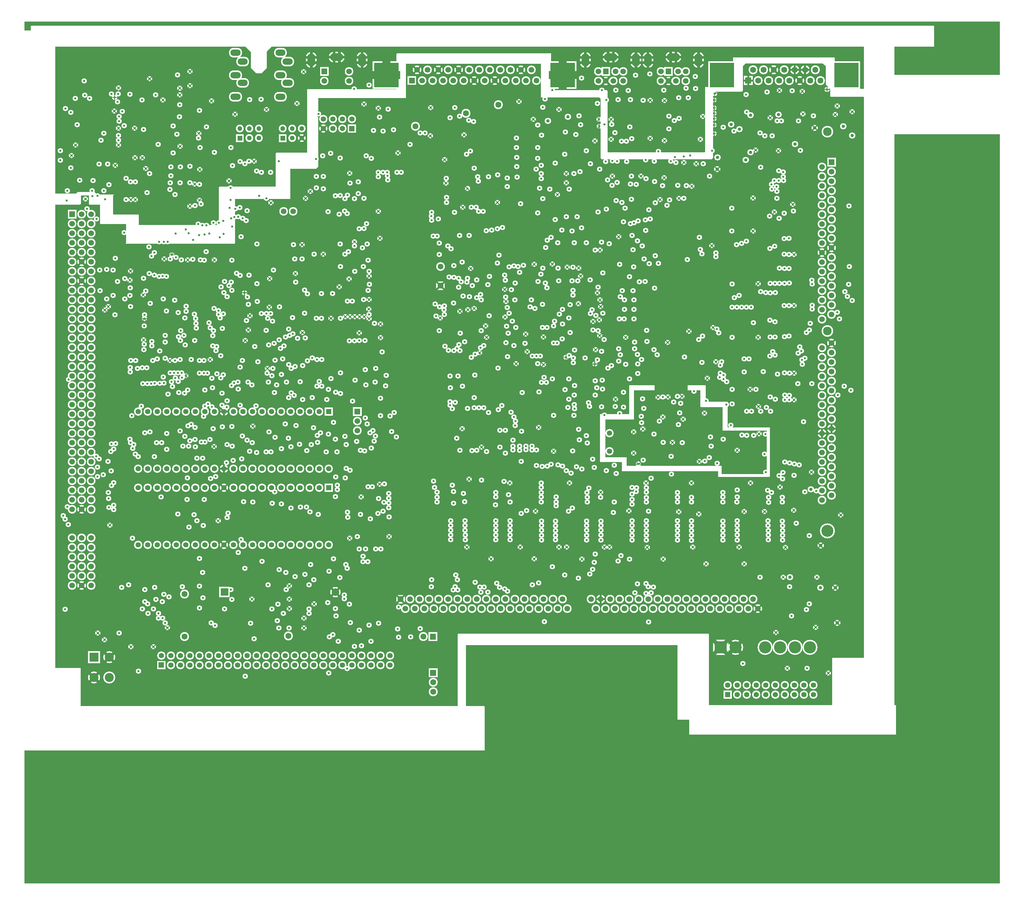
<source format=gbr>
%FSLAX34Y34*%
%MOMM*%
%LNCOPPER_INNER1*%
G71*
G01*
%ADD10C,1.400*%
%ADD11C,2.200*%
%ADD12C,2.800*%
%ADD13C,2.320*%
%ADD14C,4.000*%
%ADD15C,3.100*%
%ADD16C,2.400*%
%ADD17C,2.320*%
%ADD18C,2.900*%
%ADD19C,2.300*%
%ADD20C,2.600*%
%ADD21C,2.200*%
%ADD22C,2.200*%
%ADD23C,2.080*%
%ADD24C,3.200*%
%ADD25C,4.050*%
%ADD26C,1.700*%
%ADD27C,2.400*%
%ADD28C,0.100*%
%ADD29C,0.200*%
%ADD30C,0.467*%
%ADD31C,0.667*%
%ADD32C,0.507*%
%ADD33C,0.533*%
%ADD34C,2.167*%
%ADD35C,0.700*%
%ADD36C,0.500*%
%ADD37C,0.427*%
%ADD38C,0.800*%
%ADD39C,1.083*%
%ADD40C,0.300*%
%ADD41C,0.600*%
%ADD42C,1.400*%
%ADD43C,2.000*%
%ADD44C,1.520*%
%ADD45C,3.200*%
%ADD46C,2.300*%
%ADD47C,1.600*%
%ADD48C,1.520*%
%ADD49C,2.100*%
%ADD50C,1.500*%
%ADD51C,1.800*%
%ADD52C,1.400*%
%ADD53C,1.400*%
%ADD54C,1.280*%
%ADD55C,2.400*%
%ADD56C,3.250*%
%ADD57C,0.900*%
%ADD58C,1.600*%
%LPD*%
G36*
X0Y1000000D02*
X2600000Y1000000D01*
X2600000Y-1300000D01*
X0Y-1300000D01*
X0Y1000000D01*
G37*
%LPC*%
X173831Y794544D02*
G54D10*
D03*
X321469Y-547687D02*
G54D10*
D03*
G36*
X822212Y-51878D02*
X800212Y-51878D01*
X800212Y-29878D01*
X822212Y-29878D01*
X822212Y-51878D01*
G37*
X785812Y-40878D02*
G54D11*
D03*
X760412Y-40878D02*
G54D11*
D03*
X735012Y-40878D02*
G54D11*
D03*
X709612Y-40878D02*
G54D11*
D03*
X684212Y-40878D02*
G54D11*
D03*
X658812Y-40878D02*
G54D11*
D03*
X633412Y-40878D02*
G54D11*
D03*
X608012Y-40878D02*
G54D11*
D03*
X582612Y-40878D02*
G54D11*
D03*
X557212Y-40878D02*
G54D11*
D03*
X531813Y-40878D02*
G54D11*
D03*
X506412Y-40878D02*
G54D11*
D03*
X481012Y-40878D02*
G54D11*
D03*
X455612Y-40878D02*
G54D11*
D03*
X430212Y-40878D02*
G54D11*
D03*
X404812Y-40878D02*
G54D11*
D03*
X379412Y-40878D02*
G54D11*
D03*
X354012Y-40878D02*
G54D11*
D03*
X328612Y-40878D02*
G54D11*
D03*
X328612Y-193278D02*
G54D11*
D03*
X354012Y-193278D02*
G54D11*
D03*
X379412Y-193278D02*
G54D11*
D03*
X404812Y-193278D02*
G54D11*
D03*
X430212Y-193278D02*
G54D11*
D03*
X455612Y-193278D02*
G54D11*
D03*
X481012Y-193278D02*
G54D11*
D03*
X506412Y-193278D02*
G54D11*
D03*
X531813Y-193278D02*
G54D11*
D03*
X557212Y-193278D02*
G54D11*
D03*
X582612Y-193278D02*
G54D11*
D03*
X608012Y-193278D02*
G54D11*
D03*
X633412Y-193278D02*
G54D11*
D03*
X658812Y-193278D02*
G54D11*
D03*
X684212Y-193278D02*
G54D11*
D03*
X709612Y-193278D02*
G54D11*
D03*
X735012Y-193278D02*
G54D11*
D03*
X760412Y-193278D02*
G54D11*
D03*
X785812Y-193278D02*
G54D11*
D03*
X811212Y-193278D02*
G54D11*
D03*
X303212Y-40878D02*
G54D11*
D03*
X303213Y-193278D02*
G54D11*
D03*
G36*
X822212Y-255078D02*
X800212Y-255078D01*
X800212Y-233078D01*
X822212Y-233078D01*
X822212Y-255078D01*
G37*
X785812Y-244078D02*
G54D11*
D03*
X760412Y-244078D02*
G54D11*
D03*
X735012Y-244078D02*
G54D11*
D03*
X709612Y-244078D02*
G54D11*
D03*
X684212Y-244078D02*
G54D11*
D03*
X658812Y-244078D02*
G54D11*
D03*
X633412Y-244078D02*
G54D11*
D03*
X608012Y-244078D02*
G54D11*
D03*
X582612Y-244078D02*
G54D11*
D03*
X557212Y-244078D02*
G54D11*
D03*
X531813Y-244078D02*
G54D11*
D03*
X506412Y-244078D02*
G54D11*
D03*
X481012Y-244078D02*
G54D11*
D03*
X455612Y-244078D02*
G54D11*
D03*
X430212Y-244078D02*
G54D11*
D03*
X404812Y-244078D02*
G54D11*
D03*
X379412Y-244078D02*
G54D11*
D03*
X354012Y-244078D02*
G54D11*
D03*
X328612Y-244078D02*
G54D11*
D03*
X328612Y-396478D02*
G54D11*
D03*
X354012Y-396478D02*
G54D11*
D03*
X379412Y-396478D02*
G54D11*
D03*
X404812Y-396478D02*
G54D11*
D03*
X430212Y-396478D02*
G54D11*
D03*
X455612Y-396478D02*
G54D11*
D03*
X481012Y-396478D02*
G54D11*
D03*
X506412Y-396478D02*
G54D11*
D03*
X531813Y-396478D02*
G54D11*
D03*
X557212Y-396478D02*
G54D11*
D03*
X582612Y-396478D02*
G54D11*
D03*
X608012Y-396478D02*
G54D11*
D03*
X633412Y-396478D02*
G54D11*
D03*
X658812Y-396478D02*
G54D11*
D03*
X684212Y-396478D02*
G54D11*
D03*
X709612Y-396478D02*
G54D11*
D03*
X735012Y-396478D02*
G54D11*
D03*
X760412Y-396478D02*
G54D11*
D03*
X785812Y-396478D02*
G54D11*
D03*
X811212Y-396478D02*
G54D11*
D03*
X303212Y-244078D02*
G54D11*
D03*
X303213Y-396478D02*
G54D11*
D03*
X828675Y-522288D02*
G54D12*
D03*
G36*
X519400Y-508288D02*
X547400Y-508288D01*
X547400Y-536288D01*
X519400Y-536288D01*
X519400Y-508288D01*
G37*
X2151772Y446787D02*
G54D13*
D03*
X2151772Y421387D02*
G54D13*
D03*
X2151772Y395987D02*
G54D13*
D03*
X2151772Y370587D02*
G54D13*
D03*
X2151772Y345187D02*
G54D13*
D03*
X2151772Y319787D02*
G54D13*
D03*
X2151772Y294387D02*
G54D13*
D03*
X2151772Y268987D02*
G54D13*
D03*
X2151772Y243587D02*
G54D13*
D03*
X2151772Y218187D02*
G54D13*
D03*
X2151772Y141987D02*
G54D13*
D03*
X2151772Y116587D02*
G54D13*
D03*
X2151772Y91187D02*
G54D13*
D03*
X2151772Y65787D02*
G54D13*
D03*
X2151772Y40387D02*
G54D13*
D03*
X2151772Y14988D02*
G54D13*
D03*
X2151772Y-10412D02*
G54D13*
D03*
X2151772Y-35813D02*
G54D13*
D03*
X2151772Y-61213D02*
G54D13*
D03*
X2151772Y-86613D02*
G54D13*
D03*
X2151772Y-112013D02*
G54D13*
D03*
X2151772Y-137413D02*
G54D13*
D03*
X2151772Y-162813D02*
G54D13*
D03*
X2151772Y-188213D02*
G54D13*
D03*
X2151772Y-213613D02*
G54D13*
D03*
X2151772Y-239013D02*
G54D13*
D03*
X2151772Y-264413D02*
G54D13*
D03*
X2126372Y434087D02*
G54D13*
D03*
X2126372Y408687D02*
G54D13*
D03*
X2126372Y383287D02*
G54D13*
D03*
X2126372Y357887D02*
G54D13*
D03*
X2126372Y332487D02*
G54D13*
D03*
X2126372Y307087D02*
G54D13*
D03*
X2126372Y281687D02*
G54D13*
D03*
X2126372Y256287D02*
G54D13*
D03*
X2126372Y230887D02*
G54D13*
D03*
X2126372Y205487D02*
G54D13*
D03*
X2126372Y129287D02*
G54D13*
D03*
X2126372Y103887D02*
G54D13*
D03*
X2126372Y78487D02*
G54D13*
D03*
X2126372Y53087D02*
G54D13*
D03*
X2126372Y27688D02*
G54D13*
D03*
X2126372Y2288D02*
G54D13*
D03*
X2126372Y-23113D02*
G54D13*
D03*
X2126372Y-48513D02*
G54D13*
D03*
X2126372Y-73913D02*
G54D13*
D03*
X2126372Y-99313D02*
G54D13*
D03*
X2126372Y-124713D02*
G54D13*
D03*
X2126372Y-150113D02*
G54D13*
D03*
X2126372Y-175513D02*
G54D13*
D03*
X2126372Y-200913D02*
G54D13*
D03*
X2126372Y-226313D02*
G54D13*
D03*
X2126372Y-251713D02*
G54D13*
D03*
X2126372Y-277113D02*
G54D13*
D03*
G36*
X2163372Y636187D02*
X2163372Y612987D01*
X2140172Y612987D01*
X2140172Y636187D01*
X2163372Y636187D01*
G37*
X2151772Y599187D02*
G54D13*
D03*
X2151772Y573787D02*
G54D13*
D03*
X2151772Y548387D02*
G54D13*
D03*
X2151772Y522987D02*
G54D13*
D03*
X2151772Y497587D02*
G54D13*
D03*
X2151772Y472187D02*
G54D13*
D03*
X2126372Y611887D02*
G54D13*
D03*
X2126372Y586487D02*
G54D13*
D03*
X2126372Y561087D02*
G54D13*
D03*
X2126372Y535687D02*
G54D13*
D03*
X2126372Y510287D02*
G54D13*
D03*
X2126372Y484887D02*
G54D13*
D03*
X2126372Y459487D02*
G54D13*
D03*
X2140140Y-359203D02*
G54D14*
D03*
X2140140Y174197D02*
G54D15*
D03*
X2140140Y706009D02*
G54D15*
D03*
G36*
X1941508Y830430D02*
X1917508Y830430D01*
X1917508Y854430D01*
X1941508Y854430D01*
X1941508Y830430D01*
G37*
X1956208Y842430D02*
G54D16*
D03*
X1983908Y842430D02*
G54D16*
D03*
X2011608Y842430D02*
G54D16*
D03*
X2039208Y842430D02*
G54D16*
D03*
X2066908Y842430D02*
G54D16*
D03*
X2094608Y842430D02*
G54D16*
D03*
X2122308Y842430D02*
G54D16*
D03*
X1942508Y870830D02*
G54D16*
D03*
X1970208Y870830D02*
G54D16*
D03*
X1997808Y870830D02*
G54D16*
D03*
X2025508Y870830D02*
G54D16*
D03*
X2053208Y870830D02*
G54D16*
D03*
X2080908Y870830D02*
G54D16*
D03*
X2108608Y870830D02*
G54D16*
D03*
G36*
X2154816Y893369D02*
X2227816Y893369D01*
X2227816Y820369D01*
X2154816Y820369D01*
X2154816Y893369D01*
G37*
G36*
X1823028Y893369D02*
X1896028Y893369D01*
X1896028Y820369D01*
X1823028Y820369D01*
X1823028Y893369D01*
G37*
G36*
X1398372Y893369D02*
X1471372Y893369D01*
X1471372Y820369D01*
X1398372Y820369D01*
X1398372Y893369D01*
G37*
G36*
X928472Y893369D02*
X1001472Y893369D01*
X1001472Y820369D01*
X928472Y820369D01*
X928472Y893369D01*
G37*
G36*
X1044389Y830830D02*
X1021189Y830830D01*
X1021189Y854030D01*
X1044389Y854030D01*
X1044389Y830830D01*
G37*
X1060489Y842430D02*
G54D17*
D03*
X1088089Y842430D02*
G54D17*
D03*
X1115789Y842430D02*
G54D17*
D03*
X1143489Y842430D02*
G54D17*
D03*
X1171189Y842430D02*
G54D17*
D03*
X1198889Y842430D02*
G54D17*
D03*
X1226589Y842430D02*
G54D17*
D03*
X1254289Y842430D02*
G54D17*
D03*
X1281889Y842430D02*
G54D17*
D03*
X1309589Y842430D02*
G54D17*
D03*
X1337289Y842430D02*
G54D17*
D03*
X1364989Y842430D02*
G54D17*
D03*
X1046689Y870830D02*
G54D17*
D03*
X1074389Y870830D02*
G54D17*
D03*
X1103089Y870830D02*
G54D17*
D03*
X1129789Y870830D02*
G54D17*
D03*
X1157489Y870830D02*
G54D17*
D03*
X1185189Y870830D02*
G54D17*
D03*
X1212889Y870830D02*
G54D17*
D03*
X1240489Y870830D02*
G54D17*
D03*
X1268189Y870830D02*
G54D17*
D03*
X1295889Y870830D02*
G54D17*
D03*
X1323589Y870830D02*
G54D17*
D03*
X1351289Y870830D02*
G54D17*
D03*
X1797202Y904004D02*
G54D18*
D03*
X1797202Y903004D02*
G54D18*
D03*
X1797202Y902004D02*
G54D18*
D03*
X1797202Y901004D02*
G54D18*
D03*
X1797202Y900004D02*
G54D18*
D03*
X1797202Y899004D02*
G54D18*
D03*
X1797202Y898004D02*
G54D18*
D03*
X1797202Y897004D02*
G54D18*
D03*
X1797202Y896004D02*
G54D18*
D03*
X1797202Y895004D02*
G54D18*
D03*
X1797202Y894004D02*
G54D18*
D03*
X1797202Y893004D02*
G54D18*
D03*
X1797202Y892004D02*
G54D18*
D03*
X1797202Y891004D02*
G54D18*
D03*
X1797202Y890004D02*
G54D18*
D03*
X1662265Y904004D02*
G54D18*
D03*
X1662265Y903004D02*
G54D18*
D03*
X1662265Y902004D02*
G54D18*
D03*
X1662265Y901004D02*
G54D18*
D03*
X1662265Y900004D02*
G54D18*
D03*
X1662265Y899004D02*
G54D18*
D03*
X1662265Y898004D02*
G54D18*
D03*
X1662265Y897004D02*
G54D18*
D03*
X1662265Y896004D02*
G54D18*
D03*
X1662265Y895004D02*
G54D18*
D03*
X1662265Y894004D02*
G54D18*
D03*
X1662265Y893004D02*
G54D18*
D03*
X1662265Y892004D02*
G54D18*
D03*
X1662265Y891004D02*
G54D18*
D03*
X1662265Y890004D02*
G54D18*
D03*
X1736733Y904941D02*
G54D18*
D03*
X1735734Y904941D02*
G54D18*
D03*
X1734734Y904941D02*
G54D18*
D03*
X1733734Y904941D02*
G54D18*
D03*
X1732734Y904941D02*
G54D18*
D03*
X1731734Y904941D02*
G54D18*
D03*
X1730733Y904941D02*
G54D18*
D03*
X1729733Y904941D02*
G54D18*
D03*
X1728734Y904941D02*
G54D18*
D03*
X1727734Y904941D02*
G54D18*
D03*
X1726734Y904941D02*
G54D18*
D03*
X1725734Y904941D02*
G54D18*
D03*
X1724734Y904941D02*
G54D18*
D03*
X1723733Y904941D02*
G54D18*
D03*
X1722733Y904941D02*
G54D18*
D03*
X1696808Y841647D02*
G54D19*
D03*
X1716808Y841647D02*
G54D19*
D03*
X1736808Y841647D02*
G54D19*
D03*
X1696808Y866647D02*
G54D19*
D03*
G36*
X1705308Y878147D02*
X1728308Y878147D01*
X1728308Y855147D01*
X1705308Y855147D01*
X1705308Y878147D01*
G37*
X1742808Y866647D02*
G54D19*
D03*
X1762808Y866647D02*
G54D19*
D03*
X1762808Y841647D02*
G54D19*
D03*
X1630396Y904004D02*
G54D18*
D03*
X1630396Y903004D02*
G54D18*
D03*
X1630396Y902004D02*
G54D18*
D03*
X1630396Y901004D02*
G54D18*
D03*
X1630396Y900004D02*
G54D18*
D03*
X1630396Y899004D02*
G54D18*
D03*
X1630396Y898004D02*
G54D18*
D03*
X1630396Y897004D02*
G54D18*
D03*
X1630396Y896004D02*
G54D18*
D03*
X1630396Y895004D02*
G54D18*
D03*
X1630396Y894004D02*
G54D18*
D03*
X1630396Y893004D02*
G54D18*
D03*
X1630396Y892004D02*
G54D18*
D03*
X1630396Y891004D02*
G54D18*
D03*
X1630396Y890004D02*
G54D18*
D03*
X1495459Y904004D02*
G54D18*
D03*
X1495459Y903004D02*
G54D18*
D03*
X1495459Y902004D02*
G54D18*
D03*
X1495459Y901004D02*
G54D18*
D03*
X1495459Y900004D02*
G54D18*
D03*
X1495459Y899004D02*
G54D18*
D03*
X1495459Y898004D02*
G54D18*
D03*
X1495459Y897004D02*
G54D18*
D03*
X1495459Y896004D02*
G54D18*
D03*
X1495459Y895004D02*
G54D18*
D03*
X1495459Y894004D02*
G54D18*
D03*
X1495459Y893004D02*
G54D18*
D03*
X1495459Y892004D02*
G54D18*
D03*
X1495459Y891004D02*
G54D18*
D03*
X1495459Y890004D02*
G54D18*
D03*
X1569927Y904941D02*
G54D18*
D03*
X1568928Y904941D02*
G54D18*
D03*
X1567928Y904941D02*
G54D18*
D03*
X1566928Y904941D02*
G54D18*
D03*
X1565928Y904941D02*
G54D18*
D03*
X1564928Y904941D02*
G54D18*
D03*
X1563927Y904941D02*
G54D18*
D03*
X1562927Y904941D02*
G54D18*
D03*
X1561928Y904941D02*
G54D18*
D03*
X1560928Y904941D02*
G54D18*
D03*
X1559928Y904941D02*
G54D18*
D03*
X1558928Y904941D02*
G54D18*
D03*
X1557928Y904941D02*
G54D18*
D03*
X1556927Y904941D02*
G54D18*
D03*
X1555927Y904941D02*
G54D18*
D03*
X1530002Y841647D02*
G54D19*
D03*
X1550002Y841647D02*
G54D19*
D03*
X1570002Y841647D02*
G54D19*
D03*
X1530002Y866647D02*
G54D19*
D03*
G36*
X1538502Y878147D02*
X1561502Y878147D01*
X1561502Y855147D01*
X1538502Y855147D01*
X1538502Y878147D01*
G37*
X1576002Y866647D02*
G54D19*
D03*
X1596002Y866647D02*
G54D19*
D03*
X1596002Y841647D02*
G54D19*
D03*
X900027Y904004D02*
G54D18*
D03*
X900027Y903004D02*
G54D18*
D03*
X900027Y902004D02*
G54D18*
D03*
X900027Y901004D02*
G54D18*
D03*
X900027Y900004D02*
G54D18*
D03*
X900027Y899004D02*
G54D18*
D03*
X900027Y898004D02*
G54D18*
D03*
X900027Y897004D02*
G54D18*
D03*
X900027Y896004D02*
G54D18*
D03*
X900027Y895004D02*
G54D18*
D03*
X900027Y894004D02*
G54D18*
D03*
X900027Y893004D02*
G54D18*
D03*
X900027Y892004D02*
G54D18*
D03*
X900027Y891004D02*
G54D18*
D03*
X900027Y890004D02*
G54D18*
D03*
X765089Y904004D02*
G54D18*
D03*
X765089Y903004D02*
G54D18*
D03*
X765089Y902004D02*
G54D18*
D03*
X765089Y901004D02*
G54D18*
D03*
X765089Y900004D02*
G54D18*
D03*
X765089Y899004D02*
G54D18*
D03*
X765089Y898004D02*
G54D18*
D03*
X765089Y897004D02*
G54D18*
D03*
X765089Y896004D02*
G54D18*
D03*
X765089Y895004D02*
G54D18*
D03*
X765089Y894004D02*
G54D18*
D03*
X765089Y893004D02*
G54D18*
D03*
X765089Y892004D02*
G54D18*
D03*
X765089Y891004D02*
G54D18*
D03*
X765089Y890004D02*
G54D18*
D03*
X839558Y904942D02*
G54D18*
D03*
X838558Y904942D02*
G54D18*
D03*
X837558Y904942D02*
G54D18*
D03*
X836558Y904942D02*
G54D18*
D03*
X835558Y904942D02*
G54D18*
D03*
X834558Y904942D02*
G54D18*
D03*
X833558Y904942D02*
G54D18*
D03*
X832558Y904942D02*
G54D18*
D03*
X831558Y904942D02*
G54D18*
D03*
X830558Y904942D02*
G54D18*
D03*
X829558Y904942D02*
G54D18*
D03*
X828558Y904942D02*
G54D18*
D03*
X827558Y904942D02*
G54D18*
D03*
X826558Y904942D02*
G54D18*
D03*
X825558Y904942D02*
G54D18*
D03*
X799633Y841647D02*
G54D19*
D03*
G36*
X788133Y878147D02*
X811133Y878147D01*
X811133Y855147D01*
X788133Y855147D01*
X788133Y878147D01*
G37*
X865633Y866647D02*
G54D19*
D03*
X865633Y841647D02*
G54D19*
D03*
X678095Y799156D02*
G54D20*
D03*
X679095Y799156D02*
G54D20*
D03*
X680095Y799156D02*
G54D20*
D03*
X681095Y799156D02*
G54D20*
D03*
X682095Y799156D02*
G54D20*
D03*
X683095Y799156D02*
G54D20*
D03*
X684095Y799156D02*
G54D20*
D03*
X685095Y799156D02*
G54D20*
D03*
X686095Y799156D02*
G54D20*
D03*
X687095Y799156D02*
G54D20*
D03*
X697145Y836462D02*
G54D20*
D03*
X698145Y836462D02*
G54D20*
D03*
X699145Y836462D02*
G54D20*
D03*
X700145Y836462D02*
G54D20*
D03*
X701145Y836462D02*
G54D20*
D03*
X702145Y836462D02*
G54D20*
D03*
X703145Y836462D02*
G54D20*
D03*
X704145Y836462D02*
G54D20*
D03*
X705145Y836462D02*
G54D20*
D03*
X706145Y836462D02*
G54D20*
D03*
X678095Y856306D02*
G54D20*
D03*
X679095Y856306D02*
G54D20*
D03*
X680095Y856306D02*
G54D20*
D03*
X681095Y856306D02*
G54D20*
D03*
X682095Y856306D02*
G54D20*
D03*
X683095Y856306D02*
G54D20*
D03*
X684095Y856306D02*
G54D20*
D03*
X685095Y856306D02*
G54D20*
D03*
X686095Y856306D02*
G54D20*
D03*
X687095Y856306D02*
G54D20*
D03*
X697145Y892818D02*
G54D20*
D03*
X698145Y892818D02*
G54D20*
D03*
X699145Y892818D02*
G54D20*
D03*
X700145Y892818D02*
G54D20*
D03*
X701145Y892818D02*
G54D20*
D03*
X702145Y892818D02*
G54D20*
D03*
X703145Y892818D02*
G54D20*
D03*
X704145Y892818D02*
G54D20*
D03*
X705145Y892818D02*
G54D20*
D03*
X706145Y892818D02*
G54D20*
D03*
X678095Y916630D02*
G54D20*
D03*
X679095Y916630D02*
G54D20*
D03*
X680095Y916630D02*
G54D20*
D03*
X681095Y916630D02*
G54D20*
D03*
X682095Y916630D02*
G54D20*
D03*
X683095Y916630D02*
G54D20*
D03*
X684095Y916630D02*
G54D20*
D03*
X685095Y916630D02*
G54D20*
D03*
X686095Y916630D02*
G54D20*
D03*
X687095Y916630D02*
G54D20*
D03*
X558238Y799156D02*
G54D20*
D03*
X559238Y799156D02*
G54D20*
D03*
X560238Y799156D02*
G54D20*
D03*
X561238Y799156D02*
G54D20*
D03*
X562238Y799156D02*
G54D20*
D03*
X563238Y799156D02*
G54D20*
D03*
X564238Y799156D02*
G54D20*
D03*
X565238Y799156D02*
G54D20*
D03*
X566238Y799156D02*
G54D20*
D03*
X567238Y799156D02*
G54D20*
D03*
X577288Y836462D02*
G54D20*
D03*
X578288Y836462D02*
G54D20*
D03*
X579288Y836462D02*
G54D20*
D03*
X580288Y836462D02*
G54D20*
D03*
X581288Y836462D02*
G54D20*
D03*
X582288Y836462D02*
G54D20*
D03*
X583288Y836462D02*
G54D20*
D03*
X584288Y836462D02*
G54D20*
D03*
X585288Y836462D02*
G54D20*
D03*
X586288Y836462D02*
G54D20*
D03*
X558238Y856306D02*
G54D20*
D03*
X559238Y856306D02*
G54D20*
D03*
X560238Y856306D02*
G54D20*
D03*
X561238Y856306D02*
G54D20*
D03*
X562238Y856306D02*
G54D20*
D03*
X563238Y856306D02*
G54D20*
D03*
X564238Y856306D02*
G54D20*
D03*
X565238Y856306D02*
G54D20*
D03*
X566238Y856306D02*
G54D20*
D03*
X567238Y856306D02*
G54D20*
D03*
X577288Y892818D02*
G54D20*
D03*
X578288Y892818D02*
G54D20*
D03*
X579288Y892818D02*
G54D20*
D03*
X580288Y892818D02*
G54D20*
D03*
X581288Y892818D02*
G54D20*
D03*
X582288Y892818D02*
G54D20*
D03*
X583288Y892818D02*
G54D20*
D03*
X584288Y892818D02*
G54D20*
D03*
X585288Y892818D02*
G54D20*
D03*
X586288Y892818D02*
G54D20*
D03*
X558238Y916630D02*
G54D20*
D03*
X559238Y916630D02*
G54D20*
D03*
X560238Y916630D02*
G54D20*
D03*
X561238Y916630D02*
G54D20*
D03*
X562238Y916630D02*
G54D20*
D03*
X563238Y916630D02*
G54D20*
D03*
X564238Y916630D02*
G54D20*
D03*
X565238Y916630D02*
G54D20*
D03*
X566238Y916630D02*
G54D20*
D03*
X567239Y916630D02*
G54D20*
D03*
X690734Y493694D02*
G54D19*
D03*
X716134Y493694D02*
G54D19*
D03*
X1559719Y-98425D02*
G54D21*
D03*
X1559719Y-146844D02*
G54D21*
D03*
G36*
X883728Y702979D02*
X861728Y702979D01*
X861728Y724979D01*
X883728Y724979D01*
X883728Y702979D01*
G37*
X872728Y739379D02*
G54D22*
D03*
X847328Y713979D02*
G54D22*
D03*
X847328Y739379D02*
G54D22*
D03*
X821928Y713979D02*
G54D22*
D03*
X821928Y739379D02*
G54D22*
D03*
X796528Y713979D02*
G54D22*
D03*
X796528Y739379D02*
G54D22*
D03*
G36*
X678286Y699068D02*
X699086Y699068D01*
X699086Y678268D01*
X678286Y678268D01*
X678286Y699068D01*
G37*
X688686Y714068D02*
G54D23*
D03*
X714086Y688668D02*
G54D23*
D03*
X714086Y714068D02*
G54D23*
D03*
X739486Y688668D02*
G54D23*
D03*
X739486Y714068D02*
G54D23*
D03*
G36*
X563986Y699068D02*
X584786Y699068D01*
X584786Y678268D01*
X563986Y678268D01*
X563986Y699068D01*
G37*
X574386Y714068D02*
G54D23*
D03*
X599786Y688668D02*
G54D23*
D03*
X599786Y714068D02*
G54D23*
D03*
X625186Y688668D02*
G54D23*
D03*
X625186Y714068D02*
G54D23*
D03*
G36*
X169340Y-680516D02*
X201340Y-680516D01*
X201340Y-712516D01*
X169340Y-712516D01*
X169340Y-680516D01*
G37*
X226616Y-696516D02*
G54D24*
D03*
X185340Y-750490D02*
G54D24*
D03*
X226616Y-750490D02*
G54D24*
D03*
G36*
X353728Y-706153D02*
X375728Y-706153D01*
X375728Y-728153D01*
X353728Y-728153D01*
X353728Y-706153D01*
G37*
X364728Y-691753D02*
G54D21*
D03*
X390128Y-717153D02*
G54D21*
D03*
X390128Y-691753D02*
G54D21*
D03*
X415528Y-717153D02*
G54D21*
D03*
X415528Y-691753D02*
G54D21*
D03*
X440928Y-717153D02*
G54D21*
D03*
X440928Y-691753D02*
G54D21*
D03*
X466328Y-717153D02*
G54D21*
D03*
X466328Y-691753D02*
G54D21*
D03*
X491728Y-717153D02*
G54D21*
D03*
X491728Y-691753D02*
G54D21*
D03*
X517128Y-717153D02*
G54D21*
D03*
X517128Y-691753D02*
G54D21*
D03*
X542528Y-717153D02*
G54D21*
D03*
X542528Y-691753D02*
G54D21*
D03*
X567928Y-717153D02*
G54D21*
D03*
X567928Y-691753D02*
G54D21*
D03*
X593328Y-717153D02*
G54D21*
D03*
X593328Y-691753D02*
G54D21*
D03*
X618728Y-717153D02*
G54D21*
D03*
X618728Y-691753D02*
G54D21*
D03*
X644128Y-717153D02*
G54D21*
D03*
X644128Y-691753D02*
G54D21*
D03*
X669528Y-717153D02*
G54D21*
D03*
X669528Y-691753D02*
G54D21*
D03*
X694928Y-717153D02*
G54D21*
D03*
X694928Y-691753D02*
G54D21*
D03*
X720328Y-717153D02*
G54D21*
D03*
X720328Y-691753D02*
G54D21*
D03*
X745728Y-717153D02*
G54D21*
D03*
X745728Y-691753D02*
G54D21*
D03*
X771128Y-717153D02*
G54D21*
D03*
X771128Y-691753D02*
G54D21*
D03*
X796528Y-717153D02*
G54D21*
D03*
X796528Y-691753D02*
G54D21*
D03*
X821928Y-717153D02*
G54D21*
D03*
X821928Y-691753D02*
G54D21*
D03*
X847328Y-717153D02*
G54D21*
D03*
X847328Y-691753D02*
G54D21*
D03*
X872728Y-717153D02*
G54D21*
D03*
X872728Y-691753D02*
G54D21*
D03*
X898128Y-717153D02*
G54D21*
D03*
X898128Y-691753D02*
G54D21*
D03*
X923528Y-717153D02*
G54D21*
D03*
X923528Y-691753D02*
G54D21*
D03*
X948928Y-717153D02*
G54D21*
D03*
X948928Y-691753D02*
G54D21*
D03*
X974328Y-717153D02*
G54D21*
D03*
X974328Y-691753D02*
G54D21*
D03*
G36*
X1863838Y-785131D02*
X1885838Y-785131D01*
X1885838Y-807131D01*
X1863838Y-807131D01*
X1863838Y-785131D01*
G37*
X1874838Y-770731D02*
G54D21*
D03*
X1900238Y-796131D02*
G54D21*
D03*
X1900238Y-770731D02*
G54D21*
D03*
X1925638Y-796131D02*
G54D21*
D03*
X1925638Y-770731D02*
G54D21*
D03*
X1951038Y-796131D02*
G54D21*
D03*
X1951038Y-770731D02*
G54D21*
D03*
X1976438Y-796131D02*
G54D21*
D03*
X1976438Y-770731D02*
G54D21*
D03*
X2001837Y-796131D02*
G54D21*
D03*
X2001838Y-770731D02*
G54D21*
D03*
X2027238Y-796131D02*
G54D21*
D03*
X2027238Y-770731D02*
G54D21*
D03*
X2052638Y-796131D02*
G54D21*
D03*
X2052638Y-770731D02*
G54D21*
D03*
X2078038Y-796131D02*
G54D21*
D03*
X2078038Y-770731D02*
G54D21*
D03*
X2103438Y-796131D02*
G54D21*
D03*
X2103438Y-770731D02*
G54D21*
D03*
X2094048Y-669758D02*
G54D25*
D03*
X2054361Y-669758D02*
G54D25*
D03*
X2014673Y-669758D02*
G54D25*
D03*
X1974986Y-669758D02*
G54D25*
D03*
X1895611Y-669758D02*
G54D25*
D03*
G36*
X1835673Y-690008D02*
X1835673Y-649508D01*
X1876173Y-649508D01*
X1876173Y-690008D01*
X1835673Y-690008D01*
G37*
X1180652Y-541716D02*
G54D13*
D03*
X1206052Y-541716D02*
G54D13*
D03*
X1231452Y-541716D02*
G54D13*
D03*
X1256852Y-541716D02*
G54D13*
D03*
X1282252Y-541716D02*
G54D13*
D03*
X1307652Y-541716D02*
G54D13*
D03*
X1333052Y-541716D02*
G54D13*
D03*
X1358452Y-541716D02*
G54D13*
D03*
X1383852Y-541716D02*
G54D13*
D03*
X1409252Y-541716D02*
G54D13*
D03*
X1536252Y-541716D02*
G54D13*
D03*
X1561652Y-541716D02*
G54D13*
D03*
X1587052Y-541716D02*
G54D13*
D03*
X1612452Y-541716D02*
G54D13*
D03*
X1637852Y-541716D02*
G54D13*
D03*
X1663252Y-541716D02*
G54D13*
D03*
X1688652Y-541716D02*
G54D13*
D03*
X1714052Y-541716D02*
G54D13*
D03*
X1739452Y-541716D02*
G54D13*
D03*
X1764852Y-541716D02*
G54D13*
D03*
X1790252Y-541716D02*
G54D13*
D03*
X1815652Y-541716D02*
G54D13*
D03*
X1841052Y-541716D02*
G54D13*
D03*
X1866452Y-541716D02*
G54D13*
D03*
X1891852Y-541716D02*
G54D13*
D03*
X1917252Y-541716D02*
G54D13*
D03*
X1942652Y-541716D02*
G54D13*
D03*
X1193352Y-567116D02*
G54D13*
D03*
X1218752Y-567116D02*
G54D13*
D03*
X1244152Y-567116D02*
G54D13*
D03*
X1269552Y-567116D02*
G54D13*
D03*
X1294952Y-567116D02*
G54D13*
D03*
X1320352Y-567116D02*
G54D13*
D03*
X1345752Y-567116D02*
G54D13*
D03*
X1371152Y-567116D02*
G54D13*
D03*
X1396552Y-567116D02*
G54D13*
D03*
X1421952Y-567116D02*
G54D13*
D03*
X1548952Y-567116D02*
G54D13*
D03*
X1574352Y-567116D02*
G54D13*
D03*
X1599752Y-567116D02*
G54D13*
D03*
X1625152Y-567116D02*
G54D13*
D03*
X1650551Y-567116D02*
G54D13*
D03*
X1675952Y-567116D02*
G54D13*
D03*
X1701352Y-567116D02*
G54D13*
D03*
X1726752Y-567116D02*
G54D13*
D03*
X1752152Y-567116D02*
G54D13*
D03*
X1777552Y-567116D02*
G54D13*
D03*
X1802952Y-567116D02*
G54D13*
D03*
X1828352Y-567116D02*
G54D13*
D03*
X1853752Y-567116D02*
G54D13*
D03*
X1879152Y-567116D02*
G54D13*
D03*
X1904552Y-567116D02*
G54D13*
D03*
X1929952Y-567116D02*
G54D13*
D03*
X1955352Y-567116D02*
G54D13*
D03*
G36*
X991251Y-530116D02*
X1014451Y-530116D01*
X1014451Y-553316D01*
X991251Y-553316D01*
X991251Y-530116D01*
G37*
X1028252Y-541716D02*
G54D13*
D03*
X1053652Y-541716D02*
G54D13*
D03*
X1079052Y-541716D02*
G54D13*
D03*
X1104452Y-541716D02*
G54D13*
D03*
X1129852Y-541716D02*
G54D13*
D03*
X1155252Y-541716D02*
G54D13*
D03*
X1015552Y-567116D02*
G54D13*
D03*
X1040952Y-567116D02*
G54D13*
D03*
X1066352Y-567116D02*
G54D13*
D03*
X1091752Y-567116D02*
G54D13*
D03*
X1117151Y-567116D02*
G54D13*
D03*
X1142552Y-567116D02*
G54D13*
D03*
X1167952Y-567116D02*
G54D13*
D03*
X1434652Y-541716D02*
G54D13*
D03*
X1447352Y-567116D02*
G54D13*
D03*
X1510852Y-541716D02*
G54D13*
D03*
X1523552Y-567116D02*
G54D13*
D03*
G36*
X1101025Y-653350D02*
X1077025Y-653350D01*
X1077025Y-629350D01*
X1101025Y-629350D01*
X1101025Y-653350D01*
G37*
X1063625Y-641350D02*
G54D16*
D03*
G36*
X1101634Y-726020D02*
X1101634Y-750020D01*
X1077634Y-750020D01*
X1077634Y-726020D01*
X1101634Y-726020D01*
G37*
X1089634Y-763420D02*
G54D16*
D03*
X1089634Y-788820D02*
G54D16*
D03*
G36*
X139170Y497298D02*
X139170Y474098D01*
X115970Y474098D01*
X115970Y497298D01*
X139170Y497298D01*
G37*
X127570Y460298D02*
G54D13*
D03*
X127570Y434898D02*
G54D13*
D03*
X127570Y409498D02*
G54D13*
D03*
X127570Y384098D02*
G54D13*
D03*
X127570Y358698D02*
G54D13*
D03*
X127570Y333298D02*
G54D13*
D03*
X127570Y307898D02*
G54D13*
D03*
X127570Y282498D02*
G54D13*
D03*
X127570Y257098D02*
G54D13*
D03*
X127570Y231698D02*
G54D13*
D03*
X127570Y206298D02*
G54D13*
D03*
X127570Y180898D02*
G54D13*
D03*
X127570Y155498D02*
G54D13*
D03*
X127570Y130098D02*
G54D13*
D03*
X127570Y104698D02*
G54D13*
D03*
X127570Y79298D02*
G54D13*
D03*
X127570Y53898D02*
G54D13*
D03*
X127570Y28498D02*
G54D13*
D03*
X127570Y3098D02*
G54D13*
D03*
X127570Y-22302D02*
G54D13*
D03*
X127570Y-47702D02*
G54D13*
D03*
X127570Y-73102D02*
G54D13*
D03*
X127570Y-98502D02*
G54D13*
D03*
X127570Y-123902D02*
G54D13*
D03*
X127570Y-149302D02*
G54D13*
D03*
X127570Y-174702D02*
G54D13*
D03*
X127570Y-200102D02*
G54D13*
D03*
X127570Y-225502D02*
G54D13*
D03*
X127570Y-250902D02*
G54D13*
D03*
X152970Y485698D02*
G54D13*
D03*
X152970Y460298D02*
G54D13*
D03*
X152971Y434898D02*
G54D13*
D03*
X152971Y409498D02*
G54D13*
D03*
X152970Y384098D02*
G54D13*
D03*
X152971Y358698D02*
G54D13*
D03*
X152970Y333298D02*
G54D13*
D03*
X152971Y307898D02*
G54D13*
D03*
X152970Y282498D02*
G54D13*
D03*
X152970Y257098D02*
G54D13*
D03*
X152970Y231698D02*
G54D13*
D03*
X152970Y206298D02*
G54D13*
D03*
X152970Y180898D02*
G54D13*
D03*
X152970Y155498D02*
G54D13*
D03*
X152970Y130098D02*
G54D13*
D03*
X152970Y104698D02*
G54D13*
D03*
X152970Y79298D02*
G54D13*
D03*
X152970Y53898D02*
G54D13*
D03*
X152970Y28498D02*
G54D13*
D03*
X152970Y3098D02*
G54D13*
D03*
X152970Y-22302D02*
G54D13*
D03*
X152970Y-47702D02*
G54D13*
D03*
X152970Y-73102D02*
G54D13*
D03*
X152970Y-98502D02*
G54D13*
D03*
X152970Y-123902D02*
G54D13*
D03*
X152970Y-149302D02*
G54D13*
D03*
X152970Y-174702D02*
G54D13*
D03*
X152970Y-200102D02*
G54D13*
D03*
X152970Y-225502D02*
G54D13*
D03*
X152970Y-250902D02*
G54D13*
D03*
X178370Y485698D02*
G54D13*
D03*
X178370Y460298D02*
G54D13*
D03*
X178370Y434898D02*
G54D13*
D03*
X178370Y409498D02*
G54D13*
D03*
X178370Y384098D02*
G54D13*
D03*
X178370Y358698D02*
G54D13*
D03*
X178370Y333298D02*
G54D13*
D03*
X178370Y307898D02*
G54D13*
D03*
X178370Y282498D02*
G54D13*
D03*
X178370Y257098D02*
G54D13*
D03*
X178370Y231698D02*
G54D13*
D03*
X178370Y206298D02*
G54D13*
D03*
X178370Y180898D02*
G54D13*
D03*
X178370Y155498D02*
G54D13*
D03*
X178370Y130098D02*
G54D13*
D03*
X178370Y104698D02*
G54D13*
D03*
X178370Y79298D02*
G54D13*
D03*
X178370Y53898D02*
G54D13*
D03*
X178370Y28498D02*
G54D13*
D03*
X178370Y3098D02*
G54D13*
D03*
X178370Y-22302D02*
G54D13*
D03*
X178370Y-47702D02*
G54D13*
D03*
X178370Y-73102D02*
G54D13*
D03*
X178370Y-98502D02*
G54D13*
D03*
X178370Y-123902D02*
G54D13*
D03*
X178370Y-149302D02*
G54D13*
D03*
X178370Y-174702D02*
G54D13*
D03*
X178370Y-200102D02*
G54D13*
D03*
X178370Y-225502D02*
G54D13*
D03*
X178370Y-250902D02*
G54D13*
D03*
X127570Y-276302D02*
G54D13*
D03*
X127570Y-301702D02*
G54D13*
D03*
X152970Y-276302D02*
G54D13*
D03*
X152971Y-301702D02*
G54D13*
D03*
X178370Y-276302D02*
G54D13*
D03*
X178370Y-301702D02*
G54D13*
D03*
X127570Y-377902D02*
G54D13*
D03*
X127570Y-403302D02*
G54D13*
D03*
X127570Y-428702D02*
G54D13*
D03*
X127570Y-454102D02*
G54D13*
D03*
X127570Y-479502D02*
G54D13*
D03*
X127570Y-504902D02*
G54D13*
D03*
X152970Y-377902D02*
G54D13*
D03*
X152971Y-403302D02*
G54D13*
D03*
X152970Y-428702D02*
G54D13*
D03*
X152970Y-454102D02*
G54D13*
D03*
X152970Y-479502D02*
G54D13*
D03*
X152971Y-504902D02*
G54D13*
D03*
X178370Y-377902D02*
G54D13*
D03*
X178370Y-403302D02*
G54D13*
D03*
X178370Y-428702D02*
G54D13*
D03*
X178370Y-454102D02*
G54D13*
D03*
X178370Y-479502D02*
G54D13*
D03*
X178370Y-504902D02*
G54D13*
D03*
G36*
X899108Y-29353D02*
X899108Y-52553D01*
X875908Y-52553D01*
X875908Y-29353D01*
X899108Y-29353D01*
G37*
X887508Y-66353D02*
G54D13*
D03*
X887508Y-91754D02*
G54D13*
D03*
X2006600Y735012D02*
G54D10*
D03*
X2017712Y735012D02*
G54D10*
D03*
X1988344Y742950D02*
G54D10*
D03*
X2063750Y735013D02*
G54D10*
D03*
X1962944Y611188D02*
G54D10*
D03*
X2011362Y601464D02*
G54D10*
D03*
X2022475Y598488D02*
G54D10*
D03*
X2023269Y585788D02*
G54D10*
D03*
X1993106Y694531D02*
G54D10*
D03*
X1974056Y694531D02*
G54D10*
D03*
X1961356Y702469D02*
G54D10*
D03*
X1949450Y656431D02*
G54D10*
D03*
X1925638Y758031D02*
G54D10*
D03*
X1979612Y812006D02*
G54D10*
D03*
X2012950Y815975D02*
G54D10*
D03*
X2046288Y814784D02*
G54D10*
D03*
X2073672Y813594D02*
G54D10*
D03*
X2139553Y818753D02*
G54D10*
D03*
X2207022Y759420D02*
G54D10*
D03*
X1891506Y707231D02*
G54D10*
D03*
X1862534Y717550D02*
G54D10*
D03*
X1839913Y807244D02*
G54D10*
D03*
X1838722Y790178D02*
G54D10*
D03*
X1838722Y769541D02*
G54D10*
D03*
X1838722Y754856D02*
G54D10*
D03*
X1838722Y740569D02*
G54D10*
D03*
X1838722Y723503D02*
G54D10*
D03*
X1838722Y700484D02*
G54D10*
D03*
X1999456Y575469D02*
G54D10*
D03*
X2011362Y575469D02*
G54D10*
D03*
X2024062Y575469D02*
G54D10*
D03*
X1991916Y565150D02*
G54D10*
D03*
X2005409Y559197D02*
G54D10*
D03*
X1992312Y552450D02*
G54D10*
D03*
X2006203Y546497D02*
G54D10*
D03*
X2006203Y528241D02*
G54D10*
D03*
X2048272Y511572D02*
G54D10*
D03*
X2050256Y494109D02*
G54D10*
D03*
X2025650Y488156D02*
G54D10*
D03*
X1999456Y491331D02*
G54D10*
D03*
X2012156Y474662D02*
G54D10*
D03*
X1986756Y481012D02*
G54D10*
D03*
X2198290Y508000D02*
G54D10*
D03*
X2099468Y309959D02*
G54D10*
D03*
X2099866Y299641D02*
G54D10*
D03*
X2099866Y242888D02*
G54D10*
D03*
X2099866Y232172D02*
G54D10*
D03*
X2009775Y655241D02*
G54D10*
D03*
X2068314Y656034D02*
G54D10*
D03*
X1826816Y586978D02*
G54D10*
D03*
X1809353Y619919D02*
G54D10*
D03*
X1790700Y620316D02*
G54D10*
D03*
X1833166Y655241D02*
G54D10*
D03*
X1722834Y627062D02*
G54D10*
D03*
X1736328Y623491D02*
G54D10*
D03*
X1733947Y638175D02*
G54D10*
D03*
X2103438Y748506D02*
G54D10*
D03*
X2025650Y420688D02*
G54D10*
D03*
X2038350Y421481D02*
G54D10*
D03*
X2000250Y400447D02*
G54D10*
D03*
X1987550Y394295D02*
G54D10*
D03*
X1942703Y440531D02*
G54D10*
D03*
X1885950Y440928D02*
G54D10*
D03*
X1898650Y404416D02*
G54D10*
D03*
X1911747Y408186D02*
G54D10*
D03*
X1924447Y413544D02*
G54D10*
D03*
X1843484Y382191D02*
G54D10*
D03*
X1843484Y371872D02*
G54D10*
D03*
X1832372Y401637D02*
G54D10*
D03*
X1805781Y379809D02*
G54D10*
D03*
X1802209Y391319D02*
G54D10*
D03*
X1799034Y424259D02*
G54D10*
D03*
X2051447Y377825D02*
G54D10*
D03*
X2038350Y378222D02*
G54D10*
D03*
X2025650Y378619D02*
G54D10*
D03*
X2198688Y345678D02*
G54D10*
D03*
X2197497Y298450D02*
G54D10*
D03*
X2187178Y279400D02*
G54D10*
D03*
X2194322Y266700D02*
G54D10*
D03*
X2206625Y255191D02*
G54D10*
D03*
X2166938Y223838D02*
G54D10*
D03*
X2172494Y205978D02*
G54D10*
D03*
X2095103Y194469D02*
G54D10*
D03*
X2092325Y177006D02*
G54D10*
D03*
X2084784Y170260D02*
G54D10*
D03*
X2066528Y131366D02*
G54D10*
D03*
X2070894Y121047D02*
G54D10*
D03*
X2062559Y114697D02*
G54D10*
D03*
X2080816Y101600D02*
G54D10*
D03*
X2072878Y96838D02*
G54D10*
D03*
X2073672Y85328D02*
G54D10*
D03*
X2099469Y33734D02*
G54D10*
D03*
X2203450Y15478D02*
G54D10*
D03*
X2185194Y26988D02*
G54D10*
D03*
X2168128Y2778D02*
G54D10*
D03*
X2076847Y-68262D02*
G54D10*
D03*
X2110978Y-252412D02*
G54D10*
D03*
X2097881Y-202406D02*
G54D10*
D03*
X2064941Y-183356D02*
G54D10*
D03*
X2052241Y-180578D02*
G54D10*
D03*
X2039541Y-177800D02*
G54D10*
D03*
X2027238Y-175816D02*
G54D10*
D03*
X2021681Y-203597D02*
G54D10*
D03*
X2051447Y-211534D02*
G54D10*
D03*
X2011759Y-212328D02*
G54D10*
D03*
X2014141Y-242094D02*
G54D10*
D03*
X2080816Y-254794D02*
G54D10*
D03*
X2051050Y-304006D02*
G54D10*
D03*
X2176066Y-317103D02*
G54D10*
D03*
X2091928Y-372269D02*
G54D10*
D03*
X2057797Y-339328D02*
G54D10*
D03*
X2020491Y-332978D02*
G54D10*
D03*
X2020888Y-345678D02*
G54D10*
D03*
X2020888Y-358775D02*
G54D10*
D03*
X2020888Y-371078D02*
G54D10*
D03*
X2020888Y-384175D02*
G54D10*
D03*
X2028825Y-403225D02*
G54D10*
D03*
X2022475Y-482600D02*
G54D10*
D03*
X2112962Y-482600D02*
G54D10*
D03*
X2092325Y-554038D02*
G54D10*
D03*
X2084388Y-569119D02*
G54D10*
D03*
X2143125Y-738981D02*
G54D10*
D03*
X2086769Y-726281D02*
G54D10*
D03*
X2033587Y-726281D02*
G54D10*
D03*
X1915319Y-713581D02*
G54D10*
D03*
X2003425Y-630238D02*
G54D10*
D03*
X2045097Y-585788D02*
G54D10*
D03*
X1918891Y-447278D02*
G54D10*
D03*
X1905397Y-402828D02*
G54D10*
D03*
X1900238Y-384175D02*
G54D10*
D03*
X1900238Y-370681D02*
G54D10*
D03*
X1900238Y-357981D02*
G54D10*
D03*
X1900238Y-345083D02*
G54D10*
D03*
X1900238Y-332581D02*
G54D10*
D03*
X1982787Y-383381D02*
G54D10*
D03*
X1982788Y-370681D02*
G54D10*
D03*
X1981994Y-345281D02*
G54D10*
D03*
X1981994Y-332581D02*
G54D10*
D03*
X1982788Y-358378D02*
G54D10*
D03*
X1862137Y-383778D02*
G54D10*
D03*
X1862138Y-371078D02*
G54D10*
D03*
X1862138Y-358378D02*
G54D10*
D03*
X1862138Y-345480D02*
G54D10*
D03*
X1862138Y-332978D02*
G54D10*
D03*
X1778000Y-332383D02*
G54D10*
D03*
X1778000Y-345678D02*
G54D10*
D03*
X1778000Y-358378D02*
G54D10*
D03*
X1778000Y-371078D02*
G54D10*
D03*
X1778000Y-384572D02*
G54D10*
D03*
X1781969Y-402828D02*
G54D10*
D03*
X1976438Y-202406D02*
G54D10*
D03*
X1972866Y-154384D02*
G54D10*
D03*
X1900237Y-144066D02*
G54D10*
D03*
X1912541Y-103584D02*
G54D10*
D03*
X1925241Y-104775D02*
G54D10*
D03*
X1943894Y-104775D02*
G54D10*
D03*
X1958181Y-100013D02*
G54D10*
D03*
X1975644Y-101203D02*
G54D10*
D03*
X1883172Y-76994D02*
G54D10*
D03*
X1925241Y-39688D02*
G54D10*
D03*
X1937941Y-40084D02*
G54D10*
D03*
X1962944Y-40084D02*
G54D10*
D03*
X1956594Y-27384D02*
G54D10*
D03*
X1978025Y-29766D02*
G54D10*
D03*
X1988741Y-40084D02*
G54D10*
D03*
X2051844Y-9525D02*
G54D10*
D03*
X2039144Y-9525D02*
G54D10*
D03*
X2026841Y-9525D02*
G54D10*
D03*
X2039144Y2381D02*
G54D10*
D03*
X2026841Y3175D02*
G54D10*
D03*
X2001441Y-8334D02*
G54D10*
D03*
X1988344Y-1984D02*
G54D10*
D03*
X1950244Y18256D02*
G54D10*
D03*
X1934766Y18256D02*
G54D10*
D03*
X1886347Y18256D02*
G54D10*
D03*
X1886347Y-21034D02*
G54D10*
D03*
X1871662Y-22225D02*
G54D10*
D03*
X1872456Y38497D02*
G54D10*
D03*
X1864122Y45244D02*
G54D10*
D03*
X1853803Y50403D02*
G54D10*
D03*
X1855391Y61516D02*
G54D10*
D03*
X1864122Y56753D02*
G54D10*
D03*
X1918494Y65088D02*
G54D10*
D03*
X1969294Y65484D02*
G54D10*
D03*
X2007394Y59134D02*
G54D10*
D03*
X2026047Y62706D02*
G54D10*
D03*
X2039541Y61516D02*
G54D10*
D03*
X2051844Y61516D02*
G54D10*
D03*
X1987550Y107156D02*
G54D10*
D03*
X2001044Y109538D02*
G54D10*
D03*
X1994694Y119062D02*
G54D10*
D03*
X2038350Y160734D02*
G54D10*
D03*
X2026047Y158750D02*
G54D10*
D03*
X2001044Y157956D02*
G54D10*
D03*
X1988344Y157956D02*
G54D10*
D03*
X1956197Y156766D02*
G54D10*
D03*
X1931194Y99219D02*
G54D10*
D03*
X1918494Y99219D02*
G54D10*
D03*
X1886347Y156766D02*
G54D10*
D03*
X2000647Y198834D02*
G54D10*
D03*
X1987550Y202803D02*
G54D10*
D03*
X1943100Y196056D02*
G54D10*
D03*
X2051447Y242094D02*
G54D10*
D03*
X2038350Y241697D02*
G54D10*
D03*
X2025650Y241697D02*
G54D10*
D03*
X1937544Y237728D02*
G54D10*
D03*
X1924447Y237728D02*
G54D10*
D03*
X1911747Y237728D02*
G54D10*
D03*
X1899047Y237728D02*
G54D10*
D03*
X1886744Y237728D02*
G54D10*
D03*
X1892697Y263128D02*
G54D10*
D03*
X1905397Y269081D02*
G54D10*
D03*
X1886347Y299641D02*
G54D10*
D03*
X1956197Y300037D02*
G54D10*
D03*
X1962547Y279400D02*
G54D10*
D03*
X1976041Y276225D02*
G54D10*
D03*
X1987947Y275431D02*
G54D10*
D03*
X1987947Y301228D02*
G54D10*
D03*
X2001838Y276622D02*
G54D10*
D03*
X2000647Y301228D02*
G54D10*
D03*
X2012752Y301228D02*
G54D10*
D03*
X2026047Y301228D02*
G54D10*
D03*
X2038747Y301625D02*
G54D10*
D03*
X2012553Y342106D02*
G54D10*
D03*
X2026047Y341312D02*
G54D10*
D03*
X2038350Y341312D02*
G54D10*
D03*
X1942306Y528638D02*
G54D10*
D03*
X1924050Y804862D02*
G54D10*
D03*
X1774428Y642541D02*
G54D10*
D03*
X1758156Y623887D02*
G54D10*
D03*
X1706562Y681831D02*
G54D10*
D03*
X1802209Y685800D02*
G54D10*
D03*
X1718072Y747712D02*
G54D10*
D03*
X1718072Y713581D02*
G54D10*
D03*
X1732359Y735806D02*
G54D10*
D03*
X1745456Y741759D02*
G54D10*
D03*
X1808559Y746522D02*
G54D10*
D03*
X1789112Y821134D02*
G54D10*
D03*
X1763712Y821531D02*
G54D10*
D03*
X1788716Y853281D02*
G54D10*
D03*
X1667669Y859631D02*
G54D10*
D03*
X2161381Y751681D02*
G54D10*
D03*
X2166938Y774700D02*
G54D10*
D03*
X1770062Y796131D02*
G54D10*
D03*
X1744662Y796131D02*
G54D10*
D03*
X1706562Y788988D02*
G54D10*
D03*
X1704578Y816372D02*
G54D10*
D03*
X1778794Y560387D02*
G54D10*
D03*
X1764506Y561578D02*
G54D10*
D03*
X1741488Y562769D02*
G54D10*
D03*
X1705769Y583009D02*
G54D10*
D03*
X1701006Y561578D02*
G54D10*
D03*
X1680369Y572691D02*
G54D10*
D03*
X1758156Y528241D02*
G54D10*
D03*
X1745059Y528241D02*
G54D10*
D03*
X1720056Y523478D02*
G54D10*
D03*
X1713309Y509191D02*
G54D10*
D03*
X1694656Y524669D02*
G54D10*
D03*
X1681956Y515938D02*
G54D10*
D03*
X1664891Y497681D02*
G54D10*
D03*
X1655366Y470694D02*
G54D10*
D03*
X1668066Y472678D02*
G54D10*
D03*
X1635919Y467916D02*
G54D10*
D03*
X1625203Y463153D02*
G54D10*
D03*
X1656556Y442119D02*
G54D10*
D03*
X1615678Y459978D02*
G54D10*
D03*
X1597025Y465138D02*
G54D10*
D03*
X1618059Y525859D02*
G54D10*
D03*
X1601391Y501650D02*
G54D10*
D03*
X1593056Y517128D02*
G54D10*
D03*
X1577578Y522288D02*
G54D10*
D03*
X1550988Y499269D02*
G54D10*
D03*
X1630759Y565150D02*
G54D10*
D03*
X1643459Y586978D02*
G54D10*
D03*
X1618059Y586978D02*
G54D10*
D03*
X1615281Y566341D02*
G54D10*
D03*
X1579959Y570706D02*
G54D10*
D03*
X1566862Y562769D02*
G54D10*
D03*
X1567259Y587375D02*
G54D10*
D03*
X1554956Y577056D02*
G54D10*
D03*
X1549400Y625872D02*
G54D10*
D03*
X1567259Y628253D02*
G54D10*
D03*
X1580356Y627062D02*
G54D10*
D03*
X1533922Y606028D02*
G54D10*
D03*
X1508919Y620712D02*
G54D10*
D03*
X1605359Y625872D02*
G54D10*
D03*
X1656159Y630238D02*
G54D10*
D03*
X1679178Y627460D02*
G54D10*
D03*
X1690291Y653653D02*
G54D10*
D03*
X1668463Y688181D02*
G54D10*
D03*
X1618853Y687388D02*
G54D10*
D03*
X1604566Y680641D02*
G54D10*
D03*
X1591866Y680641D02*
G54D10*
D03*
X1614091Y718741D02*
G54D10*
D03*
X1574006Y703659D02*
G54D10*
D03*
X1564084Y685800D02*
G54D10*
D03*
X1565275Y725488D02*
G54D10*
D03*
X1546622Y725091D02*
G54D10*
D03*
X1564084Y738584D02*
G54D10*
D03*
X1532334Y720328D02*
G54D10*
D03*
X1531541Y738981D02*
G54D10*
D03*
X1527969Y781050D02*
G54D10*
D03*
X1628775Y856853D02*
G54D10*
D03*
X1668463Y789781D02*
G54D10*
D03*
X1649809Y789781D02*
G54D10*
D03*
X1615678Y791369D02*
G54D10*
D03*
X1582738Y791369D02*
G54D10*
D03*
X1551186Y790774D02*
G54D10*
D03*
X1539081Y816372D02*
G54D10*
D03*
X1576388Y816372D02*
G54D10*
D03*
X1609328Y815975D02*
G54D10*
D03*
X1757759Y639762D02*
G54D10*
D03*
X1766888Y364331D02*
G54D10*
D03*
X1771650Y173037D02*
G54D10*
D03*
X1797844Y151606D02*
G54D10*
D03*
X1807766Y160338D02*
G54D10*
D03*
X1835547Y183356D02*
G54D10*
D03*
X1846262Y179388D02*
G54D10*
D03*
X1851025Y168672D02*
G54D10*
D03*
X1843087Y91678D02*
G54D10*
D03*
X1855391Y82947D02*
G54D10*
D03*
X1858367Y91678D02*
G54D10*
D03*
X1806178Y90488D02*
G54D10*
D03*
X1759347Y104775D02*
G54D10*
D03*
X1714897Y143669D02*
G54D10*
D03*
X1981200Y-250825D02*
G54D10*
D03*
X1991519Y-256778D02*
G54D10*
D03*
X1983978Y-269478D02*
G54D10*
D03*
X1983978Y-282972D02*
G54D10*
D03*
X2020094Y-282575D02*
G54D10*
D03*
X2020094Y-269875D02*
G54D10*
D03*
X1973262Y-307578D02*
G54D10*
D03*
X1900238Y-250428D02*
G54D10*
D03*
X1899841Y-268883D02*
G54D10*
D03*
X1899444Y-282575D02*
G54D10*
D03*
X1861741Y-256976D02*
G54D10*
D03*
X1861741Y-268883D02*
G54D10*
D03*
X1861741Y-282575D02*
G54D10*
D03*
X1799431Y-174228D02*
G54D10*
D03*
X1813719Y-173434D02*
G54D10*
D03*
X1825228Y-163910D02*
G54D10*
D03*
X1846659Y-178594D02*
G54D10*
D03*
X1828800Y-108744D02*
G54D10*
D03*
X1862931Y-114697D02*
G54D10*
D03*
X1812925Y-44847D02*
G54D10*
D03*
X1816894Y-12303D02*
G54D10*
D03*
X1785144Y13097D02*
G54D10*
D03*
X1752997Y-397D02*
G54D10*
D03*
X1740694Y0D02*
G54D10*
D03*
X1749425Y-18653D02*
G54D10*
D03*
X1730375Y-15875D02*
G54D10*
D03*
X1715294Y-2381D02*
G54D10*
D03*
X1702197Y-1984D02*
G54D10*
D03*
X1689497Y-3175D02*
G54D10*
D03*
X1692672Y-66675D02*
G54D10*
D03*
X1702197Y-55166D02*
G54D10*
D03*
X1702594Y-123428D02*
G54D10*
D03*
X1677988Y-101203D02*
G54D10*
D03*
X1727597Y-123428D02*
G54D10*
D03*
X1753394Y-124222D02*
G54D10*
D03*
X1597025Y-28972D02*
G54D10*
D03*
X1574800Y-27781D02*
G54D10*
D03*
X1575991Y-8334D02*
G54D10*
D03*
X1612900Y46434D02*
G54D10*
D03*
X1635125Y60325D02*
G54D10*
D03*
X1634728Y85725D02*
G54D10*
D03*
X1645047Y98028D02*
G54D10*
D03*
X1633934Y111125D02*
G54D10*
D03*
X1687116Y110728D02*
G54D10*
D03*
X1677988Y123825D02*
G54D10*
D03*
X1659334Y146447D02*
G54D10*
D03*
X1658739Y175419D02*
G54D10*
D03*
X1679972Y288528D02*
G54D10*
D03*
X1654175Y306388D02*
G54D10*
D03*
X1639491Y305197D02*
G54D10*
D03*
X1612900Y319088D02*
G54D10*
D03*
X1624409Y345083D02*
G54D10*
D03*
X1652191Y366316D02*
G54D10*
D03*
X1665288Y353219D02*
G54D10*
D03*
X1689894Y354409D02*
G54D10*
D03*
X1646634Y401241D02*
G54D10*
D03*
X1633934Y414338D02*
G54D10*
D03*
X1622028Y390922D02*
G54D10*
D03*
X1619647Y428625D02*
G54D10*
D03*
X1583928Y425847D02*
G54D10*
D03*
X1585912Y206375D02*
G54D10*
D03*
X2075656Y752872D02*
G54D10*
D03*
X2010569Y751681D02*
G54D26*
D03*
X1935559Y750094D02*
G54D26*
D03*
X2107009Y716359D02*
G54D26*
D03*
X2183210Y719931D02*
G54D26*
D03*
X2207022Y695325D02*
G54D26*
D03*
X2054622Y672703D02*
G54D26*
D03*
X1935956Y650676D02*
G54D26*
D03*
X1923256Y630634D02*
G54D26*
D03*
X1883966Y725091D02*
G54D26*
D03*
X1905794Y712391D02*
G54D26*
D03*
X1847453Y636984D02*
G54D26*
D03*
X1847056Y605631D02*
G54D26*
D03*
X1448594Y745331D02*
G54D26*
D03*
X1395809Y734219D02*
G54D26*
D03*
X1593453Y281781D02*
G54D10*
D03*
X1622425Y281781D02*
G54D10*
D03*
X1599406Y256778D02*
G54D10*
D03*
X1625203Y256778D02*
G54D10*
D03*
X1599803Y231775D02*
G54D10*
D03*
X1625203Y231775D02*
G54D10*
D03*
X1599009Y206375D02*
G54D10*
D03*
X1625203Y206375D02*
G54D10*
D03*
X1588691Y265906D02*
G54D10*
D03*
X1542256Y329406D02*
G54D10*
D03*
X1508522Y310356D02*
G54D10*
D03*
X1527175Y275828D02*
G54D10*
D03*
X1534319Y257175D02*
G54D10*
D03*
X1535906Y239316D02*
G54D10*
D03*
X1542256Y221853D02*
G54D10*
D03*
X1532334Y203597D02*
G54D10*
D03*
X1523206Y215503D02*
G54D10*
D03*
X1516062Y199628D02*
G54D10*
D03*
X1508919Y220266D02*
G54D10*
D03*
X1512888Y230584D02*
G54D10*
D03*
X1476375Y247253D02*
G54D10*
D03*
X1462484Y269478D02*
G54D10*
D03*
X1462484Y282178D02*
G54D10*
D03*
X1460103Y307975D02*
G54D10*
D03*
X1474788Y308174D02*
G54D10*
D03*
X1482725Y320278D02*
G54D10*
D03*
X1477566Y342106D02*
G54D10*
D03*
X1462484Y344487D02*
G54D10*
D03*
X1447006Y344487D02*
G54D10*
D03*
X1422797Y342106D02*
G54D10*
D03*
X1407319Y352425D02*
G54D10*
D03*
X1382316Y342106D02*
G54D10*
D03*
X1377156Y325438D02*
G54D10*
D03*
X1359297Y352028D02*
G54D10*
D03*
X1935559Y-231378D02*
G54D10*
D03*
X1918891Y-307578D02*
G54D10*
D03*
X1817291Y-447278D02*
G54D10*
D03*
X1778000Y-282376D02*
G54D10*
D03*
X1778000Y-269478D02*
G54D10*
D03*
X1778000Y-231775D02*
G54D10*
D03*
X1741091Y-256976D02*
G54D10*
D03*
X1741091Y-269478D02*
G54D10*
D03*
X1741091Y-282575D02*
G54D10*
D03*
X1744662Y-308769D02*
G54D10*
D03*
X1741091Y-332581D02*
G54D10*
D03*
X1741091Y-345678D02*
G54D10*
D03*
X1741091Y-358180D02*
G54D10*
D03*
X1741091Y-371078D02*
G54D10*
D03*
X1741091Y-383778D02*
G54D10*
D03*
X1702991Y-434578D02*
G54D10*
D03*
X1664097Y-602456D02*
G54D10*
D03*
X1670844Y-524669D02*
G54D10*
D03*
X1657350Y-525860D02*
G54D10*
D03*
X1676202Y-509190D02*
G54D10*
D03*
X1663303Y-508397D02*
G54D10*
D03*
X1656953Y-500062D02*
G54D10*
D03*
X1634331Y-500460D02*
G54D10*
D03*
X1627584Y-524669D02*
G54D10*
D03*
X1797844Y-314722D02*
G54D10*
D03*
X2062162Y33734D02*
G54D10*
D03*
X2122090Y-510778D02*
G54D26*
D03*
X2122487Y-398066D02*
G54D26*
D03*
X2161381Y-510778D02*
G54D26*
D03*
X2166938Y-604837D02*
G54D26*
D03*
X2096294Y-248444D02*
G54D26*
D03*
X2040731Y-482600D02*
G54D26*
D03*
X2039938Y-508397D02*
G54D10*
D03*
X2020888Y-220662D02*
G54D10*
D03*
X1681956Y374650D02*
G54D10*
D03*
X1743869Y-75406D02*
G54D10*
D03*
X1755775Y-61516D02*
G54D10*
D03*
X1746647Y-44053D02*
G54D10*
D03*
X1820466Y48022D02*
G54D10*
D03*
X1644650Y-53975D02*
G54D10*
D03*
X1645047Y-70644D02*
G54D10*
D03*
X1649016Y-87312D02*
G54D10*
D03*
X1624409Y-94853D02*
G54D10*
D03*
X1651000Y-32147D02*
G54D10*
D03*
X1648222Y-7144D02*
G54D10*
D03*
X1587103Y-45640D02*
G54D10*
D03*
X1545828Y-50006D02*
G54D10*
D03*
X1572816Y-184150D02*
G54D10*
D03*
X1637109Y-180975D02*
G54D10*
D03*
X1624012Y-151606D02*
G54D10*
D03*
X1649809Y-170656D02*
G54D10*
D03*
X1724422Y-160338D02*
G54D10*
D03*
X1577181Y-205978D02*
G54D10*
D03*
X1550988Y-198438D02*
G54D10*
D03*
X1619647Y-243483D02*
G54D10*
D03*
X1631553Y-244078D02*
G54D10*
D03*
X1631156Y-254397D02*
G54D10*
D03*
X1620044Y-260747D02*
G54D10*
D03*
X1619647Y-275828D02*
G54D10*
D03*
X1619647Y-288131D02*
G54D10*
D03*
X1664097Y-307181D02*
G54D10*
D03*
X1657747Y-282178D02*
G54D10*
D03*
X1657747Y-270272D02*
G54D10*
D03*
X1657747Y-256381D02*
G54D10*
D03*
X1657747Y-244475D02*
G54D10*
D03*
X1656953Y-231775D02*
G54D10*
D03*
X1611709Y-305991D02*
G54D10*
D03*
X1660128Y-403225D02*
G54D10*
D03*
X1658144Y-384175D02*
G54D10*
D03*
X1657747Y-370880D02*
G54D10*
D03*
X1657747Y-358378D02*
G54D10*
D03*
X1658144Y-345281D02*
G54D10*
D03*
X1657747Y-332383D02*
G54D10*
D03*
X1620044Y-332581D02*
G54D10*
D03*
X1619647Y-345281D02*
G54D10*
D03*
X1620044Y-358378D02*
G54D10*
D03*
X1620044Y-371078D02*
G54D10*
D03*
X1620044Y-383778D02*
G54D10*
D03*
X1613297Y-434578D02*
G54D10*
D03*
X1590278Y-425053D02*
G54D10*
D03*
X1582341Y-439738D02*
G54D10*
D03*
X1559719Y-402828D02*
G54D10*
D03*
X1546225Y-402828D02*
G54D10*
D03*
X1537097Y-383778D02*
G54D10*
D03*
X1537097Y-370681D02*
G54D10*
D03*
X1537097Y-357981D02*
G54D10*
D03*
X1537097Y-345281D02*
G54D10*
D03*
X1537097Y-332978D02*
G54D10*
D03*
X1498997Y-332978D02*
G54D10*
D03*
X1498997Y-345281D02*
G54D10*
D03*
X1498997Y-357981D02*
G54D10*
D03*
X1498997Y-371078D02*
G54D10*
D03*
X1498997Y-383778D02*
G54D10*
D03*
X1522016Y-421084D02*
G54D10*
D03*
X1519238Y-442912D02*
G54D10*
D03*
X1514475Y-461566D02*
G54D10*
D03*
X1506934Y-474067D02*
G54D10*
D03*
X1486297Y-434578D02*
G54D10*
D03*
X1476375Y-485378D02*
G54D10*
D03*
X1385888Y-601662D02*
G54D10*
D03*
X1353741Y-502840D02*
G54D10*
D03*
X1371203Y-498475D02*
G54D10*
D03*
X1440656Y-476647D02*
G54D10*
D03*
X1407319Y-455216D02*
G54D10*
D03*
X1358900Y-434181D02*
G54D10*
D03*
X1424781Y-402431D02*
G54D10*
D03*
X1445816Y-402431D02*
G54D10*
D03*
X1416050Y-383381D02*
G54D10*
D03*
X1416050Y-371078D02*
G54D10*
D03*
X1416050Y-358378D02*
G54D10*
D03*
X1416050Y-345678D02*
G54D10*
D03*
X1416050Y-332780D02*
G54D10*
D03*
X1450181Y-307181D02*
G54D10*
D03*
X1460897Y-298450D02*
G54D10*
D03*
X1417638Y-292497D02*
G54D10*
D03*
X1417638Y-282178D02*
G54D10*
D03*
X1417638Y-269081D02*
G54D10*
D03*
X1500584Y-282178D02*
G54D10*
D03*
X1500584Y-269875D02*
G54D10*
D03*
X1499791Y-256778D02*
G54D10*
D03*
X1504950Y-245269D02*
G54D10*
D03*
X1535906Y-269478D02*
G54D10*
D03*
X1535906Y-256381D02*
G54D10*
D03*
X1572419Y-282178D02*
G54D10*
D03*
X1569641Y-309960D02*
G54D10*
D03*
X1485900Y-194469D02*
G54D10*
D03*
X1472009Y-188119D02*
G54D10*
D03*
X1457722Y-204788D02*
G54D10*
D03*
X1519238Y-189706D02*
G54D10*
D03*
X1514475Y-167878D02*
G54D10*
D03*
X1500584Y-124619D02*
G54D10*
D03*
X1497806Y-105172D02*
G54D10*
D03*
X1479550Y-116681D02*
G54D10*
D03*
X1477566Y-88106D02*
G54D10*
D03*
X1461691Y-146050D02*
G54D10*
D03*
X1410891Y-146447D02*
G54D10*
D03*
X1444228Y-198438D02*
G54D10*
D03*
X1434306Y-186531D02*
G54D10*
D03*
X1422400Y-182960D02*
G54D10*
D03*
X1403747Y-181769D02*
G54D10*
D03*
X1393825Y-186928D02*
G54D10*
D03*
X1380331Y-187325D02*
G54D10*
D03*
X1365250Y-184547D02*
G54D10*
D03*
X1377950Y-231378D02*
G54D10*
D03*
X1377950Y-243681D02*
G54D10*
D03*
X1377950Y-256778D02*
G54D10*
D03*
X1377950Y-269081D02*
G54D10*
D03*
X1377950Y-282178D02*
G54D10*
D03*
X1362472Y-306388D02*
G54D10*
D03*
X1338659Y-304800D02*
G54D10*
D03*
X1324769Y-312738D02*
G54D10*
D03*
X1378347Y-332780D02*
G54D10*
D03*
X1378347Y-345281D02*
G54D10*
D03*
X1378347Y-357981D02*
G54D10*
D03*
X1378347Y-371078D02*
G54D10*
D03*
X1378347Y-383778D02*
G54D10*
D03*
X1321594Y-402828D02*
G54D10*
D03*
X1287859Y-519906D02*
G54D10*
D03*
X1280319Y-513953D02*
G54D10*
D03*
X1266428Y-510381D02*
G54D10*
D03*
X1258888Y-498872D02*
G54D10*
D03*
X1235472Y-522684D02*
G54D10*
D03*
X1225550Y-508794D02*
G54D10*
D03*
X1214041Y-508794D02*
G54D10*
D03*
X1216819Y-522684D02*
G54D10*
D03*
X1201341Y-496094D02*
G54D10*
D03*
X1143000Y-517128D02*
G54D10*
D03*
X1155303Y-516731D02*
G54D10*
D03*
X1148159Y-508397D02*
G54D10*
D03*
X1154112Y-489744D02*
G54D10*
D03*
X1150144Y-476647D02*
G54D10*
D03*
X1085850Y-489744D02*
G54D10*
D03*
X1084659Y-508397D02*
G54D10*
D03*
X997347Y-562372D02*
G54D10*
D03*
X1353344Y-143669D02*
G54D10*
D03*
X1353344Y-133350D02*
G54D10*
D03*
X1336675Y-133350D02*
G54D10*
D03*
X1336675Y-142875D02*
G54D10*
D03*
X1320403Y-144462D02*
G54D10*
D03*
X1320403Y-133350D02*
G54D10*
D03*
X1302544Y-133350D02*
G54D10*
D03*
X1302544Y-143272D02*
G54D10*
D03*
X1268016Y-135731D02*
G54D10*
D03*
X1282303Y-152003D02*
G54D10*
D03*
X1302544Y-117078D02*
G54D10*
D03*
X1323975Y-174228D02*
G54D10*
D03*
X1231900Y-147240D02*
G54D10*
D03*
X1218406Y-135731D02*
G54D10*
D03*
X1205706Y-144462D02*
G54D10*
D03*
X1193403Y-144860D02*
G54D10*
D03*
X1161256Y-144462D02*
G54D10*
D03*
X1152525Y-111919D02*
G54D10*
D03*
X1167209Y-86519D02*
G54D10*
D03*
X1268016Y-90488D02*
G54D10*
D03*
X1282303Y-90488D02*
G54D10*
D03*
X1325562Y-93266D02*
G54D10*
D03*
X1308497Y-77788D02*
G54D10*
D03*
X1308894Y-66278D02*
G54D10*
D03*
X1304925Y-55166D02*
G54D10*
D03*
X1297384Y-42466D02*
G54D10*
D03*
X1272778Y-24606D02*
G54D10*
D03*
X1263253Y-36116D02*
G54D10*
D03*
X1237456Y-43260D02*
G54D10*
D03*
X1224756Y-30560D02*
G54D10*
D03*
X1212056Y-30560D02*
G54D10*
D03*
X1199356Y-30560D02*
G54D10*
D03*
X1181497Y-32147D02*
G54D10*
D03*
X1199356Y-3969D02*
G54D10*
D03*
X1167606Y26590D02*
G54D10*
D03*
X1156097Y53578D02*
G54D10*
D03*
X1135062Y53578D02*
G54D10*
D03*
X1135856Y22622D02*
G54D10*
D03*
X1148556Y-16669D02*
G54D10*
D03*
X1134666Y-14288D02*
G54D10*
D03*
X1134666Y-24210D02*
G54D10*
D03*
X1140619Y-33338D02*
G54D10*
D03*
X1410494Y-50800D02*
G54D10*
D03*
X1448594Y-29567D02*
G54D10*
D03*
X1466850Y-33734D02*
G54D10*
D03*
X1466056Y-22225D02*
G54D10*
D03*
X1451372Y-8334D02*
G54D10*
D03*
X1465659Y3175D02*
G54D10*
D03*
X1503759Y-17066D02*
G54D10*
D03*
X1506141Y-27781D02*
G54D10*
D03*
X1465262Y-51197D02*
G54D10*
D03*
X1538288Y-28575D02*
G54D10*
D03*
X1521817Y3175D02*
G54D10*
D03*
X1541066Y19447D02*
G54D10*
D03*
X1525588Y22225D02*
G54D10*
D03*
X1522016Y41275D02*
G54D10*
D03*
X1540669Y42466D02*
G54D10*
D03*
X1441053Y17462D02*
G54D10*
D03*
X1466453Y28575D02*
G54D10*
D03*
X1450975Y46434D02*
G54D10*
D03*
X1407120Y46434D02*
G54D10*
D03*
X1391444Y36910D02*
G54D10*
D03*
X1378347Y36910D02*
G54D10*
D03*
X1371600Y11906D02*
G54D10*
D03*
X1385094Y50800D02*
G54D10*
D03*
X1326555Y9525D02*
G54D10*
D03*
X1383903Y84137D02*
G54D10*
D03*
X1368822Y86916D02*
G54D10*
D03*
X1374775Y107156D02*
G54D10*
D03*
X1364853Y107156D02*
G54D10*
D03*
X1353741Y107156D02*
G54D10*
D03*
X1310878Y86916D02*
G54D10*
D03*
X1340644Y118666D02*
G54D10*
D03*
X1463278Y89297D02*
G54D10*
D03*
X1462881Y101997D02*
G54D10*
D03*
X1452562Y108744D02*
G54D10*
D03*
X1443831Y103981D02*
G54D10*
D03*
X1466453Y123428D02*
G54D10*
D03*
X1494631Y101997D02*
G54D10*
D03*
X1520428Y85725D02*
G54D10*
D03*
X1527175Y96838D02*
G54D10*
D03*
X1555750Y75406D02*
G54D10*
D03*
X1564481Y81756D02*
G54D10*
D03*
X1538684Y119856D02*
G54D10*
D03*
X1522809Y123825D02*
G54D10*
D03*
X1584722Y93266D02*
G54D10*
D03*
X1602978Y85328D02*
G54D10*
D03*
X1588294Y110728D02*
G54D10*
D03*
X1584722Y127000D02*
G54D10*
D03*
X1626791Y127000D02*
G54D10*
D03*
X1626394Y144066D02*
G54D10*
D03*
X1602581Y156766D02*
G54D10*
D03*
X1545034Y151606D02*
G54D10*
D03*
X1533525Y161925D02*
G54D10*
D03*
X1529556Y174625D02*
G54D10*
D03*
X1515666Y177006D02*
G54D10*
D03*
X1454944Y244475D02*
G54D10*
D03*
X1434306Y231775D02*
G54D10*
D03*
X1425575Y219075D02*
G54D10*
D03*
X1450975Y209153D02*
G54D10*
D03*
X1454944Y170259D02*
G54D10*
D03*
X1433909Y152797D02*
G54D10*
D03*
X1434703Y192484D02*
G54D10*
D03*
X1412875Y200025D02*
G54D10*
D03*
X1410494Y187722D02*
G54D10*
D03*
X1420416Y141684D02*
G54D10*
D03*
X1410494Y142081D02*
G54D10*
D03*
X1383506Y157956D02*
G54D10*
D03*
X1392634Y183753D02*
G54D10*
D03*
X1381522Y183753D02*
G54D10*
D03*
X1336278Y165894D02*
G54D10*
D03*
X1334294Y141288D02*
G54D10*
D03*
X1304925Y135334D02*
G54D10*
D03*
X1283494Y142875D02*
G54D10*
D03*
X1287859Y105172D02*
G54D10*
D03*
X1289447Y168275D02*
G54D10*
D03*
X1309688Y183753D02*
G54D10*
D03*
X1300956Y200025D02*
G54D10*
D03*
X1285081Y186531D02*
G54D10*
D03*
X1281509Y211534D02*
G54D10*
D03*
X1291828Y221853D02*
G54D10*
D03*
X1287066Y236934D02*
G54D10*
D03*
X1283891Y253206D02*
G54D10*
D03*
X1283097Y264716D02*
G54D10*
D03*
X1307306Y257175D02*
G54D10*
D03*
X1348184Y238125D02*
G54D10*
D03*
X1360884Y234156D02*
G54D10*
D03*
X1351756Y257175D02*
G54D10*
D03*
X1380728Y244872D02*
G54D10*
D03*
X1392634Y288925D02*
G54D10*
D03*
X1424384Y307975D02*
G54D10*
D03*
X1389062Y301625D02*
G54D10*
D03*
X1369616Y306388D02*
G54D10*
D03*
X1330325Y349647D02*
G54D10*
D03*
X1320006Y330597D02*
G54D10*
D03*
X1316038Y346075D02*
G54D10*
D03*
X1304528Y347266D02*
G54D10*
D03*
X1291828Y344884D02*
G54D10*
D03*
X1280716Y323453D02*
G54D10*
D03*
X1281906Y309562D02*
G54D10*
D03*
X1308100Y301625D02*
G54D10*
D03*
X1298178Y283766D02*
G54D10*
D03*
X1280319Y284956D02*
G54D10*
D03*
X1529556Y291306D02*
G54D10*
D03*
X1260872Y355203D02*
G54D10*
D03*
X1239441Y319881D02*
G54D10*
D03*
X1235472Y297656D02*
G54D10*
D03*
X1206103Y310356D02*
G54D10*
D03*
X1217612Y257175D02*
G54D10*
D03*
X1216025Y271066D02*
G54D10*
D03*
X1206103Y263128D02*
G54D10*
D03*
X1186259Y265906D02*
G54D10*
D03*
X1169194Y267494D02*
G54D10*
D03*
X1193800Y294878D02*
G54D10*
D03*
X1179909Y304403D02*
G54D10*
D03*
X1181100Y314325D02*
G54D10*
D03*
X1157684Y291306D02*
G54D10*
D03*
X1164431Y305594D02*
G54D10*
D03*
X1157684Y314325D02*
G54D10*
D03*
X1144984Y317103D02*
G54D10*
D03*
X1132284Y318294D02*
G54D10*
D03*
X1189434Y340916D02*
G54D10*
D03*
X1166812Y357584D02*
G54D10*
D03*
X1144984Y348456D02*
G54D10*
D03*
X1094581Y246062D02*
G54D10*
D03*
X1106488Y238125D02*
G54D10*
D03*
X1119188Y241300D02*
G54D10*
D03*
X1118791Y230981D02*
G54D10*
D03*
X1119188Y217884D02*
G54D10*
D03*
X1108472Y209153D02*
G54D10*
D03*
X1097756Y214312D02*
G54D10*
D03*
X1160859Y226616D02*
G54D10*
D03*
X1143794Y248841D02*
G54D10*
D03*
X1182291Y230981D02*
G54D10*
D03*
X1198959Y234553D02*
G54D10*
D03*
X1238647Y215106D02*
G54D10*
D03*
X1229916Y187325D02*
G54D10*
D03*
X1217612Y174625D02*
G54D10*
D03*
X1231900Y157163D02*
G54D10*
D03*
X1224359Y135334D02*
G54D10*
D03*
X1215628Y128984D02*
G54D10*
D03*
X1213247Y115887D02*
G54D10*
D03*
X1201738Y112316D02*
G54D10*
D03*
X1191419Y103584D02*
G54D10*
D03*
X1161653Y168275D02*
G54D10*
D03*
X1173559Y145256D02*
G54D10*
D03*
X1158478Y137716D02*
G54D10*
D03*
X1153319Y127794D02*
G54D10*
D03*
X1160859Y121444D02*
G54D10*
D03*
X1144588Y121444D02*
G54D10*
D03*
X1130697Y122634D02*
G54D10*
D03*
X1120775Y133747D02*
G54D10*
D03*
X1262459Y75406D02*
G54D10*
D03*
X1200547Y56753D02*
G54D10*
D03*
X1529159Y491331D02*
G54D10*
D03*
X1522016Y390128D02*
G54D10*
D03*
X1534319Y390128D02*
G54D10*
D03*
X1558528Y406797D02*
G54D10*
D03*
X1538288Y410766D02*
G54D10*
D03*
X1497806Y409178D02*
G54D10*
D03*
X1466056Y409178D02*
G54D10*
D03*
X1485106Y449262D02*
G54D10*
D03*
X1460103Y440928D02*
G54D10*
D03*
X1473597Y479028D02*
G54D10*
D03*
X1444228Y478631D02*
G54D10*
D03*
X1414859Y471091D02*
G54D10*
D03*
X1422003Y409178D02*
G54D10*
D03*
X1403747Y423466D02*
G54D10*
D03*
X1393428Y415925D02*
G54D10*
D03*
X1389459Y396875D02*
G54D10*
D03*
X1368028Y489347D02*
G54D10*
D03*
X1381919Y527447D02*
G54D10*
D03*
X1421209Y537766D02*
G54D10*
D03*
X1452562Y552847D02*
G54D10*
D03*
X1445022Y569119D02*
G54D10*
D03*
X1444625Y593725D02*
G54D10*
D03*
X1465262Y593725D02*
G54D10*
D03*
X1481138Y599281D02*
G54D10*
D03*
X1400572Y552450D02*
G54D10*
D03*
X1373584Y555228D02*
G54D10*
D03*
X1377950Y580628D02*
G54D10*
D03*
X1377950Y593725D02*
G54D10*
D03*
X1377553Y615950D02*
G54D10*
D03*
X1364456Y606028D02*
G54D10*
D03*
X1368425Y635000D02*
G54D10*
D03*
X1368425Y663178D02*
G54D10*
D03*
X1378347Y696119D02*
G54D10*
D03*
X1368028Y723900D02*
G54D10*
D03*
X1356916Y738981D02*
G54D10*
D03*
X1440259Y646112D02*
G54D10*
D03*
X1498203Y655241D02*
G54D10*
D03*
X1470422Y698500D02*
G54D10*
D03*
X1442244Y704850D02*
G54D10*
D03*
X1482725Y724297D02*
G54D10*
D03*
X1478756Y748109D02*
G54D10*
D03*
X1656953Y580628D02*
G54D10*
D03*
X1424781Y764778D02*
G54D10*
D03*
X1382316Y771128D02*
G54D10*
D03*
X1387475Y792956D02*
G54D10*
D03*
X1407319Y816769D02*
G54D10*
D03*
X1318419Y786606D02*
G54D10*
D03*
X1287462Y559197D02*
G54D10*
D03*
X1287066Y582612D02*
G54D10*
D03*
X1261666Y590550D02*
G54D10*
D03*
X1237456Y585788D02*
G54D10*
D03*
X1210469Y573484D02*
G54D10*
D03*
X1260872Y517128D02*
G54D10*
D03*
X1322784Y513556D02*
G54D10*
D03*
X1223169Y493316D02*
G54D10*
D03*
X1210866Y493712D02*
G54D10*
D03*
X1204516Y504428D02*
G54D10*
D03*
X1191816Y504428D02*
G54D10*
D03*
X1168400Y504031D02*
G54D10*
D03*
X1146969Y490934D02*
G54D10*
D03*
X1125538Y517128D02*
G54D10*
D03*
X1125538Y530225D02*
G54D10*
D03*
X1181100Y554038D02*
G54D10*
D03*
X1123950Y568325D02*
G54D10*
D03*
X1124347Y581025D02*
G54D10*
D03*
X1208088Y585788D02*
G54D10*
D03*
X1198959Y608806D02*
G54D10*
D03*
X1188641Y654050D02*
G54D10*
D03*
X1178719Y645319D02*
G54D10*
D03*
X1119981Y631428D02*
G54D10*
D03*
X1172369Y697309D02*
G54D10*
D03*
X1313259Y584597D02*
G54D10*
D03*
X1312466Y612378D02*
G54D10*
D03*
X1312466Y637381D02*
G54D10*
D03*
X1312069Y663178D02*
G54D10*
D03*
X1312069Y688578D02*
G54D10*
D03*
X1197769Y733028D02*
G54D10*
D03*
X1184672Y736600D02*
G54D10*
D03*
X1160066Y747316D02*
G54D10*
D03*
X1134666Y743347D02*
G54D10*
D03*
X1147762Y770334D02*
G54D10*
D03*
X1081881Y694928D02*
G54D10*
D03*
X1067991Y702469D02*
G54D10*
D03*
X1054894Y702469D02*
G54D10*
D03*
X1004491Y597694D02*
G54D10*
D03*
X993378Y597297D02*
G54D10*
D03*
X1137444Y393303D02*
G54D10*
D03*
X1128712Y400844D02*
G54D10*
D03*
X1105694Y377825D02*
G54D10*
D03*
X1105694Y408384D02*
G54D10*
D03*
X1099741Y427434D02*
G54D10*
D03*
X1089819Y427038D02*
G54D10*
D03*
X1185466Y429022D02*
G54D10*
D03*
X1160066Y429022D02*
G54D10*
D03*
X1231106Y441325D02*
G54D10*
D03*
X1245394Y443706D02*
G54D10*
D03*
X1260475Y446484D02*
G54D10*
D03*
X1274762Y450056D02*
G54D10*
D03*
X1453356Y-231378D02*
G54D10*
D03*
X1278334Y-227012D02*
G54D10*
D03*
X1294209Y-231378D02*
G54D10*
D03*
X1295003Y-282178D02*
G54D10*
D03*
X1290241Y-262533D02*
G54D10*
D03*
X1255712Y-289719D02*
G54D10*
D03*
X1256903Y-269081D02*
G54D10*
D03*
X1256903Y-256778D02*
G54D10*
D03*
X1218803Y-223838D02*
G54D10*
D03*
X1185466Y-221059D02*
G54D10*
D03*
X1170384Y-259160D02*
G54D10*
D03*
X1173956Y-281781D02*
G54D10*
D03*
X1144191Y-285750D02*
G54D10*
D03*
X1144191Y-254000D02*
G54D10*
D03*
X1140619Y-237728D02*
G54D10*
D03*
X1090612Y-226219D02*
G54D10*
D03*
X1093391Y-242888D02*
G54D10*
D03*
X1099741Y-256381D02*
G54D10*
D03*
X1099741Y-269478D02*
G54D10*
D03*
X1099741Y-282178D02*
G54D10*
D03*
X1244203Y-434181D02*
G54D10*
D03*
X1295003Y-383381D02*
G54D10*
D03*
X1295003Y-370681D02*
G54D10*
D03*
X1295003Y-357981D02*
G54D10*
D03*
X1295003Y-345083D02*
G54D10*
D03*
X1295003Y-332383D02*
G54D10*
D03*
X1256506Y-332581D02*
G54D10*
D03*
X1256506Y-345281D02*
G54D10*
D03*
X1256506Y-357584D02*
G54D10*
D03*
X1256506Y-370681D02*
G54D10*
D03*
X1256506Y-382984D02*
G54D10*
D03*
X1174750Y-332184D02*
G54D10*
D03*
X1174750Y-344488D02*
G54D10*
D03*
X1174750Y-357584D02*
G54D10*
D03*
X1175147Y-370681D02*
G54D10*
D03*
X1175544Y-382984D02*
G54D10*
D03*
X1179512Y-402431D02*
G54D10*
D03*
X1136650Y-383381D02*
G54D10*
D03*
X1136650Y-370681D02*
G54D10*
D03*
X1136650Y-357584D02*
G54D10*
D03*
X1136650Y-345281D02*
G54D10*
D03*
X1136650Y-332581D02*
G54D10*
D03*
X995362Y-620712D02*
G54D10*
D03*
X1055291Y-620316D02*
G54D10*
D03*
X997347Y-642540D02*
G54D10*
D03*
X1029494Y-642144D02*
G54D10*
D03*
X1587103Y352028D02*
G54D10*
D03*
X1432520Y443508D02*
G54D10*
D03*
X1103312Y473075D02*
G54D10*
D03*
X1265238Y376634D02*
G54D10*
D03*
X1085850Y469503D02*
G54D10*
D03*
X1085056Y480616D02*
G54D10*
D03*
X1085850Y490934D02*
G54D10*
D03*
X956072Y597297D02*
G54D10*
D03*
X967184Y597297D02*
G54D10*
D03*
X943372Y597297D02*
G54D10*
D03*
X967581Y587772D02*
G54D10*
D03*
X968375Y577056D02*
G54D10*
D03*
X943372Y585391D02*
G54D10*
D03*
X925116Y635000D02*
G54D10*
D03*
X911225Y641350D02*
G54D10*
D03*
X943769Y493713D02*
G54D10*
D03*
X947738Y421084D02*
G54D10*
D03*
X912416Y460375D02*
G54D10*
D03*
X905669Y447675D02*
G54D10*
D03*
X892969Y446484D02*
G54D10*
D03*
X905272Y527844D02*
G54D10*
D03*
X1365250Y-143272D02*
G54D10*
D03*
X1371203Y-82947D02*
G54D10*
D03*
X1670844Y-218678D02*
G54D10*
D03*
G36*
X1097439Y283366D02*
X1097439Y306566D01*
X1120639Y306566D01*
X1120639Y283366D01*
X1097439Y283366D01*
G37*
X1109040Y345766D02*
G54D13*
D03*
X880269Y-667147D02*
G54D10*
D03*
X898128Y-665956D02*
G54D10*
D03*
X923528Y-654050D02*
G54D10*
D03*
X944562Y-606028D02*
G54D10*
D03*
X918766Y-610394D02*
G54D10*
D03*
X892969Y-624681D02*
G54D10*
D03*
X837009Y-653653D02*
G54D10*
D03*
X812800Y-642144D02*
G54D10*
D03*
X821928Y-636191D02*
G54D10*
D03*
X868759Y-604044D02*
G54D10*
D03*
X865981Y-554831D02*
G54D10*
D03*
X852884Y-540544D02*
G54D10*
D03*
X852884Y-530225D02*
G54D10*
D03*
X830659Y-586581D02*
G54D10*
D03*
X829072Y-567134D02*
G54D10*
D03*
X808831Y-550466D02*
G54D10*
D03*
X840581Y-483394D02*
G54D10*
D03*
X860822Y-459581D02*
G54D10*
D03*
X856853Y-449262D02*
G54D10*
D03*
X902891Y-441722D02*
G54D10*
D03*
X915591Y-441722D02*
G54D10*
D03*
X902891Y-426640D02*
G54D10*
D03*
X892572Y-407194D02*
G54D10*
D03*
X909638Y-407590D02*
G54D10*
D03*
X937022Y-407590D02*
G54D10*
D03*
X950516Y-407590D02*
G54D10*
D03*
X972344Y-374253D02*
G54D10*
D03*
X887412Y-374253D02*
G54D10*
D03*
X866775Y-379016D02*
G54D10*
D03*
X972344Y-322262D02*
G54D10*
D03*
X956072Y-306784D02*
G54D10*
D03*
X942181Y-312340D02*
G54D10*
D03*
X922337Y-327025D02*
G54D10*
D03*
X971153Y-297260D02*
G54D10*
D03*
X971153Y-284560D02*
G54D10*
D03*
X958850Y-283369D02*
G54D10*
D03*
X971153Y-271860D02*
G54D10*
D03*
X971153Y-259160D02*
G54D10*
D03*
X959644Y-233760D02*
G54D10*
D03*
X946944Y-234950D02*
G54D10*
D03*
X927497Y-241300D02*
G54D10*
D03*
X916384Y-241300D02*
G54D10*
D03*
X944166Y-272653D02*
G54D10*
D03*
X897334Y-269081D02*
G54D10*
D03*
X896144Y-315516D02*
G54D10*
D03*
X862012Y-322660D02*
G54D10*
D03*
X861616Y-309562D02*
G54D10*
D03*
X867966Y-197644D02*
G54D10*
D03*
X858044Y-192881D02*
G54D10*
D03*
X855266Y-217884D02*
G54D10*
D03*
X833834Y-237331D02*
G54D10*
D03*
X833834Y-248840D02*
G54D10*
D03*
X828675Y-267890D02*
G54D10*
D03*
X823912Y-434181D02*
G54D10*
D03*
X812006Y-467122D02*
G54D10*
D03*
X759222Y-503634D02*
G54D10*
D03*
X771922Y-489347D02*
G54D10*
D03*
X772319Y-554434D02*
G54D10*
D03*
X759222Y-567531D02*
G54D10*
D03*
X759222Y-579834D02*
G54D10*
D03*
X745331Y-592534D02*
G54D10*
D03*
X745331Y-618331D02*
G54D10*
D03*
X612378Y-647303D02*
G54D10*
D03*
X1263253Y777875D02*
G54D27*
D03*
X1177330Y754856D02*
G54D27*
D03*
X704056Y-639762D02*
G54D27*
D03*
X1042591Y720130D02*
G54D27*
D03*
X889794Y572294D02*
G54D10*
D03*
X889794Y540544D02*
G54D10*
D03*
X879475Y527447D02*
G54D10*
D03*
X861616Y536575D02*
G54D10*
D03*
X854075Y527447D02*
G54D10*
D03*
X841375Y535384D02*
G54D10*
D03*
X828675Y534988D02*
G54D10*
D03*
X868362Y568325D02*
G54D10*
D03*
X796925Y553244D02*
G54D10*
D03*
X777875Y556022D02*
G54D10*
D03*
X796925Y586184D02*
G54D10*
D03*
X777875Y586184D02*
G54D10*
D03*
X866775Y595312D02*
G54D10*
D03*
X841375Y635397D02*
G54D10*
D03*
X816769Y648494D02*
G54D10*
D03*
X795338Y641747D02*
G54D10*
D03*
X777478Y633016D02*
G54D10*
D03*
X956469Y707628D02*
G54D10*
D03*
X931069Y709216D02*
G54D10*
D03*
X946547Y744538D02*
G54D10*
D03*
X969962Y765572D02*
G54D10*
D03*
X1028303Y671909D02*
G54D10*
D03*
X1082675Y769938D02*
G54D10*
D03*
X943769Y768747D02*
G54D10*
D03*
X905272Y779066D02*
G54D10*
D03*
X841772Y406003D02*
G54D10*
D03*
X854869Y379412D02*
G54D10*
D03*
X863600Y385366D02*
G54D10*
D03*
X880269Y400844D02*
G54D10*
D03*
X880269Y412353D02*
G54D10*
D03*
X900906Y395684D02*
G54D10*
D03*
X914003Y406003D02*
G54D10*
D03*
X717153Y404813D02*
G54D10*
D03*
X740172Y404416D02*
G54D10*
D03*
X720328Y366316D02*
G54D10*
D03*
X740569Y366316D02*
G54D10*
D03*
X772319Y379412D02*
G54D10*
D03*
X796528Y379016D02*
G54D10*
D03*
X842566Y346075D02*
G54D10*
D03*
X880666Y332978D02*
G54D10*
D03*
X903684Y346075D02*
G54D10*
D03*
X918766Y333176D02*
G54D10*
D03*
X918766Y320675D02*
G54D10*
D03*
X915988Y362744D02*
G54D10*
D03*
X919559Y298847D02*
G54D10*
D03*
X915987Y282575D02*
G54D10*
D03*
X918766Y257572D02*
G54D10*
D03*
X904478Y257572D02*
G54D10*
D03*
X918369Y232172D02*
G54D10*
D03*
X918766Y217884D02*
G54D10*
D03*
X918766Y206772D02*
G54D10*
D03*
X933053Y194072D02*
G54D10*
D03*
X949325Y192881D02*
G54D10*
D03*
X905868Y211931D02*
G54D10*
D03*
X893168Y211931D02*
G54D10*
D03*
X880665Y211931D02*
G54D10*
D03*
X867966Y211931D02*
G54D10*
D03*
X855663Y211931D02*
G54D10*
D03*
X842566Y207962D02*
G54D10*
D03*
X817166Y207962D02*
G54D10*
D03*
X791964Y207962D02*
G54D10*
D03*
X778669Y207962D02*
G54D10*
D03*
X747316Y221853D02*
G54D10*
D03*
X714375Y209550D02*
G54D10*
D03*
X754856Y273447D02*
G54D10*
D03*
X746919Y282972D02*
G54D10*
D03*
X821531Y273844D02*
G54D10*
D03*
X839391Y291703D02*
G54D10*
D03*
X865188Y313134D02*
G54D10*
D03*
X873919Y253603D02*
G54D10*
D03*
X861616Y253603D02*
G54D10*
D03*
X791766Y273844D02*
G54D10*
D03*
X723106Y304403D02*
G54D10*
D03*
X722709Y327422D02*
G54D10*
D03*
X663972Y336947D02*
G54D10*
D03*
X653653Y313928D02*
G54D10*
D03*
X620316Y300434D02*
G54D10*
D03*
X598488Y323453D02*
G54D10*
D03*
X575469Y322659D02*
G54D10*
D03*
X565547Y328612D02*
G54D10*
D03*
X892572Y168672D02*
G54D10*
D03*
X908050Y148431D02*
G54D10*
D03*
X892572Y148431D02*
G54D10*
D03*
X879872Y148034D02*
G54D10*
D03*
X866378Y148034D02*
G54D10*
D03*
X953691Y117872D02*
G54D10*
D03*
X949722Y155972D02*
G54D10*
D03*
X964406Y55562D02*
G54D10*
D03*
X962819Y27781D02*
G54D10*
D03*
X935038Y38100D02*
G54D10*
D03*
X949325Y-5160D02*
G54D10*
D03*
X949325Y-51990D02*
G54D10*
D03*
X974725Y-52388D02*
G54D10*
D03*
X985838Y-43260D02*
G54D10*
D03*
X978694Y-94060D02*
G54D10*
D03*
X991394Y-108347D02*
G54D10*
D03*
X921147Y-98028D02*
G54D10*
D03*
X929084Y-91678D02*
G54D10*
D03*
X935434Y-105966D02*
G54D10*
D03*
X914003Y-74216D02*
G54D10*
D03*
X908447Y-57944D02*
G54D10*
D03*
X932656Y-119856D02*
G54D10*
D03*
X925116Y-138112D02*
G54D10*
D03*
X907256Y-146050D02*
G54D10*
D03*
X896144Y-144462D02*
G54D10*
D03*
X885428Y-120650D02*
G54D10*
D03*
X857647Y-128984D02*
G54D10*
D03*
X854869Y-106760D02*
G54D10*
D03*
X833041Y-148828D02*
G54D10*
D03*
X828874Y-114300D02*
G54D10*
D03*
X810816Y-100806D02*
G54D10*
D03*
X804466Y-148431D02*
G54D10*
D03*
X781447Y-123031D02*
G54D10*
D03*
X764381Y-129381D02*
G54D10*
D03*
X752475Y-144860D02*
G54D10*
D03*
X733425Y-128190D02*
G54D10*
D03*
X781050Y-104378D02*
G54D10*
D03*
X789384Y-98028D02*
G54D10*
D03*
X770731Y-84138D02*
G54D10*
D03*
X824309Y-69850D02*
G54D10*
D03*
X724297Y-77788D02*
G54D10*
D03*
X694928Y-74216D02*
G54D10*
D03*
X704056Y-111919D02*
G54D10*
D03*
X710803Y-134540D02*
G54D10*
D03*
X667941Y-109140D02*
G54D10*
D03*
X685006Y-139700D02*
G54D10*
D03*
X657225Y-148431D02*
G54D10*
D03*
X644525Y-148431D02*
G54D10*
D03*
X652066Y-95250D02*
G54D10*
D03*
X608806Y-80169D02*
G54D10*
D03*
X619522Y-150019D02*
G54D10*
D03*
X600472Y-146844D02*
G54D10*
D03*
X607616Y-124222D02*
G54D10*
D03*
X593924Y-116880D02*
G54D10*
D03*
X581422Y-105966D02*
G54D10*
D03*
X554038Y-133350D02*
G54D10*
D03*
X579438Y-167481D02*
G54D10*
D03*
X556617Y-171648D02*
G54D10*
D03*
X538956Y-177403D02*
G54D10*
D03*
X540544Y-129381D02*
G54D10*
D03*
X505619Y-134144D02*
G54D10*
D03*
X874712Y-12700D02*
G54D10*
D03*
X910034Y30560D02*
G54D10*
D03*
X881459Y42862D02*
G54D10*
D03*
X908844Y71040D02*
G54D10*
D03*
X936625Y74612D02*
G54D10*
D03*
X842566Y62310D02*
G54D10*
D03*
X842764Y7144D02*
G54D10*
D03*
X829866Y11112D02*
G54D10*
D03*
X806450Y-9128D02*
G54D10*
D03*
X810419Y18653D02*
G54D10*
D03*
X792956Y26590D02*
G54D10*
D03*
X780256Y26590D02*
G54D10*
D03*
X766961Y-3969D02*
G54D10*
D03*
X786209Y39290D02*
G54D10*
D03*
X817562Y47228D02*
G54D10*
D03*
X792559Y97631D02*
G54D10*
D03*
X779859Y97631D02*
G54D10*
D03*
X766961Y102394D02*
G54D10*
D03*
X754459Y94853D02*
G54D10*
D03*
X741759Y81756D02*
G54D10*
D03*
X721519Y79375D02*
G54D10*
D03*
X711597Y74216D02*
G54D10*
D03*
X704850Y84534D02*
G54D10*
D03*
X688181Y99219D02*
G54D10*
D03*
X667941Y96044D02*
G54D10*
D03*
X661988Y74216D02*
G54D10*
D03*
X647700Y74216D02*
G54D10*
D03*
X646906Y61912D02*
G54D10*
D03*
X659606Y54372D02*
G54D10*
D03*
X685006Y57944D02*
G54D10*
D03*
X741759Y-9128D02*
G54D10*
D03*
X718741Y2381D02*
G54D10*
D03*
X711200Y8731D02*
G54D10*
D03*
X704850Y-3969D02*
G54D10*
D03*
X735409Y38894D02*
G54D10*
D03*
X698500Y37703D02*
G54D10*
D03*
X672703Y30162D02*
G54D10*
D03*
X666353Y9922D02*
G54D10*
D03*
X650478Y38100D02*
G54D10*
D03*
X741363Y169862D02*
G54D10*
D03*
X748903Y155575D02*
G54D10*
D03*
X728266Y154384D02*
G54D10*
D03*
X715566Y166290D02*
G54D10*
D03*
X707231Y162322D02*
G54D10*
D03*
X696516Y158353D02*
G54D10*
D03*
X692150Y134144D02*
G54D10*
D03*
X682228Y127397D02*
G54D10*
D03*
X679053Y150812D02*
G54D10*
D03*
X665559Y140890D02*
G54D10*
D03*
X651272Y136922D02*
G54D10*
D03*
X704453Y178991D02*
G54D10*
D03*
X622300Y92075D02*
G54D10*
D03*
X614362Y132755D02*
G54D10*
D03*
X581422Y95647D02*
G54D10*
D03*
X575469Y77788D02*
G54D10*
D03*
X588963Y148828D02*
G54D10*
D03*
X596900Y176609D02*
G54D10*
D03*
X644922Y176213D02*
G54D10*
D03*
X661591Y200422D02*
G54D10*
D03*
X648494Y207962D02*
G54D10*
D03*
X656431Y220662D02*
G54D10*
D03*
X652859Y237331D02*
G54D10*
D03*
X680244Y238522D02*
G54D10*
D03*
X645319Y220662D02*
G54D10*
D03*
X631825Y220662D02*
G54D10*
D03*
X591741Y202406D02*
G54D10*
D03*
X601266Y215106D02*
G54D10*
D03*
X596900Y244872D02*
G54D10*
D03*
X620712Y253206D02*
G54D10*
D03*
X594916Y264319D02*
G54D10*
D03*
X586581Y276026D02*
G54D10*
D03*
X553244Y282178D02*
G54D10*
D03*
X545703Y295275D02*
G54D10*
D03*
X551656Y304403D02*
G54D10*
D03*
X533797Y306586D02*
G54D10*
D03*
X523875Y292100D02*
G54D10*
D03*
X532209Y276225D02*
G54D10*
D03*
X540544Y265906D02*
G54D10*
D03*
X505420Y234553D02*
G54D10*
D03*
X517128Y228600D02*
G54D10*
D03*
X529828Y219869D02*
G54D10*
D03*
X517128Y218281D02*
G54D10*
D03*
X521494Y209153D02*
G54D10*
D03*
X491728Y196453D02*
G54D10*
D03*
X495300Y182960D02*
G54D10*
D03*
X503634Y175022D02*
G54D10*
D03*
X527844Y180975D02*
G54D10*
D03*
X860822Y486966D02*
G54D10*
D03*
X853281Y494506D02*
G54D10*
D03*
X838994Y485775D02*
G54D10*
D03*
X809625Y492125D02*
G54D10*
D03*
X762397Y546894D02*
G54D10*
D03*
X749697Y527844D02*
G54D10*
D03*
X678259Y627459D02*
G54D10*
D03*
X656034Y597694D02*
G54D10*
D03*
X632222Y597694D02*
G54D10*
D03*
X619522Y600472D02*
G54D10*
D03*
X612378Y626666D02*
G54D10*
D03*
X598488Y626666D02*
G54D10*
D03*
X587772Y619919D02*
G54D10*
D03*
X575072Y626269D02*
G54D10*
D03*
X726281Y781050D02*
G54D10*
D03*
X657622Y516334D02*
G54D10*
D03*
X645319Y527844D02*
G54D10*
D03*
X625872Y534988D02*
G54D10*
D03*
X549275Y555625D02*
G54D10*
D03*
X545306Y574675D02*
G54D10*
D03*
X549275Y523875D02*
G54D10*
D03*
X546894Y502444D02*
G54D10*
D03*
X562769Y499666D02*
G54D10*
D03*
X593328Y495102D02*
G54D10*
D03*
X573881Y503238D02*
G54D10*
D03*
X591344Y469106D02*
G54D10*
D03*
X581819Y475059D02*
G54D10*
D03*
X570309Y479028D02*
G54D10*
D03*
X559991Y478234D02*
G54D10*
D03*
X551259Y475059D02*
G54D10*
D03*
X530225Y467519D02*
G54D10*
D03*
X553641Y452438D02*
G54D10*
D03*
X518319Y463153D02*
G54D10*
D03*
X503634Y463153D02*
G54D10*
D03*
X463550Y459581D02*
G54D10*
D03*
X474662Y456009D02*
G54D10*
D03*
X485378Y456009D02*
G54D10*
D03*
X531416Y433388D02*
G54D10*
D03*
X521097Y423466D02*
G54D10*
D03*
X492919Y433784D02*
G54D10*
D03*
X480219Y431403D02*
G54D10*
D03*
X465931Y430212D02*
G54D10*
D03*
X438150Y434975D02*
G54D10*
D03*
X430212Y445294D02*
G54D10*
D03*
X449660Y417116D02*
G54D10*
D03*
X403225Y434181D02*
G54D10*
D03*
X552847Y363140D02*
G54D10*
D03*
X506809Y363934D02*
G54D10*
D03*
X479822Y363339D02*
G54D10*
D03*
X484188Y385762D02*
G54D10*
D03*
X468908Y363934D02*
G54D10*
D03*
X449262Y365522D02*
G54D10*
D03*
X435372Y363934D02*
G54D10*
D03*
X418703Y363934D02*
G54D10*
D03*
X404019Y370681D02*
G54D10*
D03*
X393303Y377428D02*
G54D10*
D03*
X388938Y366712D02*
G54D10*
D03*
X372666Y366316D02*
G54D10*
D03*
X358775Y412353D02*
G54D10*
D03*
X371872Y412353D02*
G54D10*
D03*
X381794Y411956D02*
G54D10*
D03*
X332184Y398462D02*
G54D10*
D03*
X346869Y383381D02*
G54D10*
D03*
X338534Y374253D02*
G54D10*
D03*
X265906Y436562D02*
G54D10*
D03*
X242094Y367903D02*
G54D10*
D03*
X379016Y319484D02*
G54D10*
D03*
X368697Y320675D02*
G54D10*
D03*
X358775Y319881D02*
G54D10*
D03*
X346869Y323056D02*
G54D10*
D03*
X332978Y327422D02*
G54D10*
D03*
X317500Y314722D02*
G54D10*
D03*
X282972Y333772D02*
G54D10*
D03*
X281384Y309959D02*
G54D10*
D03*
X523478Y108347D02*
G54D10*
D03*
X510381Y121444D02*
G54D10*
D03*
X512366Y132755D02*
G54D10*
D03*
X502444Y134144D02*
G54D10*
D03*
X495102Y97631D02*
G54D10*
D03*
X478631Y95250D02*
G54D10*
D03*
X466725Y95250D02*
G54D10*
D03*
X444897Y97631D02*
G54D10*
D03*
X415131Y98028D02*
G54D10*
D03*
X401638Y95250D02*
G54D10*
D03*
X387747Y95647D02*
G54D10*
D03*
X375047Y101600D02*
G54D10*
D03*
X354410Y99616D02*
G54D10*
D03*
X342106Y95250D02*
G54D10*
D03*
X360561Y120452D02*
G54D10*
D03*
X454025Y148431D02*
G54D10*
D03*
X428625Y136525D02*
G54D10*
D03*
X502444Y161131D02*
G54D10*
D03*
X425450Y162322D02*
G54D10*
D03*
X417116Y175022D02*
G54D10*
D03*
X410766Y158750D02*
G54D10*
D03*
X416322Y148828D02*
G54D10*
D03*
X458390Y181372D02*
G54D10*
D03*
X457597Y194072D02*
G54D10*
D03*
X456406Y206772D02*
G54D10*
D03*
X452834Y219075D02*
G54D10*
D03*
X427434Y209153D02*
G54D10*
D03*
X431403Y226814D02*
G54D10*
D03*
X431403Y240506D02*
G54D10*
D03*
X410369Y223441D02*
G54D10*
D03*
X400447Y255984D02*
G54D10*
D03*
X379016Y227409D02*
G54D10*
D03*
X369888Y259953D02*
G54D10*
D03*
X317103Y270272D02*
G54D10*
D03*
X323453Y280988D02*
G54D10*
D03*
X335360Y247650D02*
G54D10*
D03*
X280988Y268684D02*
G54D10*
D03*
X267494Y259953D02*
G54D10*
D03*
X281781Y288925D02*
G54D10*
D03*
X267494Y313531D02*
G54D10*
D03*
X248047Y305991D02*
G54D10*
D03*
X236140Y336550D02*
G54D10*
D03*
X219869Y338138D02*
G54D10*
D03*
X201216Y336550D02*
G54D10*
D03*
X201612Y281781D02*
G54D10*
D03*
X219472Y259953D02*
G54D10*
D03*
X236140Y269081D02*
G54D10*
D03*
X214312Y229791D02*
G54D10*
D03*
X223441Y238919D02*
G54D10*
D03*
X241697Y217091D02*
G54D10*
D03*
X320278Y217091D02*
G54D10*
D03*
X320278Y206772D02*
G54D10*
D03*
X319088Y187722D02*
G54D10*
D03*
X375047Y144462D02*
G54D10*
D03*
X375047Y162322D02*
G54D10*
D03*
X339328Y134144D02*
G54D10*
D03*
X339328Y146050D02*
G54D10*
D03*
X318096Y150019D02*
G54D10*
D03*
X319088Y138510D02*
G54D10*
D03*
X318690Y124222D02*
G54D10*
D03*
X283766Y95250D02*
G54D10*
D03*
X296466Y95250D02*
G54D10*
D03*
X282178Y65088D02*
G54D10*
D03*
X282178Y76994D02*
G54D10*
D03*
X301625Y73819D02*
G54D10*
D03*
X314722Y76200D02*
G54D10*
D03*
X325834Y75803D02*
G54D10*
D03*
X830262Y-215106D02*
G54D10*
D03*
X783034Y-315516D02*
G54D10*
D03*
X761603Y-308372D02*
G54D10*
D03*
X751681Y-296069D02*
G54D10*
D03*
X736203Y-296069D02*
G54D10*
D03*
X710803Y-298450D02*
G54D10*
D03*
X685403Y-286940D02*
G54D10*
D03*
X660400Y-285750D02*
G54D10*
D03*
X667544Y-255190D02*
G54D10*
D03*
X609203Y-282178D02*
G54D10*
D03*
X584200Y-281781D02*
G54D10*
D03*
X540147Y-323453D02*
G54D10*
D03*
X542925Y-311944D02*
G54D10*
D03*
X516334Y-332581D02*
G54D10*
D03*
X577453Y-382389D02*
G54D10*
D03*
X476647Y-345281D02*
G54D10*
D03*
X459978Y-332184D02*
G54D10*
D03*
X452438Y-315912D02*
G54D10*
D03*
X438547Y-348853D02*
G54D10*
D03*
X479425Y-275431D02*
G54D10*
D03*
X433388Y-275828D02*
G54D10*
D03*
X409178Y-314325D02*
G54D10*
D03*
X364331Y-269081D02*
G54D10*
D03*
X434181Y-218281D02*
G54D10*
D03*
X496094Y-219472D02*
G54D10*
D03*
X509588Y-214312D02*
G54D10*
D03*
X459581Y-165100D02*
G54D10*
D03*
X475060Y-165497D02*
G54D10*
D03*
X423069Y-133350D02*
G54D10*
D03*
X438150Y-133350D02*
G54D10*
D03*
X455612Y-134541D02*
G54D10*
D03*
X441325Y-119062D02*
G54D10*
D03*
X454819Y-115094D02*
G54D10*
D03*
X427831Y-106760D02*
G54D10*
D03*
X471488Y-121840D02*
G54D10*
D03*
X481410Y-121840D02*
G54D10*
D03*
X494903Y-115490D02*
G54D10*
D03*
X502840Y-86519D02*
G54D10*
D03*
X527447Y-81756D02*
G54D10*
D03*
X552847Y-80566D02*
G54D10*
D03*
X477440Y-53578D02*
G54D10*
D03*
X454819Y-82947D02*
G54D10*
D03*
X436562Y-79375D02*
G54D10*
D03*
X444897Y-74612D02*
G54D10*
D03*
X415330Y-92869D02*
G54D10*
D03*
X346472Y-161131D02*
G54D10*
D03*
X379412Y-142081D02*
G54D10*
D03*
X365919Y-124222D02*
G54D10*
D03*
X352425Y-123825D02*
G54D10*
D03*
X379412Y-99219D02*
G54D10*
D03*
X320675Y-97631D02*
G54D10*
D03*
X334566Y-95250D02*
G54D10*
D03*
X303212Y-161131D02*
G54D10*
D03*
X295672Y-154781D02*
G54D10*
D03*
X289322Y-139303D02*
G54D10*
D03*
X291703Y-128588D02*
G54D10*
D03*
X282972Y-123825D02*
G54D10*
D03*
X280988Y-114697D02*
G54D10*
D03*
X232172Y-127000D02*
G54D10*
D03*
X243284Y-126206D02*
G54D10*
D03*
X238125Y-140494D02*
G54D10*
D03*
X230584Y-148034D02*
G54D10*
D03*
X191294Y-159940D02*
G54D10*
D03*
X198834Y-167084D02*
G54D10*
D03*
X194866Y-188912D02*
G54D10*
D03*
X194866Y-214312D02*
G54D10*
D03*
X209947Y-209550D02*
G54D10*
D03*
X230981Y-199231D02*
G54D10*
D03*
X223044Y-173831D02*
G54D10*
D03*
X238125Y-230188D02*
G54D10*
D03*
X231775Y-238125D02*
G54D10*
D03*
X223838Y-257175D02*
G54D10*
D03*
X224234Y-272653D02*
G54D10*
D03*
X238125Y-302816D02*
G54D10*
D03*
X238125Y-290512D02*
G54D10*
D03*
X225425Y-296466D02*
G54D10*
D03*
X617538Y-25400D02*
G54D10*
D03*
X574675Y-23812D02*
G54D10*
D03*
X570309Y19447D02*
G54D10*
D03*
X569119Y37703D02*
G54D10*
D03*
X606028Y30162D02*
G54D10*
D03*
X596503Y38100D02*
G54D10*
D03*
X558800Y34925D02*
G54D10*
D03*
X552450Y28575D02*
G54D10*
D03*
X539353Y-28972D02*
G54D10*
D03*
X540147Y-11906D02*
G54D10*
D03*
X526653Y-24408D02*
G54D10*
D03*
X527050Y8334D02*
G54D10*
D03*
X501650Y22622D02*
G54D10*
D03*
X481410Y16669D02*
G54D10*
D03*
X489545Y-20836D02*
G54D10*
D03*
X481410Y-26194D02*
G54D10*
D03*
X500062Y-28178D02*
G54D10*
D03*
X523081Y48419D02*
G54D10*
D03*
X529828Y57150D02*
G54D10*
D03*
X513159Y59531D02*
G54D10*
D03*
X499864Y47625D02*
G54D10*
D03*
X488156Y61912D02*
G54D10*
D03*
X478234Y61912D02*
G54D10*
D03*
X467122Y61912D02*
G54D10*
D03*
X382588Y5556D02*
G54D10*
D03*
X411956Y9525D02*
G54D10*
D03*
X427038Y8334D02*
G54D10*
D03*
X435372Y16669D02*
G54D10*
D03*
X394494Y25797D02*
G54D10*
D03*
X388938Y62706D02*
G54D10*
D03*
X398860Y62310D02*
G54D10*
D03*
X409178Y62310D02*
G54D10*
D03*
X419497Y62310D02*
G54D10*
D03*
X430213Y54769D02*
G54D10*
D03*
X420290Y49610D02*
G54D10*
D03*
X402034Y49212D02*
G54D10*
D03*
X392510Y38497D02*
G54D10*
D03*
X409972Y39290D02*
G54D10*
D03*
X315912Y33338D02*
G54D10*
D03*
X327819Y33338D02*
G54D10*
D03*
X337740Y33338D02*
G54D10*
D03*
X347266Y34528D02*
G54D10*
D03*
X360760Y34528D02*
G54D10*
D03*
X371475Y34925D02*
G54D10*
D03*
X370284Y51197D02*
G54D10*
D03*
X721519Y-481012D02*
G54D10*
D03*
X747712Y-475060D02*
G54D10*
D03*
X763191Y-449262D02*
G54D10*
D03*
X679450Y-462360D02*
G54D10*
D03*
X696912Y-469900D02*
G54D10*
D03*
X633809Y-440531D02*
G54D10*
D03*
X570309Y-417116D02*
G54D10*
D03*
X587772Y-459581D02*
G54D10*
D03*
X606822Y-541734D02*
G54D10*
D03*
X649287Y-503634D02*
G54D10*
D03*
X659606Y-567531D02*
G54D10*
D03*
X675878Y-554831D02*
G54D10*
D03*
X674291Y-598884D02*
G54D10*
D03*
X678656Y-618331D02*
G54D10*
D03*
X705247Y-618331D02*
G54D10*
D03*
X690562Y-579834D02*
G54D10*
D03*
X706438Y-567134D02*
G54D10*
D03*
X706041Y-541734D02*
G54D10*
D03*
X706438Y-506016D02*
G54D10*
D03*
X697706Y-516334D02*
G54D10*
D03*
X533400Y-567531D02*
G54D10*
D03*
X552847Y-542131D02*
G54D10*
D03*
X550466Y-515938D02*
G54D10*
D03*
X508000Y-611584D02*
G54D10*
D03*
X497681Y-605234D02*
G54D10*
D03*
X466725Y-564753D02*
G54D10*
D03*
X475853Y-538162D02*
G54D10*
D03*
X475456Y-470297D02*
G54D10*
D03*
X467122Y-506412D02*
G54D10*
D03*
X421084Y-508397D02*
G54D10*
D03*
X385366Y-535384D02*
G54D10*
D03*
X381397Y-617934D02*
G54D10*
D03*
X375047Y-605234D02*
G54D10*
D03*
X368697Y-592534D02*
G54D10*
D03*
X357188Y-592534D02*
G54D10*
D03*
X357188Y-579834D02*
G54D10*
D03*
X343694Y-567531D02*
G54D10*
D03*
X329406Y-579834D02*
G54D10*
D03*
X313928Y-567531D02*
G54D10*
D03*
X329010Y-554434D02*
G54D10*
D03*
X367506Y-548084D02*
G54D10*
D03*
X371475Y-529034D02*
G54D10*
D03*
X350838Y-542131D02*
G54D10*
D03*
X347662Y-510381D02*
G54D10*
D03*
X321469Y-515938D02*
G54D10*
D03*
X467122Y-432990D02*
G54D10*
D03*
X277812Y-503237D02*
G54D10*
D03*
X259556Y-509984D02*
G54D10*
D03*
X195659Y-631825D02*
G54D10*
D03*
X213916Y-649287D02*
G54D10*
D03*
X252412Y-632222D02*
G54D10*
D03*
X284163Y-668734D02*
G54D10*
D03*
X304403Y-733425D02*
G54D10*
D03*
X343694Y-668337D02*
G54D10*
D03*
X286544Y-51990D02*
G54D10*
D03*
X311944Y-26590D02*
G54D10*
D03*
X603250Y-605631D02*
G54D10*
D03*
X288131Y-378619D02*
G54D10*
D03*
X600472Y791369D02*
G54D10*
D03*
X631031Y791766D02*
G54D10*
D03*
X645319Y764778D02*
G54D10*
D03*
X561578Y752078D02*
G54D10*
D03*
X577850Y425450D02*
G54D10*
D03*
X441325Y507206D02*
G54D10*
D03*
X455216Y508794D02*
G54D10*
D03*
X470694Y512762D02*
G54D10*
D03*
X466328Y522684D02*
G54D10*
D03*
X440928Y569912D02*
G54D10*
D03*
X453628Y565944D02*
G54D10*
D03*
X466725Y565547D02*
G54D10*
D03*
X401240Y538162D02*
G54D10*
D03*
X387747Y552053D02*
G54D10*
D03*
X388938Y569912D02*
G54D10*
D03*
X415131Y569912D02*
G54D10*
D03*
X390128Y587772D02*
G54D10*
D03*
X415925Y611584D02*
G54D10*
D03*
X390128Y611981D02*
G54D10*
D03*
X441325Y613172D02*
G54D10*
D03*
X467519Y605234D02*
G54D10*
D03*
X333375Y593725D02*
G54D10*
D03*
X323850Y607219D02*
G54D10*
D03*
X271462Y581422D02*
G54D10*
D03*
X283369Y572294D02*
G54D10*
D03*
X296069Y572294D02*
G54D10*
D03*
X294481Y636587D02*
G54D10*
D03*
X314722Y636587D02*
G54D10*
D03*
X242094Y615950D02*
G54D10*
D03*
X222250Y619522D02*
G54D10*
D03*
X199231Y619522D02*
G54D10*
D03*
X203994Y682625D02*
G54D10*
D03*
X211931Y701675D02*
G54D10*
D03*
X251222Y669925D02*
G54D10*
D03*
X251222Y683022D02*
G54D10*
D03*
X251222Y695325D02*
G54D10*
D03*
X251222Y714772D02*
G54D10*
D03*
X266303Y722312D02*
G54D10*
D03*
X252412Y733822D02*
G54D10*
D03*
X252412Y746522D02*
G54D10*
D03*
X261144Y760016D02*
G54D10*
D03*
X239713Y760809D02*
G54D10*
D03*
X248444Y785812D02*
G54D10*
D03*
X240506Y797322D02*
G54D10*
D03*
X250031Y806847D02*
G54D10*
D03*
X251222Y822325D02*
G54D10*
D03*
X232569Y806847D02*
G54D10*
D03*
X161131Y803275D02*
G54D10*
D03*
X135731Y794941D02*
G54D10*
D03*
X109538Y767953D02*
G54D10*
D03*
X124222Y757634D02*
G54D10*
D03*
X159544Y840978D02*
G54D10*
D03*
X281384Y805656D02*
G54D10*
D03*
X313531Y790575D02*
G54D10*
D03*
X369094Y790575D02*
G54D10*
D03*
X349647Y804069D02*
G54D10*
D03*
X333772Y846931D02*
G54D10*
D03*
X407988Y857647D02*
G54D10*
D03*
X441325Y866378D02*
G54D10*
D03*
X441325Y828278D02*
G54D10*
D03*
X414338Y821928D02*
G54D10*
D03*
X414338Y803672D02*
G54D10*
D03*
X414338Y777875D02*
G54D10*
D03*
X413544Y745728D02*
G54D10*
D03*
X466328Y762397D02*
G54D10*
D03*
X484981Y718344D02*
G54D10*
D03*
X498475Y787797D02*
G54D10*
D03*
X396081Y649287D02*
G54D10*
D03*
X415131Y667147D02*
G54D10*
D03*
X356790Y671909D02*
G54D10*
D03*
X406400Y698897D02*
G54D10*
D03*
X396081Y720725D02*
G54D10*
D03*
X464741Y701278D02*
G54D10*
D03*
X464344Y688975D02*
G54D10*
D03*
X468710Y663575D02*
G54D10*
D03*
X506809Y650478D02*
G54D10*
D03*
X554434Y615553D02*
G54D10*
D03*
X293687Y715169D02*
G54D10*
D03*
X317500Y711597D02*
G54D10*
D03*
X140890Y724694D02*
G54D10*
D03*
X136128Y670322D02*
G54D10*
D03*
X125809Y642144D02*
G54D10*
D03*
X95647Y655241D02*
G54D10*
D03*
X95647Y629444D02*
G54D10*
D03*
X113110Y521891D02*
G54D10*
D03*
X114697Y548481D02*
G54D10*
D03*
X163116Y526653D02*
G54D10*
D03*
X167084Y500062D02*
G54D10*
D03*
X181769Y534194D02*
G54D10*
D03*
X195262Y534591D02*
G54D10*
D03*
X180578Y548481D02*
G54D10*
D03*
X183356Y575072D02*
G54D10*
D03*
X211534Y548481D02*
G54D10*
D03*
X225425Y564753D02*
G54D10*
D03*
X215106Y525462D02*
G54D10*
D03*
X124222Y609600D02*
G54D10*
D03*
X147638Y576659D02*
G54D10*
D03*
X327025Y542925D02*
G54D10*
D03*
X296069Y524272D02*
G54D10*
D03*
X283766Y524272D02*
G54D10*
D03*
X271462Y524272D02*
G54D10*
D03*
X620316Y406003D02*
G54D10*
D03*
X588962Y-747316D02*
G54D10*
D03*
X811212Y-738584D02*
G54D10*
D03*
X860822Y-726678D02*
G54D10*
D03*
X1960959Y-482600D02*
G54D10*
D03*
X114300Y-295275D02*
G54D10*
D03*
X108744Y-327819D02*
G54D10*
D03*
X117078Y-342106D02*
G54D10*
D03*
X227806Y-343694D02*
G54D10*
D03*
X117475Y44847D02*
G54D10*
D03*
X192484Y473075D02*
G54D10*
D03*
X108347Y-568722D02*
G54D10*
D03*
X426640Y-527844D02*
G54D27*
D03*
X426640Y-640953D02*
G54D27*
D03*
X282972Y238919D02*
G54D10*
D03*
X1414859Y621903D02*
G54D10*
D03*
X103386Y-318889D02*
G54D10*
D03*
X1597422Y11112D02*
G54D10*
D03*
X1885950Y502047D02*
G54D10*
D03*
X1830784Y-133350D02*
G54D10*
D03*
X984250Y711200D02*
G54D10*
D03*
X783828Y753467D02*
G54D10*
D03*
X550466Y663575D02*
G54D10*
D03*
X918766Y830659D02*
G54D10*
D03*
X878681Y820341D02*
G54D10*
D03*
X995759Y648891D02*
G54D10*
D03*
X1485503Y848916D02*
G54D10*
D03*
X1724819Y-207566D02*
G54D10*
D03*
X1106091Y174625D02*
G54D10*
D03*
X744141Y865981D02*
G54D10*
D03*
X2109391Y-616744D02*
G54D10*
D03*
X1520428Y681434D02*
G54D10*
D03*
G36*
X2269728Y819944D02*
X2159794Y819944D01*
X2159000Y820738D01*
X2159000Y903684D01*
X2158603Y904081D01*
X1889125Y904081D01*
X1889125Y825500D01*
X1814909Y825500D01*
X1814909Y652462D01*
X1813322Y650875D01*
X1554162Y650875D01*
X1554162Y813991D01*
X1551781Y816372D01*
X1404144Y816372D01*
X1402953Y817562D01*
X1402953Y914400D01*
X1403747Y915194D01*
X992981Y915194D01*
X991394Y913606D01*
X991394Y819150D01*
X754062Y819150D01*
X753666Y819547D01*
X753666Y650875D01*
X752475Y649684D01*
X671909Y649684D01*
X669925Y647700D01*
X669925Y559197D01*
X519906Y559197D01*
X518319Y557609D01*
X518319Y457200D01*
X305197Y457200D01*
X304403Y457994D01*
X304403Y483791D01*
X303610Y484584D01*
X237331Y484584D01*
X235744Y486172D01*
X235744Y536178D01*
X238125Y538559D01*
X192484Y538559D01*
X186134Y544909D01*
X141288Y544909D01*
X137319Y540941D01*
X3969Y540941D01*
X3572Y540544D01*
X3572Y513159D01*
X1984Y511572D01*
X147638Y511572D01*
X150019Y513953D01*
X150019Y536575D01*
X172244Y536575D01*
X172244Y512366D01*
X172640Y511969D01*
X201216Y511969D01*
X202010Y511175D01*
X202010Y460772D01*
X202406Y460375D01*
X271462Y460375D01*
X271462Y409575D01*
X269478Y407591D01*
X559594Y407591D01*
X560388Y408384D01*
X560388Y526256D01*
X561181Y527050D01*
X707231Y527050D01*
X707628Y527447D01*
X707628Y606822D01*
X708422Y607616D01*
X777081Y607616D01*
X782241Y612775D01*
X782241Y744538D01*
X778669Y748109D01*
X778669Y758031D01*
X782241Y761603D01*
X782241Y795338D01*
X783034Y796131D01*
X1016397Y796131D01*
X1016397Y887412D01*
X1016794Y887809D01*
X1375966Y887809D01*
X1377156Y886619D01*
X1377156Y798512D01*
X1377553Y798116D01*
X1531938Y798116D01*
X1536303Y793750D01*
X1536303Y635397D01*
X1538684Y633016D01*
X1831578Y633016D01*
X1835150Y636588D01*
X1835150Y812800D01*
X1835944Y813594D01*
X1912541Y813594D01*
X1914922Y815975D01*
X1914922Y881062D01*
X1922462Y888603D01*
X2128044Y888603D01*
X2135981Y880666D01*
X2135981Y831850D01*
X2147888Y819944D01*
X2147888Y800497D01*
X2148681Y799703D01*
X2269728Y799703D01*
X2269728Y819944D01*
G37*
G54D28*
X2269728Y819944D02*
X2159794Y819944D01*
X2159000Y820738D01*
X2159000Y903684D01*
X2158603Y904081D01*
X1889125Y904081D01*
X1889125Y825500D01*
X1814909Y825500D01*
X1814909Y652462D01*
X1813322Y650875D01*
X1554162Y650875D01*
X1554162Y813991D01*
X1551781Y816372D01*
X1404144Y816372D01*
X1402953Y817562D01*
X1402953Y914400D01*
X1403747Y915194D01*
X992981Y915194D01*
X991394Y913606D01*
X991394Y819150D01*
X754062Y819150D01*
X753666Y819547D01*
X753666Y650875D01*
X752475Y649684D01*
X671909Y649684D01*
X669925Y647700D01*
X669925Y559197D01*
X519906Y559197D01*
X518319Y557609D01*
X518319Y457200D01*
X305197Y457200D01*
X304403Y457994D01*
X304403Y483791D01*
X303610Y484584D01*
X237331Y484584D01*
X235744Y486172D01*
X235744Y536178D01*
X238125Y538559D01*
X192484Y538559D01*
X186134Y544909D01*
X141288Y544909D01*
X137319Y540941D01*
X3969Y540941D01*
X3572Y540544D01*
X3572Y513159D01*
X1984Y511572D01*
X147638Y511572D01*
X150019Y513953D01*
X150019Y536575D01*
X172244Y536575D01*
X172244Y512366D01*
X172640Y511969D01*
X201216Y511969D01*
X202010Y511175D01*
X202010Y460772D01*
X202406Y460375D01*
X271462Y460375D01*
X271462Y409575D01*
X269478Y407591D01*
X559594Y407591D01*
X560388Y408384D01*
X560388Y526256D01*
X561181Y527050D01*
X707231Y527050D01*
X707628Y527447D01*
X707628Y606822D01*
X708422Y607616D01*
X777081Y607616D01*
X782241Y612775D01*
X782241Y744538D01*
X778669Y748109D01*
X778669Y758031D01*
X782241Y761603D01*
X782241Y795338D01*
X783034Y796131D01*
X1016397Y796131D01*
X1016397Y887412D01*
X1016794Y887809D01*
X1375966Y887809D01*
X1377156Y886619D01*
X1377156Y798512D01*
X1377553Y798116D01*
X1531938Y798116D01*
X1536303Y793750D01*
X1536303Y635397D01*
X1538684Y633016D01*
X1831578Y633016D01*
X1835150Y636588D01*
X1835150Y812800D01*
X1835944Y813594D01*
X1912541Y813594D01*
X1914922Y815975D01*
X1914922Y881062D01*
X1922462Y888603D01*
X2128044Y888603D01*
X2135981Y880666D01*
X2135981Y831850D01*
X2147888Y819944D01*
X2147888Y800497D01*
X2148681Y799703D01*
X2269728Y799703D01*
X2269728Y819944D01*
G36*
X2250678Y857250D02*
X2751534Y857250D01*
X2751534Y700088D01*
X2250678Y700088D01*
X2250678Y857250D01*
G37*
G54D28*
X2250678Y857250D02*
X2751534Y857250D01*
X2751534Y700088D01*
X2250678Y700088D01*
X2250678Y857250D01*
G36*
X11112Y497284D02*
X0Y497284D01*
X0Y553244D01*
X11112Y553244D01*
X11112Y497284D01*
G37*
G54D28*
X11112Y497284D02*
X0Y497284D01*
X0Y553244D01*
X11112Y553244D01*
X11112Y497284D01*
G36*
X1679178Y16669D02*
X1679178Y29369D01*
X1612106Y29369D01*
X1612106Y-47625D01*
X1534716Y-47625D01*
X1534716Y-174625D01*
X1591469Y-174625D01*
X1592659Y-175816D01*
X1592659Y-199231D01*
X1593056Y-199628D01*
X1849041Y-199628D01*
X1849041Y-214710D01*
X1985566Y-214710D01*
X1986359Y-213916D01*
X1986359Y-83344D01*
X1985962Y-82947D01*
X1874441Y-82947D01*
X1873647Y-82153D01*
X1873647Y-15081D01*
X1816100Y-15081D01*
X1815703Y-14684D01*
X1815703Y28972D01*
X1815306Y29369D01*
X1768078Y29369D01*
X1768078Y16669D01*
X1801812Y16669D01*
X1802209Y16272D01*
X1802209Y-26988D01*
X1803400Y-28178D01*
X1860550Y-28178D01*
X1860947Y-28575D01*
X1860947Y-90488D01*
X1978819Y-90488D01*
X1978819Y-207962D01*
X1858962Y-207962D01*
X1858169Y-207169D01*
X1858169Y-186531D01*
X1857375Y-185738D01*
X1604962Y-185738D01*
X1604566Y-185340D01*
X1604566Y-163116D01*
X1604169Y-162719D01*
X1548209Y-162719D01*
X1547812Y-162322D01*
X1547812Y-61119D01*
X1624409Y-61119D01*
X1624409Y16272D01*
X1624806Y16669D01*
X1679178Y16669D01*
G37*
G54D28*
X1679178Y16669D02*
X1679178Y29369D01*
X1612106Y29369D01*
X1612106Y-47625D01*
X1534716Y-47625D01*
X1534716Y-174625D01*
X1591469Y-174625D01*
X1592659Y-175816D01*
X1592659Y-199231D01*
X1593056Y-199628D01*
X1849041Y-199628D01*
X1849041Y-214710D01*
X1985566Y-214710D01*
X1986359Y-213916D01*
X1986359Y-83344D01*
X1985962Y-82947D01*
X1874441Y-82947D01*
X1873647Y-82153D01*
X1873647Y-15081D01*
X1816100Y-15081D01*
X1815703Y-14684D01*
X1815703Y28972D01*
X1815306Y29369D01*
X1768078Y29369D01*
X1768078Y16669D01*
X1801812Y16669D01*
X1802209Y16272D01*
X1802209Y-26988D01*
X1803400Y-28178D01*
X1860550Y-28178D01*
X1860947Y-28575D01*
X1860947Y-90488D01*
X1978819Y-90488D01*
X1978819Y-207962D01*
X1858962Y-207962D01*
X1858169Y-207169D01*
X1858169Y-186531D01*
X1857375Y-185738D01*
X1604962Y-185738D01*
X1604566Y-185340D01*
X1604566Y-163116D01*
X1604169Y-162719D01*
X1548209Y-162719D01*
X1547812Y-162322D01*
X1547812Y-61119D01*
X1624409Y-61119D01*
X1624409Y16272D01*
X1624806Y16669D01*
X1679178Y16669D01*
G36*
X587375Y934244D02*
X603647Y917972D01*
X603647Y876300D01*
X617141Y862806D01*
X631825Y862806D01*
X645319Y876300D01*
X645319Y919956D01*
X658019Y932656D01*
X658019Y955278D01*
X586184Y955278D01*
X584994Y954088D01*
X584994Y936625D01*
X603647Y917972D01*
X587375Y934244D01*
G37*
G54D28*
X587375Y934244D02*
X603647Y917972D01*
X603647Y876300D01*
X617141Y862806D01*
X631825Y862806D01*
X645319Y876300D01*
X645319Y919956D01*
X658019Y932656D01*
X658019Y955278D01*
X586184Y955278D01*
X584994Y954088D01*
X584994Y936625D01*
X603647Y917972D01*
X587375Y934244D01*
G36*
X2292350Y-870744D02*
X2154238Y-870744D01*
X2154238Y-698500D01*
X2292350Y-698500D01*
X2292350Y-870744D01*
G37*
G54D29*
X2292350Y-870744D02*
X2154238Y-870744D01*
X2154238Y-698500D01*
X2292350Y-698500D01*
X2292350Y-870744D01*
G36*
X2238375Y-901303D02*
X2318147Y-901303D01*
X2318147Y955278D01*
X2238375Y955278D01*
X2238375Y-901303D01*
G37*
G54D29*
X2238375Y-901303D02*
X2318147Y-901303D01*
X2318147Y955278D01*
X2238375Y955278D01*
X2238375Y-901303D01*
G36*
X1773238Y-824706D02*
X2322910Y-824706D01*
X2322910Y-901700D01*
X1773238Y-901700D01*
X1773238Y-824706D01*
G37*
G54D29*
X1773238Y-824706D02*
X2322910Y-824706D01*
X2322910Y-901700D01*
X1773238Y-901700D01*
X1773238Y-824706D01*
G36*
X1824038Y-862012D02*
X1741884Y-862012D01*
X1741884Y-634603D01*
X1824038Y-634603D01*
X1824038Y-862012D01*
G37*
G54D29*
X1824038Y-862012D02*
X1741884Y-862012D01*
X1741884Y-634603D01*
X1824038Y-634603D01*
X1824038Y-862012D01*
G36*
X1741884Y-634603D02*
X1155700Y-634603D01*
X1155700Y-663575D01*
X1741884Y-663575D01*
X1741884Y-634603D01*
G37*
G54D29*
X1741884Y-634603D02*
X1155700Y-634603D01*
X1155700Y-663575D01*
X1741884Y-663575D01*
X1741884Y-634603D01*
G36*
X1176338Y-867966D02*
X1155700Y-867966D01*
X1155700Y-663575D01*
X1176338Y-663575D01*
X1176338Y-867966D01*
G37*
G54D29*
X1176338Y-867966D02*
X1155700Y-867966D01*
X1155700Y-663575D01*
X1176338Y-663575D01*
X1176338Y-867966D01*
G36*
X1226344Y-944562D02*
X0Y-944562D01*
X0Y-827881D01*
X1226344Y-827881D01*
X1226344Y-944562D01*
G37*
G54D29*
X1226344Y-944562D02*
X0Y-944562D01*
X0Y-827881D01*
X1226344Y-827881D01*
X1226344Y-944562D01*
G36*
X149622Y-869950D02*
X5953Y-869950D01*
X5953Y-725884D01*
X149622Y-725884D01*
X149622Y-869950D01*
G37*
G54D29*
X149622Y-869950D02*
X5953Y-869950D01*
X5953Y-725884D01*
X149622Y-725884D01*
X149622Y-869950D01*
G36*
X81756Y-943769D02*
X0Y-943769D01*
X0Y974725D01*
X81756Y974725D01*
X81756Y-943769D01*
G37*
G54D29*
X81756Y-943769D02*
X0Y-943769D01*
X0Y974725D01*
X81756Y974725D01*
X81756Y-943769D01*
G36*
X18256Y933847D02*
X2424112Y933847D01*
X2424112Y987822D01*
X18256Y987822D01*
X18256Y933847D01*
G37*
G54D29*
X18256Y933847D02*
X2424112Y933847D01*
X2424112Y987822D01*
X18256Y987822D01*
X18256Y933847D01*
%LPD*%
G54D30*
G36*
X534146Y-40878D02*
X534146Y-52378D01*
X529480Y-52378D01*
X529480Y-40878D01*
X534146Y-40878D01*
G37*
G36*
X531813Y-43211D02*
X520313Y-43211D01*
X520313Y-38545D01*
X531813Y-38545D01*
X531813Y-43211D01*
G37*
G36*
X530163Y-42528D02*
X522031Y-34396D01*
X525331Y-31096D01*
X533463Y-39228D01*
X530163Y-42528D01*
G37*
G36*
X531813Y-38545D02*
X543313Y-38545D01*
X543313Y-43211D01*
X531813Y-43211D01*
X531813Y-38545D01*
G37*
G54D30*
G36*
X534146Y-193278D02*
X534146Y-204778D01*
X529480Y-204778D01*
X529480Y-193278D01*
X534146Y-193278D01*
G37*
G36*
X531813Y-195611D02*
X520313Y-195611D01*
X520313Y-190945D01*
X531813Y-190945D01*
X531813Y-195611D01*
G37*
G36*
X529480Y-193278D02*
X529480Y-181778D01*
X534146Y-181778D01*
X534146Y-193278D01*
X529480Y-193278D01*
G37*
G36*
X531813Y-190945D02*
X543313Y-190945D01*
X543313Y-195611D01*
X531813Y-195611D01*
X531813Y-190945D01*
G37*
G54D30*
G54D30*
G54D30*
G36*
X533463Y-245728D02*
X525331Y-253860D01*
X522031Y-250560D01*
X530163Y-242428D01*
X533463Y-245728D01*
G37*
G36*
X530163Y-245728D02*
X522031Y-237596D01*
X525331Y-234296D01*
X533463Y-242428D01*
X530163Y-245728D01*
G37*
G36*
X530163Y-242428D02*
X538295Y-234296D01*
X541595Y-237596D01*
X533463Y-245728D01*
X530163Y-242428D01*
G37*
G36*
X533463Y-242428D02*
X541595Y-250560D01*
X538295Y-253860D01*
X530163Y-245728D01*
X533463Y-242428D01*
G37*
G54D30*
G36*
X533463Y-398128D02*
X525331Y-406260D01*
X522031Y-402960D01*
X530163Y-394828D01*
X533463Y-398128D01*
G37*
G36*
X530163Y-398128D02*
X522031Y-389996D01*
X525331Y-386696D01*
X533463Y-394828D01*
X530163Y-398128D01*
G37*
G36*
X530163Y-394828D02*
X538295Y-386696D01*
X541595Y-389996D01*
X533463Y-398128D01*
X530163Y-394828D01*
G37*
G36*
X533463Y-394828D02*
X541595Y-402960D01*
X538295Y-406260D01*
X530163Y-398128D01*
X533463Y-394828D01*
G37*
G54D30*
G54D30*
G54D31*
G36*
X826318Y-519930D02*
X836571Y-509678D01*
X841285Y-514392D01*
X831032Y-524644D01*
X826318Y-519930D01*
G37*
G36*
X831032Y-519930D02*
X841285Y-530184D01*
X836571Y-534898D01*
X826318Y-524644D01*
X831032Y-519930D01*
G37*
G36*
X831032Y-524644D02*
X820779Y-534898D01*
X816065Y-530184D01*
X826318Y-519930D01*
X831032Y-524644D01*
G37*
G36*
X826318Y-524644D02*
X816065Y-514392D01*
X820779Y-509678D01*
X831032Y-519930D01*
X826318Y-524644D01*
G37*
G54D32*
G36*
X2153563Y397778D02*
X2162119Y389222D01*
X2158537Y385640D01*
X2149981Y394196D01*
X2153563Y397778D01*
G37*
G36*
X2153563Y394196D02*
X2145007Y385640D01*
X2141425Y389222D01*
X2149981Y397778D01*
X2153563Y394196D01*
G37*
G36*
X2149981Y394196D02*
X2141425Y402752D01*
X2145007Y406334D01*
X2153563Y397778D01*
X2149981Y394196D01*
G37*
G36*
X2149981Y397778D02*
X2158537Y406334D01*
X2162119Y402752D01*
X2153563Y394196D01*
X2149981Y397778D01*
G37*
G54D32*
G54D32*
G36*
X2153563Y143778D02*
X2162119Y135222D01*
X2158537Y131640D01*
X2149981Y140196D01*
X2153563Y143778D01*
G37*
G36*
X2153563Y140196D02*
X2145007Y131640D01*
X2141425Y135222D01*
X2149981Y143778D01*
X2153563Y140196D01*
G37*
G36*
X2149981Y140196D02*
X2141425Y148752D01*
X2145007Y152334D01*
X2153563Y143778D01*
X2149981Y140196D01*
G37*
G36*
X2149981Y143778D02*
X2158537Y152334D01*
X2162119Y148752D01*
X2153563Y140196D01*
X2149981Y143778D01*
G37*
G54D32*
G36*
X2151772Y-84080D02*
X2163872Y-84080D01*
X2163872Y-89146D01*
X2151772Y-89146D01*
X2151772Y-84080D01*
G37*
G36*
X2154305Y-86613D02*
X2154305Y-98713D01*
X2149239Y-98713D01*
X2149239Y-86613D01*
X2154305Y-86613D01*
G37*
G36*
X2151772Y-89146D02*
X2139672Y-89146D01*
X2139672Y-84080D01*
X2151772Y-84080D01*
X2151772Y-89146D01*
G37*
G36*
X2149239Y-86613D02*
X2149239Y-74513D01*
X2154305Y-74513D01*
X2154305Y-86613D01*
X2149239Y-86613D01*
G37*
G54D32*
G54D32*
G36*
X2128163Y385078D02*
X2136719Y376522D01*
X2133137Y372940D01*
X2124581Y381496D01*
X2128163Y385078D01*
G37*
G36*
X2128163Y381496D02*
X2119607Y372940D01*
X2116025Y376522D01*
X2124581Y385078D01*
X2128163Y381496D01*
G37*
G36*
X2124581Y381496D02*
X2116025Y390052D01*
X2119607Y393634D01*
X2128163Y385078D01*
X2124581Y381496D01*
G37*
G36*
X2124581Y385078D02*
X2133137Y393634D01*
X2136719Y390052D01*
X2128163Y381496D01*
X2124581Y385078D01*
G37*
G54D32*
G36*
X2126372Y-96780D02*
X2138472Y-96780D01*
X2138472Y-101846D01*
X2126372Y-101846D01*
X2126372Y-96780D01*
G37*
G36*
X2128905Y-99313D02*
X2128905Y-111413D01*
X2123839Y-111413D01*
X2123839Y-99313D01*
X2128905Y-99313D01*
G37*
G36*
X2126372Y-101846D02*
X2114272Y-101846D01*
X2114272Y-96780D01*
X2126372Y-96780D01*
X2126372Y-101846D01*
G37*
G36*
X2123839Y-99313D02*
X2123839Y-87213D01*
X2128905Y-87213D01*
X2128905Y-99313D01*
X2123839Y-99313D01*
G37*
G54D32*
G54D32*
G54D33*
G36*
X1932175Y842430D02*
X1932175Y829930D01*
X1926841Y829930D01*
X1926841Y842430D01*
X1932175Y842430D01*
G37*
G36*
X1929508Y839763D02*
X1917008Y839763D01*
X1917008Y845097D01*
X1929508Y845097D01*
X1929508Y839763D01*
G37*
G36*
X1926841Y842430D02*
X1926841Y854930D01*
X1932175Y854930D01*
X1932175Y842430D01*
X1926841Y842430D01*
G37*
G36*
X1929508Y845097D02*
X1942008Y845097D01*
X1942008Y839763D01*
X1929508Y839763D01*
X1929508Y845097D01*
G37*
G54D33*
G36*
X2068794Y840544D02*
X2059955Y831706D01*
X2056184Y835477D01*
X2065022Y844316D01*
X2068794Y840544D01*
G37*
G36*
X2065022Y840544D02*
X2056184Y849383D01*
X2059955Y853154D01*
X2068794Y844316D01*
X2065022Y840544D01*
G37*
G36*
X2065022Y844316D02*
X2073861Y853154D01*
X2077632Y849383D01*
X2068794Y840544D01*
X2065022Y844316D01*
G37*
G36*
X2068794Y844316D02*
X2077632Y835477D01*
X2073861Y831706D01*
X2065022Y840544D01*
X2068794Y844316D01*
G37*
G54D33*
G36*
X1999694Y868944D02*
X1990855Y860106D01*
X1987084Y863877D01*
X1995922Y872716D01*
X1999694Y868944D01*
G37*
G36*
X1995922Y868944D02*
X1987084Y877783D01*
X1990855Y881554D01*
X1999694Y872716D01*
X1995922Y868944D01*
G37*
G36*
X1995922Y872716D02*
X2004761Y881554D01*
X2008532Y877783D01*
X1999694Y868944D01*
X1995922Y872716D01*
G37*
G36*
X1999694Y872716D02*
X2008532Y863877D01*
X2004761Y860106D01*
X1995922Y868944D01*
X1999694Y872716D01*
G37*
G54D33*
G36*
X2055875Y870830D02*
X2055875Y858330D01*
X2050541Y858330D01*
X2050541Y870830D01*
X2055875Y870830D01*
G37*
G36*
X2053208Y868163D02*
X2040708Y868163D01*
X2040708Y873497D01*
X2053208Y873497D01*
X2053208Y868163D01*
G37*
G36*
X2050541Y870830D02*
X2050541Y883330D01*
X2055875Y883330D01*
X2055875Y870830D01*
X2050541Y870830D01*
G37*
G36*
X2053208Y873497D02*
X2065708Y873497D01*
X2065708Y868163D01*
X2053208Y868163D01*
X2053208Y873497D01*
G37*
G54D33*
G36*
X2083575Y870830D02*
X2083575Y858330D01*
X2078241Y858330D01*
X2078241Y870830D01*
X2083575Y870830D01*
G37*
G36*
X2080908Y868163D02*
X2068408Y868163D01*
X2068408Y873497D01*
X2080908Y873497D01*
X2080908Y868163D01*
G37*
G36*
X2078241Y870830D02*
X2078241Y883330D01*
X2083575Y883330D01*
X2083575Y870830D01*
X2078241Y870830D01*
G37*
G36*
X2080908Y873497D02*
X2093408Y873497D01*
X2093408Y868163D01*
X2080908Y868163D01*
X2080908Y873497D01*
G37*
G54D34*
G36*
X1424039Y856869D02*
X1424039Y893869D01*
X1445705Y893869D01*
X1445705Y856869D01*
X1424039Y856869D01*
G37*
G36*
X1434872Y867702D02*
X1471872Y867702D01*
X1471872Y846036D01*
X1434872Y846036D01*
X1434872Y867702D01*
G37*
G36*
X1445705Y856869D02*
X1445705Y819869D01*
X1424039Y819869D01*
X1424039Y856869D01*
X1445705Y856869D01*
G37*
G36*
X1434872Y846036D02*
X1397872Y846036D01*
X1397872Y867702D01*
X1434872Y867702D01*
X1434872Y846036D01*
G37*
G54D34*
G36*
X954139Y856869D02*
X954139Y893869D01*
X975805Y893869D01*
X975805Y856869D01*
X954139Y856869D01*
G37*
G36*
X964972Y867702D02*
X1001972Y867702D01*
X1001972Y846036D01*
X964972Y846036D01*
X964972Y867702D01*
G37*
G36*
X964972Y846036D02*
X927972Y846036D01*
X927972Y867702D01*
X964972Y867702D01*
X964972Y846036D01*
G37*
G54D32*
G36*
X1200680Y840638D02*
X1192124Y832082D01*
X1188542Y835665D01*
X1197098Y844221D01*
X1200680Y840638D01*
G37*
G36*
X1197098Y840638D02*
X1188542Y849194D01*
X1192124Y852777D01*
X1200680Y844221D01*
X1197098Y840638D01*
G37*
G36*
X1197098Y844221D02*
X1205654Y852777D01*
X1209236Y849194D01*
X1200680Y840638D01*
X1197098Y844221D01*
G37*
G36*
X1200680Y844221D02*
X1209236Y835665D01*
X1205654Y832082D01*
X1197098Y840638D01*
X1200680Y844221D01*
G37*
G54D32*
G36*
X1256080Y840638D02*
X1247524Y832082D01*
X1243942Y835665D01*
X1252498Y844221D01*
X1256080Y840638D01*
G37*
G36*
X1252498Y840638D02*
X1243942Y849194D01*
X1247524Y852777D01*
X1256080Y844221D01*
X1252498Y840638D01*
G37*
G36*
X1252498Y844221D02*
X1261054Y852777D01*
X1264636Y849194D01*
X1256080Y840638D01*
X1252498Y844221D01*
G37*
G36*
X1256080Y844221D02*
X1264636Y835665D01*
X1261054Y832082D01*
X1252498Y840638D01*
X1256080Y844221D01*
G37*
G54D32*
G36*
X1048480Y869038D02*
X1039924Y860482D01*
X1036342Y864065D01*
X1044898Y872621D01*
X1048480Y869038D01*
G37*
G36*
X1044898Y869038D02*
X1036342Y877594D01*
X1039924Y881177D01*
X1048480Y872621D01*
X1044898Y869038D01*
G37*
G36*
X1044898Y872621D02*
X1053454Y881177D01*
X1057036Y877594D01*
X1048480Y869038D01*
X1044898Y872621D01*
G37*
G36*
X1048480Y872621D02*
X1057036Y864065D01*
X1053454Y860482D01*
X1044898Y869038D01*
X1048480Y872621D01*
G37*
G54D32*
G36*
X1104880Y869038D02*
X1096324Y860482D01*
X1092742Y864065D01*
X1101298Y872621D01*
X1104880Y869038D01*
G37*
G36*
X1101298Y869038D02*
X1092742Y877594D01*
X1096324Y881177D01*
X1104880Y872621D01*
X1101298Y869038D01*
G37*
G36*
X1101298Y872621D02*
X1109854Y881177D01*
X1113436Y877594D01*
X1104880Y869038D01*
X1101298Y872621D01*
G37*
G36*
X1104880Y872621D02*
X1113436Y864065D01*
X1109854Y860482D01*
X1101298Y869038D01*
X1104880Y872621D01*
G37*
G54D32*
G36*
X1159280Y869038D02*
X1150724Y860482D01*
X1147142Y864065D01*
X1155698Y872621D01*
X1159280Y869038D01*
G37*
G36*
X1155698Y869038D02*
X1147142Y877594D01*
X1150724Y881177D01*
X1159280Y872621D01*
X1155698Y869038D01*
G37*
G36*
X1155698Y872621D02*
X1164254Y881177D01*
X1167836Y877594D01*
X1159280Y869038D01*
X1155698Y872621D01*
G37*
G36*
X1159280Y872621D02*
X1167836Y864065D01*
X1164254Y860482D01*
X1155698Y869038D01*
X1159280Y872621D01*
G37*
G54D32*
G36*
X1325380Y869038D02*
X1316824Y860482D01*
X1313242Y864065D01*
X1321798Y872621D01*
X1325380Y869038D01*
G37*
G36*
X1321798Y869038D02*
X1313242Y877594D01*
X1316824Y881177D01*
X1325380Y872621D01*
X1321798Y869038D01*
G37*
G36*
X1321798Y872621D02*
X1330354Y881177D01*
X1333936Y877594D01*
X1325380Y869038D01*
X1321798Y872621D01*
G37*
G36*
X1325380Y872621D02*
X1333936Y864065D01*
X1330354Y860482D01*
X1321798Y869038D01*
X1325380Y872621D01*
G37*
G54D35*
G36*
X1793702Y904004D02*
X1793702Y919004D01*
X1800702Y919004D01*
X1800702Y904004D01*
X1793702Y904004D01*
G37*
G36*
X1797202Y907504D02*
X1812202Y907504D01*
X1812202Y900504D01*
X1797202Y900504D01*
X1797202Y907504D01*
G37*
G36*
X1800702Y904004D02*
X1800702Y889004D01*
X1793702Y889004D01*
X1793702Y904004D01*
X1800702Y904004D01*
G37*
G36*
X1797202Y900504D02*
X1782202Y900504D01*
X1782202Y907504D01*
X1797202Y907504D01*
X1797202Y900504D01*
G37*
G54D35*
G36*
X1793702Y890004D02*
X1793702Y905004D01*
X1800702Y905004D01*
X1800702Y890004D01*
X1793702Y890004D01*
G37*
G36*
X1797202Y893504D02*
X1812202Y893504D01*
X1812202Y886504D01*
X1797202Y886504D01*
X1797202Y893504D01*
G37*
G36*
X1800702Y890004D02*
X1800702Y875004D01*
X1793702Y875004D01*
X1793702Y890004D01*
X1800702Y890004D01*
G37*
G36*
X1797202Y886504D02*
X1782202Y886504D01*
X1782202Y893504D01*
X1797202Y893504D01*
X1797202Y886504D01*
G37*
G54D35*
G36*
X1658765Y904004D02*
X1658765Y919004D01*
X1665765Y919004D01*
X1665765Y904004D01*
X1658765Y904004D01*
G37*
G36*
X1662265Y907504D02*
X1677265Y907504D01*
X1677265Y900504D01*
X1662265Y900504D01*
X1662265Y907504D01*
G37*
G36*
X1665765Y904004D02*
X1665765Y889004D01*
X1658765Y889004D01*
X1658765Y904004D01*
X1665765Y904004D01*
G37*
G36*
X1662265Y900504D02*
X1647265Y900504D01*
X1647265Y907504D01*
X1662265Y907504D01*
X1662265Y900504D01*
G37*
G54D35*
G36*
X1658765Y890004D02*
X1658765Y905004D01*
X1665765Y905004D01*
X1665765Y890004D01*
X1658765Y890004D01*
G37*
G36*
X1662265Y893504D02*
X1677265Y893504D01*
X1677265Y886504D01*
X1662265Y886504D01*
X1662265Y893504D01*
G37*
G36*
X1665765Y890004D02*
X1665765Y875004D01*
X1658765Y875004D01*
X1658765Y890004D01*
X1665765Y890004D01*
G37*
G36*
X1662265Y886504D02*
X1647265Y886504D01*
X1647265Y893504D01*
X1662265Y893504D01*
X1662265Y886504D01*
G37*
G54D35*
G36*
X1736733Y908441D02*
X1751733Y908441D01*
X1751733Y901441D01*
X1736733Y901441D01*
X1736733Y908441D01*
G37*
G36*
X1740233Y904941D02*
X1740233Y889941D01*
X1733233Y889941D01*
X1733233Y904941D01*
X1740233Y904941D01*
G37*
G36*
X1736733Y901441D02*
X1721733Y901441D01*
X1721733Y908441D01*
X1736733Y908441D01*
X1736733Y901441D01*
G37*
G36*
X1733233Y904941D02*
X1733233Y919941D01*
X1740233Y919941D01*
X1740233Y904941D01*
X1733233Y904941D01*
G37*
G54D35*
G36*
X1722733Y908441D02*
X1737733Y908441D01*
X1737733Y901441D01*
X1722733Y901441D01*
X1722733Y908441D01*
G37*
G36*
X1726233Y904941D02*
X1726233Y889941D01*
X1719233Y889941D01*
X1719233Y904941D01*
X1726233Y904941D01*
G37*
G36*
X1722733Y901441D02*
X1707733Y901441D01*
X1707733Y908441D01*
X1722733Y908441D01*
X1722733Y901441D01*
G37*
G36*
X1719233Y904941D02*
X1719233Y919941D01*
X1726233Y919941D01*
X1726233Y904941D01*
X1719233Y904941D01*
G37*
G54D36*
G36*
X1715040Y843415D02*
X1723526Y851900D01*
X1727061Y848364D01*
X1718576Y839879D01*
X1715040Y843415D01*
G37*
G36*
X1718576Y843415D02*
X1727061Y834930D01*
X1723526Y831394D01*
X1715040Y839879D01*
X1718576Y843415D01*
G37*
G36*
X1718576Y839879D02*
X1710090Y831394D01*
X1706555Y834930D01*
X1715040Y843415D01*
X1718576Y839879D01*
G37*
G36*
X1715040Y839879D02*
X1706555Y848364D01*
X1710090Y851900D01*
X1718576Y843415D01*
X1715040Y839879D01*
G37*
G54D35*
G36*
X1626896Y904004D02*
X1626896Y919004D01*
X1633896Y919004D01*
X1633896Y904004D01*
X1626896Y904004D01*
G37*
G36*
X1630396Y907504D02*
X1645396Y907504D01*
X1645396Y900504D01*
X1630396Y900504D01*
X1630396Y907504D01*
G37*
G36*
X1633896Y904004D02*
X1633896Y889004D01*
X1626896Y889004D01*
X1626896Y904004D01*
X1633896Y904004D01*
G37*
G36*
X1630396Y900504D02*
X1615396Y900504D01*
X1615396Y907504D01*
X1630396Y907504D01*
X1630396Y900504D01*
G37*
G54D35*
G36*
X1626896Y890004D02*
X1626896Y905004D01*
X1633896Y905004D01*
X1633896Y890004D01*
X1626896Y890004D01*
G37*
G36*
X1630396Y893504D02*
X1645396Y893504D01*
X1645396Y886504D01*
X1630396Y886504D01*
X1630396Y893504D01*
G37*
G36*
X1633896Y890004D02*
X1633896Y875004D01*
X1626896Y875004D01*
X1626896Y890004D01*
X1633896Y890004D01*
G37*
G36*
X1630396Y886504D02*
X1615396Y886504D01*
X1615396Y893504D01*
X1630396Y893504D01*
X1630396Y886504D01*
G37*
G54D35*
G36*
X1491959Y904004D02*
X1491959Y919004D01*
X1498959Y919004D01*
X1498959Y904004D01*
X1491959Y904004D01*
G37*
G36*
X1495459Y907504D02*
X1510459Y907504D01*
X1510459Y900504D01*
X1495459Y900504D01*
X1495459Y907504D01*
G37*
G36*
X1498959Y904004D02*
X1498959Y889004D01*
X1491959Y889004D01*
X1491959Y904004D01*
X1498959Y904004D01*
G37*
G36*
X1495459Y900504D02*
X1480459Y900504D01*
X1480459Y907504D01*
X1495459Y907504D01*
X1495459Y900504D01*
G37*
G54D35*
G36*
X1491959Y890004D02*
X1491959Y905004D01*
X1498959Y905004D01*
X1498959Y890004D01*
X1491959Y890004D01*
G37*
G36*
X1495459Y893504D02*
X1510459Y893504D01*
X1510459Y886504D01*
X1495459Y886504D01*
X1495459Y893504D01*
G37*
G36*
X1498959Y890004D02*
X1498959Y875004D01*
X1491959Y875004D01*
X1491959Y890004D01*
X1498959Y890004D01*
G37*
G36*
X1495459Y886504D02*
X1480459Y886504D01*
X1480459Y893504D01*
X1495459Y893504D01*
X1495459Y886504D01*
G37*
G54D35*
G36*
X1569927Y908441D02*
X1584927Y908441D01*
X1584927Y901441D01*
X1569927Y901441D01*
X1569927Y908441D01*
G37*
G36*
X1573427Y904941D02*
X1573427Y889941D01*
X1566427Y889941D01*
X1566427Y904941D01*
X1573427Y904941D01*
G37*
G36*
X1569927Y901441D02*
X1554927Y901441D01*
X1554927Y908441D01*
X1569927Y908441D01*
X1569927Y901441D01*
G37*
G36*
X1566427Y904941D02*
X1566427Y919941D01*
X1573427Y919941D01*
X1573427Y904941D01*
X1566427Y904941D01*
G37*
G54D35*
G36*
X1555927Y908441D02*
X1570927Y908441D01*
X1570927Y901441D01*
X1555927Y901441D01*
X1555927Y908441D01*
G37*
G36*
X1559427Y904941D02*
X1559427Y889941D01*
X1552427Y889941D01*
X1552427Y904941D01*
X1559427Y904941D01*
G37*
G36*
X1555927Y901441D02*
X1540927Y901441D01*
X1540927Y908441D01*
X1555927Y908441D01*
X1555927Y901441D01*
G37*
G36*
X1552427Y904941D02*
X1552427Y919941D01*
X1559427Y919941D01*
X1559427Y904941D01*
X1552427Y904941D01*
G37*
G54D36*
G36*
X1548234Y843415D02*
X1556720Y851900D01*
X1560255Y848364D01*
X1551770Y839879D01*
X1548234Y843415D01*
G37*
G36*
X1551770Y843415D02*
X1560255Y834930D01*
X1556720Y831394D01*
X1548234Y839879D01*
X1551770Y843415D01*
G37*
G36*
X1551770Y839879D02*
X1543284Y831394D01*
X1539749Y834930D01*
X1548234Y843415D01*
X1551770Y839879D01*
G37*
G36*
X1548234Y839879D02*
X1539749Y848364D01*
X1543284Y851900D01*
X1551770Y843415D01*
X1548234Y839879D01*
G37*
G54D35*
G36*
X896527Y904004D02*
X896527Y919004D01*
X903527Y919004D01*
X903527Y904004D01*
X896527Y904004D01*
G37*
G36*
X900027Y907504D02*
X915027Y907504D01*
X915027Y900504D01*
X900027Y900504D01*
X900027Y907504D01*
G37*
G36*
X903527Y904004D02*
X903527Y889004D01*
X896527Y889004D01*
X896527Y904004D01*
X903527Y904004D01*
G37*
G36*
X900027Y900504D02*
X885027Y900504D01*
X885027Y907504D01*
X900027Y907504D01*
X900027Y900504D01*
G37*
G54D35*
G36*
X896527Y890004D02*
X896527Y905004D01*
X903527Y905004D01*
X903527Y890004D01*
X896527Y890004D01*
G37*
G36*
X900027Y893504D02*
X915027Y893504D01*
X915027Y886504D01*
X900027Y886504D01*
X900027Y893504D01*
G37*
G36*
X903527Y890004D02*
X903527Y875004D01*
X896527Y875004D01*
X896527Y890004D01*
X903527Y890004D01*
G37*
G36*
X900027Y886504D02*
X885027Y886504D01*
X885027Y893504D01*
X900027Y893504D01*
X900027Y886504D01*
G37*
G54D35*
G36*
X761589Y904004D02*
X761589Y919004D01*
X768589Y919004D01*
X768589Y904004D01*
X761589Y904004D01*
G37*
G36*
X765089Y907504D02*
X780089Y907504D01*
X780089Y900504D01*
X765089Y900504D01*
X765089Y907504D01*
G37*
G36*
X768589Y904004D02*
X768589Y889004D01*
X761589Y889004D01*
X761589Y904004D01*
X768589Y904004D01*
G37*
G36*
X765089Y900504D02*
X750089Y900504D01*
X750089Y907504D01*
X765089Y907504D01*
X765089Y900504D01*
G37*
G54D35*
G36*
X761589Y890004D02*
X761589Y905004D01*
X768589Y905004D01*
X768589Y890004D01*
X761589Y890004D01*
G37*
G36*
X765089Y893504D02*
X780089Y893504D01*
X780089Y886504D01*
X765089Y886504D01*
X765089Y893504D01*
G37*
G36*
X768589Y890004D02*
X768589Y875004D01*
X761589Y875004D01*
X761589Y890004D01*
X768589Y890004D01*
G37*
G36*
X765089Y886504D02*
X750089Y886504D01*
X750089Y893504D01*
X765089Y893504D01*
X765089Y886504D01*
G37*
G54D35*
G36*
X839558Y908442D02*
X854558Y908442D01*
X854558Y901442D01*
X839558Y901442D01*
X839558Y908442D01*
G37*
G36*
X843058Y904942D02*
X843058Y889942D01*
X836058Y889942D01*
X836058Y904942D01*
X843058Y904942D01*
G37*
G36*
X839558Y901442D02*
X824558Y901442D01*
X824558Y908442D01*
X839558Y908442D01*
X839558Y901442D01*
G37*
G36*
X836058Y904942D02*
X836058Y919942D01*
X843058Y919942D01*
X843058Y904942D01*
X836058Y904942D01*
G37*
G54D35*
G36*
X825558Y908442D02*
X840558Y908442D01*
X840558Y901442D01*
X825558Y901442D01*
X825558Y908442D01*
G37*
G36*
X829058Y904942D02*
X829058Y889942D01*
X822058Y889942D01*
X822058Y904942D01*
X829058Y904942D01*
G37*
G36*
X825558Y901442D02*
X810558Y901442D01*
X810558Y908442D01*
X825558Y908442D01*
X825558Y901442D01*
G37*
G36*
X822058Y904942D02*
X822058Y919942D01*
X829058Y919942D01*
X829058Y904942D01*
X822058Y904942D01*
G37*
G54D30*
G36*
X798178Y712329D02*
X790046Y704197D01*
X786746Y707497D01*
X794878Y715629D01*
X798178Y712329D01*
G37*
G36*
X794878Y712329D02*
X786746Y720461D01*
X790046Y723761D01*
X798178Y715629D01*
X794878Y712329D01*
G37*
G36*
X794878Y715629D02*
X803010Y723761D01*
X806310Y720461D01*
X798178Y712329D01*
X794878Y715629D01*
G37*
G36*
X798178Y715629D02*
X806310Y707497D01*
X803010Y704197D01*
X794878Y712329D01*
X798178Y715629D01*
G37*
G54D37*
G36*
X737978Y690176D02*
X745685Y697884D01*
X748702Y694867D01*
X740994Y687160D01*
X737978Y690176D01*
G37*
G36*
X740994Y690176D02*
X748702Y682469D01*
X745685Y679452D01*
X737978Y687160D01*
X740994Y690176D01*
G37*
G36*
X740994Y687160D02*
X733287Y679452D01*
X730270Y682469D01*
X737978Y690176D01*
X740994Y687160D01*
G37*
G36*
X737978Y687160D02*
X730270Y694867D01*
X733287Y697884D01*
X740994Y690176D01*
X737978Y687160D01*
G37*
G54D38*
G36*
X223787Y-693687D02*
X235454Y-682020D01*
X241111Y-687677D01*
X229444Y-699344D01*
X223787Y-693687D01*
G37*
G36*
X229444Y-693687D02*
X241111Y-705354D01*
X235454Y-711011D01*
X223787Y-699344D01*
X229444Y-693687D01*
G37*
G36*
X229444Y-699344D02*
X217777Y-711011D01*
X212120Y-705354D01*
X223787Y-693687D01*
X229444Y-699344D01*
G37*
G36*
X223787Y-699344D02*
X212120Y-687677D01*
X217777Y-682020D01*
X229444Y-693687D01*
X223787Y-699344D01*
G37*
G54D38*
G36*
X182512Y-747662D02*
X194179Y-735995D01*
X199836Y-741652D01*
X188169Y-753319D01*
X182512Y-747662D01*
G37*
G36*
X188169Y-747662D02*
X199836Y-759329D01*
X194179Y-764986D01*
X182512Y-753319D01*
X188169Y-747662D01*
G37*
G36*
X188169Y-753319D02*
X176502Y-764986D01*
X170845Y-759329D01*
X182512Y-747662D01*
X188169Y-753319D01*
G37*
G36*
X182512Y-753319D02*
X170845Y-741652D01*
X176502Y-735995D01*
X188169Y-747662D01*
X182512Y-753319D01*
G37*
G54D38*
G54D30*
G54D30*
G54D39*
G54D39*
G36*
X1891781Y-673589D02*
X1877108Y-658916D01*
X1884768Y-651256D01*
X1899441Y-665928D01*
X1891781Y-673589D01*
G37*
G36*
X1891781Y-665928D02*
X1906453Y-651256D01*
X1914114Y-658916D01*
X1899441Y-673589D01*
X1891781Y-665928D01*
G37*
G36*
X1899441Y-665928D02*
X1914114Y-680601D01*
X1906453Y-688261D01*
X1891781Y-673589D01*
X1899441Y-665928D01*
G37*
G36*
X1899441Y-673589D02*
X1884768Y-688261D01*
X1877108Y-680601D01*
X1891781Y-665928D01*
X1899441Y-673589D01*
G37*
G54D39*
G36*
X1852093Y-673589D02*
X1831490Y-652985D01*
X1839150Y-645325D01*
X1859753Y-665928D01*
X1852093Y-673589D01*
G37*
G36*
X1852093Y-665928D02*
X1872696Y-645325D01*
X1880357Y-652985D01*
X1859753Y-673589D01*
X1852093Y-665928D01*
G37*
G36*
X1859753Y-665928D02*
X1880357Y-686532D01*
X1872696Y-694192D01*
X1852093Y-673589D01*
X1859753Y-665928D01*
G37*
G36*
X1859753Y-673589D02*
X1839150Y-694192D01*
X1831490Y-686532D01*
X1852093Y-665928D01*
X1859753Y-673589D01*
G37*
G54D32*
G36*
X1533719Y-541716D02*
X1533719Y-529616D01*
X1538785Y-529616D01*
X1538785Y-541716D01*
X1533719Y-541716D01*
G37*
G36*
X1536252Y-539182D02*
X1548352Y-539182D01*
X1548352Y-544250D01*
X1536252Y-544250D01*
X1536252Y-539182D01*
G37*
G36*
X1538785Y-541716D02*
X1538785Y-553816D01*
X1533719Y-553816D01*
X1533719Y-541716D01*
X1538785Y-541716D01*
G37*
G36*
X1536252Y-544250D02*
X1524152Y-544250D01*
X1524152Y-539182D01*
X1536252Y-539182D01*
X1536252Y-544250D01*
G37*
G54D32*
G54D32*
G54D32*
G36*
X1953561Y-565325D02*
X1962117Y-556769D01*
X1965699Y-560351D01*
X1957143Y-568907D01*
X1953561Y-565325D01*
G37*
G36*
X1957143Y-565325D02*
X1965699Y-573881D01*
X1962117Y-577463D01*
X1953561Y-568907D01*
X1957143Y-565325D01*
G37*
G36*
X1957143Y-568907D02*
X1948587Y-577463D01*
X1945005Y-573881D01*
X1953561Y-565325D01*
X1957143Y-568907D01*
G37*
G36*
X1953561Y-568907D02*
X1945005Y-560351D01*
X1948587Y-556769D01*
X1957143Y-565325D01*
X1953561Y-568907D01*
G37*
G54D32*
G36*
X1001060Y-539925D02*
X1013013Y-527971D01*
X1016596Y-531554D01*
X1004642Y-543507D01*
X1001060Y-539925D01*
G37*
G36*
X1004642Y-539925D02*
X1016596Y-551878D01*
X1013013Y-555461D01*
X1001060Y-543507D01*
X1004642Y-539925D01*
G37*
G36*
X1004642Y-543507D02*
X992689Y-555461D01*
X989106Y-551878D01*
X1001060Y-539925D01*
X1004642Y-543507D01*
G37*
G36*
X1001060Y-543507D02*
X989106Y-531554D01*
X992689Y-527971D01*
X1004642Y-539925D01*
X1001060Y-543507D01*
G37*
G54D32*
G54D32*
G54D32*
G54D32*
G36*
X154762Y360489D02*
X163318Y351933D01*
X159736Y348351D01*
X151180Y356907D01*
X154762Y360489D01*
G37*
G36*
X154762Y356907D02*
X146206Y348351D01*
X142624Y351933D01*
X151180Y360489D01*
X154762Y356907D01*
G37*
G36*
X151180Y356907D02*
X142624Y365463D01*
X146206Y369045D01*
X154762Y360489D01*
X151180Y356907D01*
G37*
G36*
X151180Y360489D02*
X159736Y369045D01*
X163318Y365463D01*
X154762Y356907D01*
X151180Y360489D01*
G37*
G54D32*
G36*
X154762Y309689D02*
X163318Y301133D01*
X159736Y297551D01*
X151180Y306107D01*
X154762Y309689D01*
G37*
G36*
X154762Y306107D02*
X146206Y297551D01*
X142624Y301133D01*
X151180Y309689D01*
X154762Y306107D01*
G37*
G36*
X151180Y306107D02*
X142624Y314663D01*
X146206Y318245D01*
X154762Y309689D01*
X151180Y306107D01*
G37*
G36*
X151180Y309689D02*
X159736Y318245D01*
X163318Y314663D01*
X154762Y306107D01*
X151180Y309689D01*
G37*
G54D32*
G36*
X154762Y-299911D02*
X163318Y-308467D01*
X159736Y-312049D01*
X151180Y-303493D01*
X154762Y-299911D01*
G37*
G36*
X154762Y-303493D02*
X146206Y-312049D01*
X142624Y-308467D01*
X151180Y-299911D01*
X154762Y-303493D01*
G37*
G36*
X151180Y-303493D02*
X142624Y-294937D01*
X146206Y-291355D01*
X154762Y-299911D01*
X151180Y-303493D01*
G37*
G36*
X151180Y-299911D02*
X159736Y-291355D01*
X163318Y-294937D01*
X154762Y-303493D01*
X151180Y-299911D01*
G37*
G54D32*
G54D32*
G36*
X154762Y-503111D02*
X163318Y-511667D01*
X159736Y-515249D01*
X151180Y-506693D01*
X154762Y-503111D01*
G37*
G36*
X154762Y-506693D02*
X146206Y-515249D01*
X142624Y-511667D01*
X151180Y-503111D01*
X154762Y-506693D01*
G37*
G36*
X151180Y-506693D02*
X142624Y-498137D01*
X146206Y-494555D01*
X154762Y-503111D01*
X151180Y-506693D01*
G37*
G36*
X151180Y-503111D02*
X159736Y-494555D01*
X163318Y-498137D01*
X154762Y-506693D01*
X151180Y-503111D01*
G37*
G54D29*
G36*
X1987637Y743657D02*
X1992940Y748960D01*
X1994354Y747546D01*
X1989051Y742243D01*
X1987637Y743657D01*
G37*
G36*
X1989051Y743657D02*
X1994354Y738354D01*
X1992940Y736940D01*
X1987637Y742243D01*
X1989051Y743657D01*
G37*
G36*
X1989051Y742243D02*
X1983748Y736940D01*
X1982334Y738354D01*
X1987637Y743657D01*
X1989051Y742243D01*
G37*
G36*
X1987637Y742243D02*
X1982334Y747546D01*
X1983748Y748960D01*
X1989051Y743657D01*
X1987637Y742243D01*
G37*
G54D29*
G54D29*
G54D29*
G54D29*
G36*
X1948743Y657138D02*
X1954046Y662441D01*
X1955460Y661027D01*
X1950157Y655724D01*
X1948743Y657138D01*
G37*
G36*
X1950157Y657138D02*
X1955460Y651835D01*
X1954046Y650421D01*
X1948743Y655724D01*
X1950157Y657138D01*
G37*
G36*
X1950157Y655724D02*
X1944854Y650421D01*
X1943440Y651835D01*
X1948743Y657138D01*
X1950157Y655724D01*
G37*
G36*
X1948743Y655724D02*
X1943440Y661027D01*
X1944854Y662441D01*
X1950157Y657138D01*
X1948743Y655724D01*
G37*
G54D29*
G36*
X2012243Y816682D02*
X2017546Y821985D01*
X2018960Y820571D01*
X2013657Y815268D01*
X2012243Y816682D01*
G37*
G36*
X2013657Y816682D02*
X2018960Y811379D01*
X2017546Y809965D01*
X2012243Y815268D01*
X2013657Y816682D01*
G37*
G36*
X2013657Y815268D02*
X2008354Y809965D01*
X2006940Y811379D01*
X2012243Y816682D01*
X2013657Y815268D01*
G37*
G36*
X2012243Y815268D02*
X2006940Y820571D01*
X2008354Y821985D01*
X2013657Y816682D01*
X2012243Y815268D01*
G37*
G54D29*
G36*
X2072965Y814301D02*
X2078268Y819604D01*
X2079682Y818190D01*
X2074379Y812887D01*
X2072965Y814301D01*
G37*
G36*
X2074379Y814301D02*
X2079682Y808998D01*
X2078268Y807584D01*
X2072965Y812887D01*
X2074379Y814301D01*
G37*
G36*
X2074379Y812887D02*
X2069076Y807584D01*
X2067662Y808998D01*
X2072965Y814301D01*
X2074379Y812887D01*
G37*
G36*
X2072965Y812887D02*
X2067662Y818190D01*
X2069076Y819604D01*
X2074379Y814301D01*
X2072965Y812887D01*
G37*
G54D29*
G36*
X2138553Y818753D02*
X2138553Y826253D01*
X2140553Y826253D01*
X2140553Y818753D01*
X2138553Y818753D01*
G37*
G36*
X2139553Y819753D02*
X2147053Y819753D01*
X2147053Y817753D01*
X2139553Y817753D01*
X2139553Y819753D01*
G37*
G36*
X2140553Y818753D02*
X2140553Y811253D01*
X2138553Y811253D01*
X2138553Y818753D01*
X2140553Y818753D01*
G37*
G36*
X2139553Y817753D02*
X2132053Y817753D01*
X2132053Y819753D01*
X2139553Y819753D01*
X2139553Y817753D01*
G37*
G54D29*
G36*
X2206315Y760128D02*
X2211618Y765431D01*
X2213032Y764017D01*
X2207729Y758713D01*
X2206315Y760128D01*
G37*
G36*
X2207729Y760128D02*
X2213032Y754824D01*
X2211618Y753410D01*
X2206315Y758713D01*
X2207729Y760128D01*
G37*
G36*
X2207729Y758713D02*
X2202426Y753410D01*
X2201012Y754824D01*
X2206315Y760128D01*
X2207729Y758713D01*
G37*
G36*
X2206315Y758713D02*
X2201012Y764017D01*
X2202426Y765431D01*
X2207729Y760128D01*
X2206315Y758713D01*
G37*
G54D29*
G36*
X1839206Y807951D02*
X1844509Y813254D01*
X1845923Y811840D01*
X1840620Y806537D01*
X1839206Y807951D01*
G37*
G36*
X1839913Y808244D02*
X1847413Y808244D01*
X1847413Y806244D01*
X1839913Y806244D01*
X1839913Y808244D01*
G37*
G36*
X1840913Y807244D02*
X1840913Y799744D01*
X1838913Y799744D01*
X1838913Y807244D01*
X1840913Y807244D01*
G37*
G54D29*
G36*
X1837722Y790178D02*
X1837722Y797678D01*
X1839722Y797678D01*
X1839722Y790178D01*
X1837722Y790178D01*
G37*
G36*
X1838722Y791178D02*
X1846222Y791178D01*
X1846222Y789178D01*
X1838722Y789178D01*
X1838722Y791178D01*
G37*
G36*
X1839722Y790178D02*
X1839722Y782678D01*
X1837722Y782678D01*
X1837722Y790178D01*
X1839722Y790178D01*
G37*
G54D29*
G36*
X1837722Y769541D02*
X1837722Y777041D01*
X1839722Y777041D01*
X1839722Y769541D01*
X1837722Y769541D01*
G37*
G36*
X1838722Y770541D02*
X1846222Y770541D01*
X1846222Y768541D01*
X1838722Y768541D01*
X1838722Y770541D01*
G37*
G36*
X1839722Y769541D02*
X1839722Y762041D01*
X1837722Y762041D01*
X1837722Y769541D01*
X1839722Y769541D01*
G37*
G54D29*
G36*
X1837722Y754856D02*
X1837722Y762356D01*
X1839722Y762356D01*
X1839722Y754856D01*
X1837722Y754856D01*
G37*
G36*
X1838722Y755856D02*
X1846222Y755856D01*
X1846222Y753856D01*
X1838722Y753856D01*
X1838722Y755856D01*
G37*
G36*
X1839722Y754856D02*
X1839722Y747356D01*
X1837722Y747356D01*
X1837722Y754856D01*
X1839722Y754856D01*
G37*
G54D29*
G36*
X1837722Y740569D02*
X1837722Y748069D01*
X1839722Y748069D01*
X1839722Y740569D01*
X1837722Y740569D01*
G37*
G36*
X1838722Y741569D02*
X1846222Y741569D01*
X1846222Y739569D01*
X1838722Y739569D01*
X1838722Y741569D01*
G37*
G36*
X1839722Y740569D02*
X1839722Y733069D01*
X1837722Y733069D01*
X1837722Y740569D01*
X1839722Y740569D01*
G37*
G54D29*
G36*
X1837722Y723503D02*
X1837722Y731003D01*
X1839722Y731003D01*
X1839722Y723503D01*
X1837722Y723503D01*
G37*
G36*
X1838722Y724503D02*
X1846222Y724503D01*
X1846222Y722503D01*
X1838722Y722503D01*
X1838722Y724503D01*
G37*
G36*
X1839722Y723503D02*
X1839722Y716003D01*
X1837722Y716003D01*
X1837722Y723503D01*
X1839722Y723503D01*
G37*
G54D29*
G36*
X1837722Y700484D02*
X1837722Y707984D01*
X1839722Y707984D01*
X1839722Y700484D01*
X1837722Y700484D01*
G37*
G36*
X1838722Y701484D02*
X1846222Y701484D01*
X1846222Y699484D01*
X1838722Y699484D01*
X1838722Y701484D01*
G37*
G36*
X1839722Y700484D02*
X1839722Y692984D01*
X1837722Y692984D01*
X1837722Y700484D01*
X1839722Y700484D01*
G37*
G54D29*
G54D29*
G36*
X2047565Y512279D02*
X2052868Y517582D01*
X2054282Y516168D01*
X2048979Y510865D01*
X2047565Y512279D01*
G37*
G36*
X2048979Y512279D02*
X2054282Y506976D01*
X2052868Y505562D01*
X2047565Y510865D01*
X2048979Y512279D01*
G37*
G36*
X2048979Y510865D02*
X2043676Y505562D01*
X2042262Y506976D01*
X2047565Y512279D01*
X2048979Y510865D01*
G37*
G36*
X2047565Y510865D02*
X2042262Y516168D01*
X2043676Y517582D01*
X2048979Y512279D01*
X2047565Y510865D01*
G37*
G54D29*
G36*
X1998749Y492038D02*
X2004052Y497341D01*
X2005466Y495927D01*
X2000163Y490624D01*
X1998749Y492038D01*
G37*
G36*
X2000163Y492038D02*
X2005466Y486735D01*
X2004052Y485321D01*
X1998749Y490624D01*
X2000163Y492038D01*
G37*
G36*
X2000163Y490624D02*
X1994860Y485321D01*
X1993446Y486735D01*
X1998749Y492038D01*
X2000163Y490624D01*
G37*
G36*
X1998749Y490624D02*
X1993446Y495927D01*
X1994860Y497341D01*
X2000163Y492038D01*
X1998749Y490624D01*
G37*
G54D29*
G36*
X2009068Y655948D02*
X2014371Y661251D01*
X2015785Y659837D01*
X2010482Y654534D01*
X2009068Y655948D01*
G37*
G36*
X2010482Y655948D02*
X2015785Y650645D01*
X2014371Y649231D01*
X2009068Y654534D01*
X2010482Y655948D01*
G37*
G36*
X2010482Y654534D02*
X2005179Y649231D01*
X2003765Y650645D01*
X2009068Y655948D01*
X2010482Y654534D01*
G37*
G36*
X2009068Y654534D02*
X2003765Y659837D01*
X2005179Y661251D01*
X2010482Y655948D01*
X2009068Y654534D01*
G37*
G54D29*
G54D29*
G36*
X1789993Y621023D02*
X1795296Y626326D01*
X1796710Y624912D01*
X1791407Y619609D01*
X1789993Y621023D01*
G37*
G36*
X1791407Y621023D02*
X1796710Y615720D01*
X1795296Y614306D01*
X1789993Y619609D01*
X1791407Y621023D01*
G37*
G36*
X1791407Y619609D02*
X1786104Y614306D01*
X1784690Y615720D01*
X1789993Y621023D01*
X1791407Y619609D01*
G37*
G36*
X1789993Y619609D02*
X1784690Y624912D01*
X1786104Y626326D01*
X1791407Y621023D01*
X1789993Y619609D01*
G37*
G54D29*
G54D29*
G36*
X1941996Y441238D02*
X1947299Y446541D01*
X1948713Y445127D01*
X1943410Y439824D01*
X1941996Y441238D01*
G37*
G36*
X1943410Y441238D02*
X1948713Y435935D01*
X1947299Y434521D01*
X1941996Y439824D01*
X1943410Y441238D01*
G37*
G36*
X1943410Y439824D02*
X1938107Y434521D01*
X1936693Y435935D01*
X1941996Y441238D01*
X1943410Y439824D01*
G37*
G36*
X1941996Y439824D02*
X1936693Y445127D01*
X1938107Y446541D01*
X1943410Y441238D01*
X1941996Y439824D01*
G37*
G54D29*
G54D29*
G36*
X1831665Y402344D02*
X1836968Y407647D01*
X1838382Y406233D01*
X1833079Y400930D01*
X1831665Y402344D01*
G37*
G36*
X1833079Y402344D02*
X1838382Y397041D01*
X1836968Y395627D01*
X1831665Y400930D01*
X1833079Y402344D01*
G37*
G36*
X1833079Y400930D02*
X1827776Y395627D01*
X1826362Y397041D01*
X1831665Y402344D01*
X1833079Y400930D01*
G37*
G36*
X1831665Y400930D02*
X1826362Y406233D01*
X1827776Y407647D01*
X1833079Y402344D01*
X1831665Y400930D01*
G37*
G54D29*
G36*
X2050740Y378532D02*
X2056043Y383835D01*
X2057457Y382421D01*
X2052154Y377118D01*
X2050740Y378532D01*
G37*
G36*
X2052154Y378532D02*
X2057457Y373229D01*
X2056043Y371815D01*
X2050740Y377118D01*
X2052154Y378532D01*
G37*
G36*
X2052154Y377118D02*
X2046851Y371815D01*
X2045437Y373229D01*
X2050740Y378532D01*
X2052154Y377118D01*
G37*
G36*
X2050740Y377118D02*
X2045437Y382421D01*
X2046851Y383835D01*
X2052154Y378532D01*
X2050740Y377118D01*
G37*
G54D29*
G36*
X2097174Y-201699D02*
X2102477Y-196396D01*
X2103892Y-197810D01*
X2098588Y-203113D01*
X2097174Y-201699D01*
G37*
G36*
X2098588Y-201699D02*
X2103892Y-207002D01*
X2102477Y-208416D01*
X2097174Y-203113D01*
X2098588Y-201699D01*
G37*
G36*
X2098588Y-203113D02*
X2093285Y-208416D01*
X2091871Y-207002D01*
X2097174Y-201699D01*
X2098588Y-203113D01*
G37*
G36*
X2097174Y-203113D02*
X2091871Y-197810D01*
X2093285Y-196396D01*
X2098588Y-201699D01*
X2097174Y-203113D01*
G37*
G54D29*
G36*
X2013434Y-241387D02*
X2018737Y-236084D01*
X2020151Y-237498D01*
X2014848Y-242801D01*
X2013434Y-241387D01*
G37*
G36*
X2014848Y-241387D02*
X2020151Y-246690D01*
X2018737Y-248104D01*
X2013434Y-242801D01*
X2014848Y-241387D01*
G37*
G36*
X2014848Y-242801D02*
X2009545Y-248104D01*
X2008131Y-246690D01*
X2013434Y-241387D01*
X2014848Y-242801D01*
G37*
G36*
X2013434Y-242801D02*
X2008131Y-237498D01*
X2009545Y-236084D01*
X2014848Y-241387D01*
X2013434Y-242801D01*
G37*
G54D29*
G36*
X2050343Y-303299D02*
X2055646Y-297996D01*
X2057060Y-299410D01*
X2051757Y-304713D01*
X2050343Y-303299D01*
G37*
G36*
X2051757Y-303299D02*
X2057060Y-308602D01*
X2055646Y-310016D01*
X2050343Y-304713D01*
X2051757Y-303299D01*
G37*
G36*
X2051757Y-304713D02*
X2046454Y-310016D01*
X2045040Y-308602D01*
X2050343Y-303299D01*
X2051757Y-304713D01*
G37*
G36*
X2050343Y-304713D02*
X2045040Y-299410D01*
X2046454Y-297996D01*
X2051757Y-303299D01*
X2050343Y-304713D01*
G37*
G54D29*
G36*
X2175359Y-316396D02*
X2180662Y-311092D01*
X2182076Y-312507D01*
X2176773Y-317810D01*
X2175359Y-316396D01*
G37*
G36*
X2176773Y-316396D02*
X2182076Y-321699D01*
X2180662Y-323114D01*
X2175359Y-317810D01*
X2176773Y-316396D01*
G37*
G36*
X2176773Y-317810D02*
X2171470Y-323114D01*
X2170056Y-321699D01*
X2175359Y-316396D01*
X2176773Y-317810D01*
G37*
G36*
X2175359Y-317810D02*
X2170056Y-312507D01*
X2171470Y-311092D01*
X2176773Y-316396D01*
X2175359Y-317810D01*
G37*
G54D29*
G36*
X2028118Y-402518D02*
X2033421Y-397214D01*
X2034835Y-398629D01*
X2029532Y-403932D01*
X2028118Y-402518D01*
G37*
G36*
X2029532Y-402518D02*
X2034835Y-407821D01*
X2033421Y-409236D01*
X2028118Y-403932D01*
X2029532Y-402518D01*
G37*
G36*
X2029532Y-403932D02*
X2024229Y-409236D01*
X2022815Y-407821D01*
X2028118Y-402518D01*
X2029532Y-403932D01*
G37*
G36*
X2028118Y-403932D02*
X2022815Y-398629D01*
X2024229Y-397214D01*
X2029532Y-402518D01*
X2028118Y-403932D01*
G37*
G54D29*
G36*
X2021768Y-481893D02*
X2027071Y-476590D01*
X2028485Y-478004D01*
X2023182Y-483307D01*
X2021768Y-481893D01*
G37*
G36*
X2023182Y-481893D02*
X2028485Y-487196D01*
X2027071Y-488610D01*
X2021768Y-483307D01*
X2023182Y-481893D01*
G37*
G36*
X2023182Y-483307D02*
X2017879Y-488610D01*
X2016465Y-487196D01*
X2021768Y-481893D01*
X2023182Y-483307D01*
G37*
G36*
X2021768Y-483307D02*
X2016465Y-478004D01*
X2017879Y-476590D01*
X2023182Y-481893D01*
X2021768Y-483307D01*
G37*
G54D29*
G36*
X2112255Y-481893D02*
X2117558Y-476590D01*
X2118972Y-478004D01*
X2113669Y-483307D01*
X2112255Y-481893D01*
G37*
G36*
X2113669Y-481893D02*
X2118972Y-487196D01*
X2117558Y-488610D01*
X2112255Y-483307D01*
X2113669Y-481893D01*
G37*
G36*
X2113669Y-483307D02*
X2108366Y-488610D01*
X2106952Y-487196D01*
X2112255Y-481893D01*
X2113669Y-483307D01*
G37*
G36*
X2112255Y-483307D02*
X2106952Y-478004D01*
X2108366Y-476590D01*
X2113669Y-481893D01*
X2112255Y-483307D01*
G37*
G54D29*
G36*
X2142418Y-738274D02*
X2147721Y-732970D01*
X2149136Y-734385D01*
X2143832Y-739688D01*
X2142418Y-738274D01*
G37*
G36*
X2143832Y-738274D02*
X2149136Y-743577D01*
X2147721Y-744992D01*
X2142418Y-739688D01*
X2143832Y-738274D01*
G37*
G36*
X2143832Y-739688D02*
X2138529Y-744992D01*
X2137114Y-743577D01*
X2142418Y-738274D01*
X2143832Y-739688D01*
G37*
G36*
X2142418Y-739688D02*
X2137114Y-734385D01*
X2138529Y-732970D01*
X2143832Y-738274D01*
X2142418Y-739688D01*
G37*
G54D29*
G36*
X2032880Y-725574D02*
X2038183Y-720270D01*
X2039597Y-721685D01*
X2034294Y-726988D01*
X2032880Y-725574D01*
G37*
G36*
X2034294Y-725574D02*
X2039597Y-730877D01*
X2038183Y-732292D01*
X2032880Y-726988D01*
X2034294Y-725574D01*
G37*
G36*
X2034294Y-726988D02*
X2028991Y-732292D01*
X2027577Y-730877D01*
X2032880Y-725574D01*
X2034294Y-726988D01*
G37*
G36*
X2032880Y-726988D02*
X2027577Y-721685D01*
X2028991Y-720270D01*
X2034294Y-725574D01*
X2032880Y-726988D01*
G37*
G54D29*
G36*
X2002718Y-629531D02*
X2008021Y-624228D01*
X2009435Y-625642D01*
X2004132Y-630945D01*
X2002718Y-629531D01*
G37*
G36*
X2004132Y-629531D02*
X2009435Y-634834D01*
X2008021Y-636248D01*
X2002718Y-630945D01*
X2004132Y-629531D01*
G37*
G36*
X2004132Y-630945D02*
X1998829Y-636248D01*
X1997415Y-634834D01*
X2002718Y-629531D01*
X2004132Y-630945D01*
G37*
G36*
X2002718Y-630945D02*
X1997415Y-625642D01*
X1998829Y-624228D01*
X2004132Y-629531D01*
X2002718Y-630945D01*
G37*
G54D29*
G36*
X1918184Y-446571D02*
X1923487Y-441268D01*
X1924901Y-442682D01*
X1919598Y-447985D01*
X1918184Y-446571D01*
G37*
G36*
X1919598Y-446571D02*
X1924901Y-451874D01*
X1923487Y-453288D01*
X1918184Y-447985D01*
X1919598Y-446571D01*
G37*
G36*
X1919598Y-447985D02*
X1914295Y-453288D01*
X1912881Y-451874D01*
X1918184Y-446571D01*
X1919598Y-447985D01*
G37*
G36*
X1918184Y-447985D02*
X1912881Y-442682D01*
X1914295Y-441268D01*
X1919598Y-446571D01*
X1918184Y-447985D01*
G37*
G54D29*
G36*
X1904690Y-402121D02*
X1909993Y-396818D01*
X1911407Y-398232D01*
X1906104Y-403535D01*
X1904690Y-402121D01*
G37*
G36*
X1906104Y-402121D02*
X1911407Y-407424D01*
X1909993Y-408838D01*
X1904690Y-403535D01*
X1906104Y-402121D01*
G37*
G36*
X1906104Y-403535D02*
X1900801Y-408838D01*
X1899387Y-407424D01*
X1904690Y-402121D01*
X1906104Y-403535D01*
G37*
G36*
X1904690Y-403535D02*
X1899387Y-398232D01*
X1900801Y-396818D01*
X1906104Y-402121D01*
X1904690Y-403535D01*
G37*
G54D29*
G54D29*
G54D29*
G36*
X1781262Y-402121D02*
X1786565Y-396818D01*
X1787979Y-398232D01*
X1782676Y-403535D01*
X1781262Y-402121D01*
G37*
G36*
X1782676Y-402121D02*
X1787979Y-407424D01*
X1786565Y-408838D01*
X1781262Y-403535D01*
X1782676Y-402121D01*
G37*
G36*
X1782676Y-403535D02*
X1777373Y-408838D01*
X1775959Y-407424D01*
X1781262Y-402121D01*
X1782676Y-403535D01*
G37*
G36*
X1781262Y-403535D02*
X1775959Y-398232D01*
X1777373Y-396818D01*
X1782676Y-402121D01*
X1781262Y-403535D01*
G37*
G54D29*
G36*
X1899530Y-143359D02*
X1904833Y-138056D01*
X1906247Y-139470D01*
X1900944Y-144773D01*
X1899530Y-143359D01*
G37*
G36*
X1900944Y-143359D02*
X1906247Y-148662D01*
X1904833Y-150076D01*
X1899530Y-144773D01*
X1900944Y-143359D01*
G37*
G36*
X1900944Y-144773D02*
X1895641Y-150076D01*
X1894227Y-148662D01*
X1899530Y-143359D01*
X1900944Y-144773D01*
G37*
G36*
X1899530Y-144773D02*
X1894227Y-139470D01*
X1895641Y-138056D01*
X1900944Y-143359D01*
X1899530Y-144773D01*
G37*
G54D29*
G36*
X1957474Y-99306D02*
X1962777Y-94002D01*
X1964191Y-95417D01*
X1958888Y-100720D01*
X1957474Y-99306D01*
G37*
G36*
X1958888Y-99306D02*
X1964191Y-104609D01*
X1962777Y-106024D01*
X1957474Y-100720D01*
X1958888Y-99306D01*
G37*
G36*
X1958888Y-100720D02*
X1953585Y-106024D01*
X1952171Y-104609D01*
X1957474Y-99306D01*
X1958888Y-100720D01*
G37*
G36*
X1957474Y-100720D02*
X1952171Y-95417D01*
X1953585Y-94002D01*
X1958888Y-99306D01*
X1957474Y-100720D01*
G37*
G54D29*
G54D29*
G36*
X1955887Y-26677D02*
X1961190Y-21374D01*
X1962604Y-22788D01*
X1957301Y-28091D01*
X1955887Y-26677D01*
G37*
G36*
X1957301Y-26677D02*
X1962604Y-31980D01*
X1961190Y-33394D01*
X1955887Y-28091D01*
X1957301Y-26677D01*
G37*
G36*
X1957301Y-28091D02*
X1951998Y-33394D01*
X1950584Y-31980D01*
X1955887Y-26677D01*
X1957301Y-28091D01*
G37*
G36*
X1955887Y-28091D02*
X1950584Y-22788D01*
X1951998Y-21374D01*
X1957301Y-26677D01*
X1955887Y-28091D01*
G37*
G54D29*
G36*
X2051137Y-8818D02*
X2056440Y-3514D01*
X2057854Y-4929D01*
X2052551Y-10232D01*
X2051137Y-8818D01*
G37*
G36*
X2052551Y-8818D02*
X2057854Y-14121D01*
X2056440Y-15536D01*
X2051137Y-10232D01*
X2052551Y-8818D01*
G37*
G36*
X2052551Y-10232D02*
X2047248Y-15536D01*
X2045834Y-14121D01*
X2051137Y-8818D01*
X2052551Y-10232D01*
G37*
G36*
X2051137Y-10232D02*
X2045834Y-4929D01*
X2047248Y-3514D01*
X2052551Y-8818D01*
X2051137Y-10232D01*
G37*
G54D29*
G36*
X1934059Y18963D02*
X1939362Y24266D01*
X1940776Y22852D01*
X1935473Y17549D01*
X1934059Y18963D01*
G37*
G36*
X1935473Y18963D02*
X1940776Y13660D01*
X1939362Y12246D01*
X1934059Y17549D01*
X1935473Y18963D01*
G37*
G36*
X1935473Y17549D02*
X1930170Y12246D01*
X1928756Y13660D01*
X1934059Y18963D01*
X1935473Y17549D01*
G37*
G36*
X1934059Y17549D02*
X1928756Y22852D01*
X1930170Y24266D01*
X1935473Y18963D01*
X1934059Y17549D01*
G37*
G54D29*
G54D29*
G54D29*
G36*
X2051137Y62223D02*
X2056440Y67526D01*
X2057854Y66112D01*
X2052551Y60809D01*
X2051137Y62223D01*
G37*
G36*
X2052551Y62223D02*
X2057854Y56920D01*
X2056440Y55506D01*
X2051137Y60809D01*
X2052551Y62223D01*
G37*
G36*
X2052551Y60809D02*
X2047248Y55506D01*
X2045834Y56920D01*
X2051137Y62223D01*
X2052551Y60809D01*
G37*
G36*
X2051137Y60809D02*
X2045834Y66112D01*
X2047248Y67526D01*
X2052551Y62223D01*
X2051137Y60809D01*
G37*
G54D29*
G36*
X1955490Y157473D02*
X1960793Y162776D01*
X1962207Y161362D01*
X1956904Y156059D01*
X1955490Y157473D01*
G37*
G36*
X1956904Y157473D02*
X1962207Y152170D01*
X1960793Y150756D01*
X1955490Y156059D01*
X1956904Y157473D01*
G37*
G36*
X1956904Y156059D02*
X1951601Y150756D01*
X1950187Y152170D01*
X1955490Y157473D01*
X1956904Y156059D01*
G37*
G36*
X1955490Y156059D02*
X1950187Y161362D01*
X1951601Y162776D01*
X1956904Y157473D01*
X1955490Y156059D01*
G37*
G54D29*
G54D29*
G36*
X2050740Y242801D02*
X2056043Y248104D01*
X2057457Y246690D01*
X2052154Y241387D01*
X2050740Y242801D01*
G37*
G36*
X2052154Y242801D02*
X2057457Y237498D01*
X2056043Y236084D01*
X2050740Y241387D01*
X2052154Y242801D01*
G37*
G36*
X2052154Y241387D02*
X2046851Y236084D01*
X2045437Y237498D01*
X2050740Y242801D01*
X2052154Y241387D01*
G37*
G36*
X2050740Y241387D02*
X2045437Y246690D01*
X2046851Y248104D01*
X2052154Y242801D01*
X2050740Y241387D01*
G37*
G54D29*
G54D29*
G36*
X1955490Y300744D02*
X1960793Y306047D01*
X1962207Y304633D01*
X1956904Y299330D01*
X1955490Y300744D01*
G37*
G36*
X1956904Y300744D02*
X1962207Y295441D01*
X1960793Y294027D01*
X1955490Y299330D01*
X1956904Y300744D01*
G37*
G36*
X1956904Y299330D02*
X1951601Y294027D01*
X1950187Y295441D01*
X1955490Y300744D01*
X1956904Y299330D01*
G37*
G36*
X1955490Y299330D02*
X1950187Y304633D01*
X1951601Y306047D01*
X1956904Y300744D01*
X1955490Y299330D01*
G37*
G54D29*
G36*
X1941599Y529345D02*
X1946902Y534648D01*
X1948316Y533234D01*
X1943013Y527931D01*
X1941599Y529345D01*
G37*
G36*
X1943013Y529345D02*
X1948316Y524042D01*
X1946902Y522628D01*
X1941599Y527931D01*
X1943013Y529345D01*
G37*
G36*
X1943013Y527931D02*
X1937710Y522628D01*
X1936296Y524042D01*
X1941599Y529345D01*
X1943013Y527931D01*
G37*
G36*
X1941599Y527931D02*
X1936296Y533234D01*
X1937710Y534648D01*
X1943013Y529345D01*
X1941599Y527931D01*
G37*
G54D29*
G36*
X1757449Y624594D02*
X1762752Y629897D01*
X1764166Y628483D01*
X1758863Y623180D01*
X1757449Y624594D01*
G37*
G36*
X1758863Y624594D02*
X1764166Y619291D01*
X1762752Y617877D01*
X1757449Y623180D01*
X1758863Y624594D01*
G37*
G36*
X1758863Y623180D02*
X1753560Y617877D01*
X1752146Y619291D01*
X1757449Y624594D01*
X1758863Y623180D01*
G37*
G36*
X1757449Y623180D02*
X1752146Y628483D01*
X1753560Y629897D01*
X1758863Y624594D01*
X1757449Y623180D01*
G37*
G54D29*
G36*
X1705855Y682538D02*
X1711158Y687841D01*
X1712572Y686427D01*
X1707269Y681124D01*
X1705855Y682538D01*
G37*
G36*
X1707269Y682538D02*
X1712572Y677235D01*
X1711158Y675821D01*
X1705855Y681124D01*
X1707269Y682538D01*
G37*
G36*
X1707269Y681124D02*
X1701966Y675821D01*
X1700552Y677235D01*
X1705855Y682538D01*
X1707269Y681124D01*
G37*
G36*
X1705855Y681124D02*
X1700552Y686427D01*
X1701966Y687841D01*
X1707269Y682538D01*
X1705855Y681124D01*
G37*
G54D29*
G36*
X1801502Y686507D02*
X1806805Y691810D01*
X1808219Y690396D01*
X1802916Y685093D01*
X1801502Y686507D01*
G37*
G36*
X1802916Y686507D02*
X1808219Y681204D01*
X1806805Y679790D01*
X1801502Y685093D01*
X1802916Y686507D01*
G37*
G36*
X1802916Y685093D02*
X1797613Y679790D01*
X1796199Y681204D01*
X1801502Y686507D01*
X1802916Y685093D01*
G37*
G36*
X1801502Y685093D02*
X1796199Y690396D01*
X1797613Y691810D01*
X1802916Y686507D01*
X1801502Y685093D01*
G37*
G54D29*
G36*
X1807852Y747229D02*
X1813155Y752532D01*
X1814569Y751118D01*
X1809266Y745815D01*
X1807852Y747229D01*
G37*
G36*
X1809266Y747229D02*
X1814569Y741926D01*
X1813155Y740512D01*
X1807852Y745815D01*
X1809266Y747229D01*
G37*
G36*
X1809266Y745815D02*
X1803963Y740512D01*
X1802549Y741926D01*
X1807852Y747229D01*
X1809266Y745815D01*
G37*
G36*
X1807852Y745815D02*
X1802549Y751118D01*
X1803963Y752532D01*
X1809266Y747229D01*
X1807852Y745815D01*
G37*
G54D29*
G36*
X2160674Y752388D02*
X2165977Y757691D01*
X2167392Y756277D01*
X2162088Y750974D01*
X2160674Y752388D01*
G37*
G36*
X2162088Y752388D02*
X2167392Y747085D01*
X2165977Y745671D01*
X2160674Y750974D01*
X2162088Y752388D01*
G37*
G36*
X2162088Y750974D02*
X2156785Y745671D01*
X2155370Y747085D01*
X2160674Y752388D01*
X2162088Y750974D01*
G37*
G36*
X2160674Y750974D02*
X2155370Y756277D01*
X2156785Y757691D01*
X2162088Y752388D01*
X2160674Y750974D01*
G37*
G54D29*
G36*
X2166231Y775407D02*
X2171534Y780710D01*
X2172948Y779296D01*
X2167645Y773993D01*
X2166231Y775407D01*
G37*
G36*
X2167645Y775407D02*
X2172948Y770104D01*
X2171534Y768690D01*
X2166231Y773993D01*
X2167645Y775407D01*
G37*
G36*
X2167645Y773993D02*
X2162342Y768690D01*
X2160928Y770104D01*
X2166231Y775407D01*
X2167645Y773993D01*
G37*
G36*
X2166231Y773993D02*
X2160928Y779296D01*
X2162342Y780710D01*
X2167645Y775407D01*
X2166231Y773993D01*
G37*
G54D29*
G36*
X1705855Y789695D02*
X1711158Y794998D01*
X1712572Y793584D01*
X1707269Y788281D01*
X1705855Y789695D01*
G37*
G36*
X1707269Y789695D02*
X1712572Y784392D01*
X1711158Y782978D01*
X1705855Y788281D01*
X1707269Y789695D01*
G37*
G36*
X1707269Y788281D02*
X1701966Y782978D01*
X1700552Y784392D01*
X1705855Y789695D01*
X1707269Y788281D01*
G37*
G36*
X1705855Y788281D02*
X1700552Y793584D01*
X1701966Y794998D01*
X1707269Y789695D01*
X1705855Y788281D01*
G37*
G54D29*
G36*
X1778087Y561094D02*
X1783390Y566397D01*
X1784804Y564983D01*
X1779501Y559680D01*
X1778087Y561094D01*
G37*
G36*
X1779501Y561094D02*
X1784804Y555791D01*
X1783390Y554377D01*
X1778087Y559680D01*
X1779501Y561094D01*
G37*
G36*
X1779501Y559680D02*
X1774198Y554377D01*
X1772784Y555791D01*
X1778087Y561094D01*
X1779501Y559680D01*
G37*
G36*
X1778087Y559680D02*
X1772784Y564983D01*
X1774198Y566397D01*
X1779501Y561094D01*
X1778087Y559680D01*
G37*
G54D29*
G36*
X1705062Y583716D02*
X1710365Y589019D01*
X1711779Y587605D01*
X1706476Y582302D01*
X1705062Y583716D01*
G37*
G36*
X1706476Y583716D02*
X1711779Y578413D01*
X1710365Y576999D01*
X1705062Y582302D01*
X1706476Y583716D01*
G37*
G36*
X1706476Y582302D02*
X1701173Y576999D01*
X1699759Y578413D01*
X1705062Y583716D01*
X1706476Y582302D01*
G37*
G36*
X1705062Y582302D02*
X1699759Y587605D01*
X1701173Y589019D01*
X1706476Y583716D01*
X1705062Y582302D01*
G37*
G54D29*
G36*
X1744352Y528948D02*
X1749655Y534251D01*
X1751069Y532837D01*
X1745766Y527534D01*
X1744352Y528948D01*
G37*
G36*
X1745766Y528948D02*
X1751069Y523645D01*
X1749655Y522231D01*
X1744352Y527534D01*
X1745766Y528948D01*
G37*
G36*
X1745766Y527534D02*
X1740463Y522231D01*
X1739049Y523645D01*
X1744352Y528948D01*
X1745766Y527534D01*
G37*
G36*
X1744352Y527534D02*
X1739049Y532837D01*
X1740463Y534251D01*
X1745766Y528948D01*
X1744352Y527534D01*
G37*
G54D29*
G36*
X1693949Y525376D02*
X1699252Y530679D01*
X1700666Y529265D01*
X1695363Y523962D01*
X1693949Y525376D01*
G37*
G36*
X1695363Y525376D02*
X1700666Y520073D01*
X1699252Y518659D01*
X1693949Y523962D01*
X1695363Y525376D01*
G37*
G36*
X1695363Y523962D02*
X1690060Y518659D01*
X1688646Y520073D01*
X1693949Y525376D01*
X1695363Y523962D01*
G37*
G36*
X1693949Y523962D02*
X1688646Y529265D01*
X1690060Y530679D01*
X1695363Y525376D01*
X1693949Y523962D01*
G37*
G54D29*
G54D29*
G36*
X1642752Y587685D02*
X1648055Y592988D01*
X1649469Y591574D01*
X1644166Y586271D01*
X1642752Y587685D01*
G37*
G36*
X1644166Y587685D02*
X1649469Y582382D01*
X1648055Y580968D01*
X1642752Y586271D01*
X1644166Y587685D01*
G37*
G36*
X1644166Y586271D02*
X1638863Y580968D01*
X1637449Y582382D01*
X1642752Y587685D01*
X1644166Y586271D01*
G37*
G36*
X1642752Y586271D02*
X1637449Y591574D01*
X1638863Y592988D01*
X1644166Y587685D01*
X1642752Y586271D01*
G37*
G54D29*
G36*
X1566552Y588082D02*
X1571855Y593385D01*
X1573269Y591971D01*
X1567966Y586668D01*
X1566552Y588082D01*
G37*
G36*
X1567966Y588082D02*
X1573269Y582779D01*
X1571855Y581364D01*
X1566552Y586668D01*
X1567966Y588082D01*
G37*
G36*
X1567966Y586668D02*
X1562663Y581364D01*
X1561249Y582779D01*
X1566552Y588082D01*
X1567966Y586668D01*
G37*
G36*
X1566552Y586668D02*
X1561249Y591971D01*
X1562663Y593385D01*
X1567966Y588082D01*
X1566552Y586668D01*
G37*
G54D29*
G54D29*
G36*
X1667756Y688888D02*
X1673059Y694191D01*
X1674473Y692777D01*
X1669170Y687474D01*
X1667756Y688888D01*
G37*
G36*
X1669170Y688888D02*
X1674473Y683585D01*
X1673059Y682171D01*
X1667756Y687474D01*
X1669170Y688888D01*
G37*
G36*
X1669170Y687474D02*
X1663867Y682171D01*
X1662453Y683585D01*
X1667756Y688888D01*
X1669170Y687474D01*
G37*
G36*
X1667756Y687474D02*
X1662453Y692777D01*
X1663867Y694191D01*
X1669170Y688888D01*
X1667756Y687474D01*
G37*
G54D29*
G36*
X1563377Y686507D02*
X1568680Y691810D01*
X1570094Y690396D01*
X1564791Y685093D01*
X1563377Y686507D01*
G37*
G36*
X1564791Y686507D02*
X1570094Y681204D01*
X1568680Y679790D01*
X1563377Y685093D01*
X1564791Y686507D01*
G37*
G36*
X1564791Y685093D02*
X1559488Y679790D01*
X1558074Y681204D01*
X1563377Y686507D01*
X1564791Y685093D01*
G37*
G36*
X1563377Y685093D02*
X1558074Y690396D01*
X1559488Y691810D01*
X1564791Y686507D01*
X1563377Y685093D01*
G37*
G54D29*
G36*
X1563377Y739291D02*
X1568680Y744594D01*
X1570094Y743180D01*
X1564791Y737877D01*
X1563377Y739291D01*
G37*
G36*
X1564791Y739291D02*
X1570094Y733988D01*
X1568680Y732574D01*
X1563377Y737877D01*
X1564791Y739291D01*
G37*
G36*
X1564791Y737877D02*
X1559488Y732574D01*
X1558074Y733988D01*
X1563377Y739291D01*
X1564791Y737877D01*
G37*
G36*
X1563377Y737877D02*
X1558074Y743180D01*
X1559488Y744594D01*
X1564791Y739291D01*
X1563377Y737877D01*
G37*
G54D29*
G36*
X1531334Y720328D02*
X1531334Y727828D01*
X1533334Y727828D01*
X1533334Y720328D01*
X1531334Y720328D01*
G37*
G36*
X1533334Y720328D02*
X1533334Y712828D01*
X1531334Y712828D01*
X1531334Y720328D01*
X1533334Y720328D01*
G37*
G36*
X1533041Y719621D02*
X1527738Y714318D01*
X1526324Y715732D01*
X1531627Y721035D01*
X1533041Y719621D01*
G37*
G36*
X1531627Y719621D02*
X1526324Y724924D01*
X1527738Y726338D01*
X1533041Y721035D01*
X1531627Y719621D01*
G37*
G54D29*
G36*
X1530541Y738981D02*
X1530541Y746481D01*
X1532541Y746481D01*
X1532541Y738981D01*
X1530541Y738981D01*
G37*
G36*
X1532541Y738981D02*
X1532541Y731481D01*
X1530541Y731481D01*
X1530541Y738981D01*
X1532541Y738981D01*
G37*
G36*
X1532248Y738274D02*
X1526945Y732971D01*
X1525531Y734385D01*
X1530834Y739688D01*
X1532248Y738274D01*
G37*
G36*
X1530834Y738274D02*
X1525531Y743577D01*
X1526945Y744991D01*
X1532248Y739688D01*
X1530834Y738274D01*
G37*
G54D29*
G36*
X1667756Y790488D02*
X1673059Y795791D01*
X1674473Y794377D01*
X1669170Y789074D01*
X1667756Y790488D01*
G37*
G36*
X1669170Y790488D02*
X1674473Y785185D01*
X1673059Y783771D01*
X1667756Y789074D01*
X1669170Y790488D01*
G37*
G36*
X1669170Y789074D02*
X1663867Y783771D01*
X1662453Y785185D01*
X1667756Y790488D01*
X1669170Y789074D01*
G37*
G36*
X1667756Y789074D02*
X1662453Y794377D01*
X1663867Y795791D01*
X1669170Y790488D01*
X1667756Y789074D01*
G37*
G54D29*
G36*
X1770943Y173744D02*
X1776246Y179048D01*
X1777660Y177633D01*
X1772357Y172330D01*
X1770943Y173744D01*
G37*
G36*
X1772357Y173744D02*
X1777660Y168441D01*
X1776246Y167026D01*
X1770943Y172330D01*
X1772357Y173744D01*
G37*
G36*
X1772357Y172330D02*
X1767054Y167026D01*
X1765640Y168441D01*
X1770943Y173744D01*
X1772357Y172330D01*
G37*
G36*
X1770943Y172330D02*
X1765640Y177633D01*
X1767054Y179048D01*
X1772357Y173744D01*
X1770943Y172330D01*
G37*
G54D29*
G36*
X1834840Y184063D02*
X1840143Y189366D01*
X1841557Y187952D01*
X1836254Y182649D01*
X1834840Y184063D01*
G37*
G36*
X1836254Y184063D02*
X1841557Y178760D01*
X1840143Y177346D01*
X1834840Y182649D01*
X1836254Y184063D01*
G37*
G36*
X1836254Y182649D02*
X1830951Y177346D01*
X1829537Y178760D01*
X1834840Y184063D01*
X1836254Y182649D01*
G37*
G36*
X1834840Y182649D02*
X1829537Y187952D01*
X1830951Y189366D01*
X1836254Y184063D01*
X1834840Y182649D01*
G37*
G54D29*
G36*
X1842380Y92385D02*
X1847683Y97688D01*
X1849097Y96274D01*
X1843794Y90971D01*
X1842380Y92385D01*
G37*
G36*
X1843794Y92385D02*
X1849097Y87082D01*
X1847683Y85668D01*
X1842380Y90971D01*
X1843794Y92385D01*
G37*
G36*
X1843794Y90971D02*
X1838491Y85668D01*
X1837077Y87082D01*
X1842380Y92385D01*
X1843794Y90971D01*
G37*
G36*
X1842380Y90971D02*
X1837077Y96274D01*
X1838491Y97688D01*
X1843794Y92385D01*
X1842380Y90971D01*
G37*
G54D29*
G54D29*
G36*
X1714190Y144376D02*
X1719493Y149680D01*
X1720907Y148265D01*
X1715604Y142962D01*
X1714190Y144376D01*
G37*
G36*
X1715604Y144376D02*
X1720907Y139073D01*
X1719493Y137658D01*
X1714190Y142962D01*
X1715604Y144376D01*
G37*
G36*
X1715604Y142962D02*
X1710301Y137658D01*
X1708887Y139073D01*
X1714190Y144376D01*
X1715604Y142962D01*
G37*
G36*
X1714190Y142962D02*
X1708887Y148265D01*
X1710301Y149680D01*
X1715604Y144376D01*
X1714190Y142962D01*
G37*
G54D29*
G36*
X1972555Y-306871D02*
X1977858Y-301568D01*
X1979272Y-302982D01*
X1973969Y-308285D01*
X1972555Y-306871D01*
G37*
G36*
X1973969Y-306871D02*
X1979272Y-312174D01*
X1977858Y-313588D01*
X1972555Y-308285D01*
X1973969Y-306871D01*
G37*
G36*
X1973969Y-308285D02*
X1968666Y-313588D01*
X1967252Y-312174D01*
X1972555Y-306871D01*
X1973969Y-308285D01*
G37*
G36*
X1972555Y-308285D02*
X1967252Y-302982D01*
X1968666Y-301568D01*
X1973969Y-306871D01*
X1972555Y-308285D01*
G37*
G54D29*
G36*
X1798724Y-173521D02*
X1804027Y-168218D01*
X1805441Y-169632D01*
X1800138Y-174935D01*
X1798724Y-173521D01*
G37*
G36*
X1800138Y-173521D02*
X1805441Y-178824D01*
X1804027Y-180238D01*
X1798724Y-174935D01*
X1800138Y-173521D01*
G37*
G36*
X1800138Y-174935D02*
X1794835Y-180238D01*
X1793421Y-178824D01*
X1798724Y-173521D01*
X1800138Y-174935D01*
G37*
G36*
X1798724Y-174935D02*
X1793421Y-169632D01*
X1794835Y-168218D01*
X1800138Y-173521D01*
X1798724Y-174935D01*
G37*
G54D29*
G36*
X1812218Y-44140D02*
X1817521Y-38836D01*
X1818935Y-40251D01*
X1813632Y-45554D01*
X1812218Y-44140D01*
G37*
G36*
X1813632Y-44140D02*
X1818935Y-49443D01*
X1817521Y-50858D01*
X1812218Y-45554D01*
X1813632Y-44140D01*
G37*
G36*
X1813632Y-45554D02*
X1808329Y-50858D01*
X1806915Y-49443D01*
X1812218Y-44140D01*
X1813632Y-45554D01*
G37*
G36*
X1812218Y-45554D02*
X1806915Y-40251D01*
X1808329Y-38836D01*
X1813632Y-44140D01*
X1812218Y-45554D01*
G37*
G54D29*
G54D29*
G36*
X1752290Y310D02*
X1757593Y5614D01*
X1759007Y4199D01*
X1753704Y-1104D01*
X1752290Y310D01*
G37*
G36*
X1753704Y310D02*
X1759007Y-4993D01*
X1757593Y-6408D01*
X1752290Y-1104D01*
X1753704Y310D01*
G37*
G36*
X1753704Y-1104D02*
X1748401Y-6408D01*
X1746987Y-4993D01*
X1752290Y310D01*
X1753704Y-1104D01*
G37*
G36*
X1752290Y-1104D02*
X1746987Y4199D01*
X1748401Y5614D01*
X1753704Y310D01*
X1752290Y-1104D01*
G37*
G54D29*
G54D29*
G36*
X1714587Y-1674D02*
X1719890Y3630D01*
X1721304Y2215D01*
X1716001Y-3088D01*
X1714587Y-1674D01*
G37*
G36*
X1716001Y-1674D02*
X1721304Y-6977D01*
X1719890Y-8392D01*
X1714587Y-3088D01*
X1716001Y-1674D01*
G37*
G36*
X1716001Y-3088D02*
X1710698Y-8392D01*
X1709284Y-6977D01*
X1714587Y-1674D01*
X1716001Y-3088D01*
G37*
G36*
X1714587Y-3088D02*
X1709284Y2215D01*
X1710698Y3630D01*
X1716001Y-1674D01*
X1714587Y-3088D01*
G37*
G54D29*
G54D29*
G36*
X1688790Y-2468D02*
X1694093Y2836D01*
X1695507Y1421D01*
X1690204Y-3882D01*
X1688790Y-2468D01*
G37*
G36*
X1690204Y-2468D02*
X1695507Y-7771D01*
X1694093Y-9186D01*
X1688790Y-3882D01*
X1690204Y-2468D01*
G37*
G36*
X1690204Y-3882D02*
X1684901Y-9186D01*
X1683487Y-7771D01*
X1688790Y-2468D01*
X1690204Y-3882D01*
G37*
G36*
X1688790Y-3882D02*
X1683487Y1421D01*
X1684901Y2836D01*
X1690204Y-2468D01*
X1688790Y-3882D01*
G37*
G54D29*
G54D29*
G36*
X1701490Y-54459D02*
X1706793Y-49156D01*
X1708207Y-50570D01*
X1702904Y-55873D01*
X1701490Y-54459D01*
G37*
G36*
X1702904Y-54459D02*
X1708207Y-59762D01*
X1706793Y-61176D01*
X1701490Y-55873D01*
X1702904Y-54459D01*
G37*
G36*
X1702904Y-55873D02*
X1697601Y-61176D01*
X1696187Y-59762D01*
X1701490Y-54459D01*
X1702904Y-55873D01*
G37*
G36*
X1701490Y-55873D02*
X1696187Y-50570D01*
X1697601Y-49156D01*
X1702904Y-54459D01*
X1701490Y-55873D01*
G37*
G54D29*
G54D29*
G36*
X1726890Y-122721D02*
X1732193Y-117418D01*
X1733607Y-118832D01*
X1728304Y-124135D01*
X1726890Y-122721D01*
G37*
G36*
X1728304Y-122721D02*
X1733607Y-128024D01*
X1732193Y-129438D01*
X1726890Y-124135D01*
X1728304Y-122721D01*
G37*
G36*
X1728304Y-124135D02*
X1723001Y-129438D01*
X1721587Y-128024D01*
X1726890Y-122721D01*
X1728304Y-124135D01*
G37*
G36*
X1726890Y-124135D02*
X1721587Y-118832D01*
X1723001Y-117418D01*
X1728304Y-122721D01*
X1726890Y-124135D01*
G37*
G54D29*
G36*
X1575284Y-7627D02*
X1580587Y-2324D01*
X1582001Y-3738D01*
X1576698Y-9041D01*
X1575284Y-7627D01*
G37*
G36*
X1576698Y-7627D02*
X1582001Y-12930D01*
X1580587Y-14344D01*
X1575284Y-9041D01*
X1576698Y-7627D01*
G37*
G36*
X1576698Y-9041D02*
X1571395Y-14344D01*
X1569981Y-12930D01*
X1575284Y-7627D01*
X1576698Y-9041D01*
G37*
G36*
X1575284Y-9041D02*
X1569981Y-3738D01*
X1571395Y-2324D01*
X1576698Y-7627D01*
X1575284Y-9041D01*
G37*
G54D29*
G36*
X1583221Y426554D02*
X1588524Y431857D01*
X1589938Y430443D01*
X1584635Y425140D01*
X1583221Y426554D01*
G37*
G36*
X1584635Y426554D02*
X1589938Y421251D01*
X1588524Y419837D01*
X1583221Y425140D01*
X1584635Y426554D01*
G37*
G36*
X1584635Y425140D02*
X1579332Y419837D01*
X1577918Y421251D01*
X1583221Y426554D01*
X1584635Y425140D01*
G37*
G36*
X1583221Y425140D02*
X1577918Y430443D01*
X1579332Y431857D01*
X1584635Y426554D01*
X1583221Y425140D01*
G37*
G54D29*
G36*
X2074949Y753579D02*
X2080252Y758882D01*
X2081666Y757468D01*
X2076363Y752165D01*
X2074949Y753579D01*
G37*
G36*
X2076363Y753579D02*
X2081666Y748276D01*
X2080252Y746862D01*
X2074949Y752165D01*
X2076363Y753579D01*
G37*
G36*
X2076363Y752165D02*
X2071060Y746862D01*
X2069646Y748276D01*
X2074949Y753579D01*
X2076363Y752165D01*
G37*
G36*
X2074949Y752165D02*
X2069646Y757468D01*
X2071060Y758882D01*
X2076363Y753579D01*
X2074949Y752165D01*
G37*
G54D40*
G36*
X2105948Y717420D02*
X2112312Y723784D01*
X2114434Y721662D01*
X2108070Y715298D01*
X2105948Y717420D01*
G37*
G36*
X2108070Y717420D02*
X2114434Y711056D01*
X2112312Y708934D01*
X2105948Y715298D01*
X2108070Y717420D01*
G37*
G36*
X2108070Y715298D02*
X2101706Y708934D01*
X2099584Y711056D01*
X2105948Y717420D01*
X2108070Y715298D01*
G37*
G36*
X2105948Y715298D02*
X2099584Y721662D01*
X2101706Y723784D01*
X2108070Y717420D01*
X2105948Y715298D01*
G37*
G54D40*
G36*
X1845995Y606692D02*
X1852359Y613056D01*
X1854481Y610934D01*
X1848117Y604570D01*
X1845995Y606692D01*
G37*
G36*
X1848117Y606692D02*
X1854481Y600328D01*
X1852359Y598206D01*
X1845995Y604570D01*
X1848117Y606692D01*
G37*
G36*
X1848117Y604570D02*
X1841753Y598206D01*
X1839631Y600328D01*
X1845995Y606692D01*
X1848117Y604570D01*
G37*
G36*
X1845995Y604570D02*
X1839631Y610934D01*
X1841753Y613056D01*
X1848117Y606692D01*
X1845995Y604570D01*
G37*
G54D29*
G54D29*
G36*
X1526468Y276535D02*
X1531771Y281838D01*
X1533185Y280424D01*
X1527882Y275121D01*
X1526468Y276535D01*
G37*
G36*
X1527882Y276535D02*
X1533185Y271232D01*
X1531771Y269818D01*
X1526468Y275121D01*
X1527882Y276535D01*
G37*
G36*
X1527882Y275121D02*
X1522579Y269818D01*
X1521165Y271232D01*
X1526468Y276535D01*
X1527882Y275121D01*
G37*
G36*
X1526468Y275121D02*
X1521165Y280424D01*
X1522579Y281838D01*
X1527882Y276535D01*
X1526468Y275121D01*
G37*
G54D29*
G36*
X1533612Y257882D02*
X1538915Y263185D01*
X1540329Y261771D01*
X1535026Y256468D01*
X1533612Y257882D01*
G37*
G36*
X1535026Y257882D02*
X1540329Y252579D01*
X1538915Y251165D01*
X1533612Y256468D01*
X1535026Y257882D01*
G37*
G36*
X1535026Y256468D02*
X1529723Y251165D01*
X1528309Y252579D01*
X1533612Y257882D01*
X1535026Y256468D01*
G37*
G36*
X1533612Y256468D02*
X1528309Y261771D01*
X1529723Y263185D01*
X1535026Y257882D01*
X1533612Y256468D01*
G37*
G54D29*
G36*
X1535199Y240023D02*
X1540502Y245326D01*
X1541916Y243912D01*
X1536613Y238609D01*
X1535199Y240023D01*
G37*
G36*
X1536613Y240023D02*
X1541916Y234720D01*
X1540502Y233306D01*
X1535199Y238609D01*
X1536613Y240023D01*
G37*
G36*
X1536613Y238609D02*
X1531310Y233306D01*
X1529896Y234720D01*
X1535199Y240023D01*
X1536613Y238609D01*
G37*
G36*
X1535199Y238609D02*
X1529896Y243912D01*
X1531310Y245326D01*
X1536613Y240023D01*
X1535199Y238609D01*
G37*
G54D29*
G54D29*
G36*
X1531627Y204304D02*
X1536930Y209607D01*
X1538344Y208193D01*
X1533041Y202890D01*
X1531627Y204304D01*
G37*
G36*
X1533041Y204304D02*
X1538344Y199001D01*
X1536930Y197586D01*
X1531627Y202890D01*
X1533041Y204304D01*
G37*
G36*
X1533041Y202890D02*
X1527738Y197586D01*
X1526324Y199001D01*
X1531627Y204304D01*
X1533041Y202890D01*
G37*
G36*
X1531627Y202890D02*
X1526324Y208193D01*
X1527738Y209607D01*
X1533041Y204304D01*
X1531627Y202890D01*
G37*
G54D29*
G36*
X1515355Y200335D02*
X1520658Y205638D01*
X1522072Y204224D01*
X1516769Y198921D01*
X1515355Y200335D01*
G37*
G36*
X1516769Y200335D02*
X1522072Y195032D01*
X1520658Y193618D01*
X1515355Y198921D01*
X1516769Y200335D01*
G37*
G36*
X1516769Y198921D02*
X1511466Y193618D01*
X1510052Y195032D01*
X1515355Y200335D01*
X1516769Y198921D01*
G37*
G36*
X1515355Y198921D02*
X1510052Y204224D01*
X1511466Y205638D01*
X1516769Y200335D01*
X1515355Y198921D01*
G37*
G54D29*
G36*
X1475668Y247960D02*
X1480971Y253263D01*
X1482385Y251849D01*
X1477082Y246546D01*
X1475668Y247960D01*
G37*
G36*
X1477082Y247960D02*
X1482385Y242657D01*
X1480971Y241243D01*
X1475668Y246546D01*
X1477082Y247960D01*
G37*
G36*
X1477082Y246546D02*
X1471779Y241243D01*
X1470365Y242657D01*
X1475668Y247960D01*
X1477082Y246546D01*
G37*
G36*
X1475668Y246546D02*
X1470365Y251849D01*
X1471779Y253263D01*
X1477082Y247960D01*
X1475668Y246546D01*
G37*
G54D29*
G36*
X1482018Y320985D02*
X1487321Y326288D01*
X1488735Y324874D01*
X1483432Y319571D01*
X1482018Y320985D01*
G37*
G36*
X1483432Y320985D02*
X1488735Y315682D01*
X1487321Y314268D01*
X1482018Y319571D01*
X1483432Y320985D01*
G37*
G36*
X1483432Y319571D02*
X1478129Y314268D01*
X1476715Y315682D01*
X1482018Y320985D01*
X1483432Y319571D01*
G37*
G36*
X1482018Y319571D02*
X1476715Y324874D01*
X1478129Y326288D01*
X1483432Y320985D01*
X1482018Y319571D01*
G37*
G54D29*
G36*
X1476859Y342813D02*
X1482162Y348116D01*
X1483576Y346702D01*
X1478273Y341399D01*
X1476859Y342813D01*
G37*
G36*
X1478273Y342813D02*
X1483576Y337510D01*
X1482162Y336096D01*
X1476859Y341399D01*
X1478273Y342813D01*
G37*
G36*
X1478273Y341399D02*
X1472970Y336096D01*
X1471556Y337510D01*
X1476859Y342813D01*
X1478273Y341399D01*
G37*
G36*
X1476859Y341399D02*
X1471556Y346702D01*
X1472970Y348116D01*
X1478273Y342813D01*
X1476859Y341399D01*
G37*
G54D29*
G54D29*
G36*
X1446299Y345194D02*
X1451602Y350497D01*
X1453016Y349083D01*
X1447713Y343780D01*
X1446299Y345194D01*
G37*
G36*
X1447713Y345194D02*
X1453016Y339891D01*
X1451602Y338477D01*
X1446299Y343780D01*
X1447713Y345194D01*
G37*
G36*
X1447713Y343780D02*
X1442410Y338477D01*
X1440996Y339891D01*
X1446299Y345194D01*
X1447713Y343780D01*
G37*
G36*
X1446299Y343780D02*
X1440996Y349083D01*
X1442410Y350497D01*
X1447713Y345194D01*
X1446299Y343780D01*
G37*
G54D29*
G36*
X1406612Y353132D02*
X1411915Y358435D01*
X1413329Y357021D01*
X1408026Y351718D01*
X1406612Y353132D01*
G37*
G36*
X1408026Y353132D02*
X1413329Y347829D01*
X1411915Y346415D01*
X1406612Y351718D01*
X1408026Y353132D01*
G37*
G36*
X1408026Y351718D02*
X1402723Y346415D01*
X1401309Y347829D01*
X1406612Y353132D01*
X1408026Y351718D01*
G37*
G36*
X1406612Y351718D02*
X1401309Y357021D01*
X1402723Y358435D01*
X1408026Y353132D01*
X1406612Y351718D01*
G37*
G54D29*
G36*
X1358590Y352735D02*
X1363893Y358038D01*
X1365307Y356624D01*
X1360004Y351321D01*
X1358590Y352735D01*
G37*
G36*
X1360004Y352735D02*
X1365307Y347432D01*
X1363893Y346018D01*
X1358590Y351321D01*
X1360004Y352735D01*
G37*
G36*
X1360004Y351321D02*
X1354701Y346018D01*
X1353287Y347432D01*
X1358590Y352735D01*
X1360004Y351321D01*
G37*
G36*
X1358590Y351321D02*
X1353287Y356624D01*
X1354701Y358038D01*
X1360004Y352735D01*
X1358590Y351321D01*
G37*
G54D29*
G36*
X1934852Y-230671D02*
X1940155Y-225368D01*
X1941569Y-226782D01*
X1936266Y-232085D01*
X1934852Y-230671D01*
G37*
G36*
X1936266Y-230671D02*
X1941569Y-235974D01*
X1940155Y-237388D01*
X1934852Y-232085D01*
X1936266Y-230671D01*
G37*
G36*
X1936266Y-232085D02*
X1930963Y-237388D01*
X1929549Y-235974D01*
X1934852Y-230671D01*
X1936266Y-232085D01*
G37*
G36*
X1934852Y-232085D02*
X1929549Y-226782D01*
X1930963Y-225368D01*
X1936266Y-230671D01*
X1934852Y-232085D01*
G37*
G54D29*
G36*
X1918184Y-306871D02*
X1923487Y-301568D01*
X1924901Y-302982D01*
X1919598Y-308285D01*
X1918184Y-306871D01*
G37*
G36*
X1919598Y-306871D02*
X1924901Y-312174D01*
X1923487Y-313588D01*
X1918184Y-308285D01*
X1919598Y-306871D01*
G37*
G36*
X1919598Y-308285D02*
X1914295Y-313588D01*
X1912881Y-312174D01*
X1918184Y-306871D01*
X1919598Y-308285D01*
G37*
G36*
X1918184Y-308285D02*
X1912881Y-302982D01*
X1914295Y-301568D01*
X1919598Y-306871D01*
X1918184Y-308285D01*
G37*
G54D29*
G36*
X1816584Y-446571D02*
X1821887Y-441268D01*
X1823301Y-442682D01*
X1817998Y-447985D01*
X1816584Y-446571D01*
G37*
G36*
X1817998Y-446571D02*
X1823301Y-451874D01*
X1821887Y-453288D01*
X1816584Y-447985D01*
X1817998Y-446571D01*
G37*
G36*
X1817998Y-447985D02*
X1812695Y-453288D01*
X1811281Y-451874D01*
X1816584Y-446571D01*
X1817998Y-447985D01*
G37*
G36*
X1816584Y-447985D02*
X1811281Y-442682D01*
X1812695Y-441268D01*
X1817998Y-446571D01*
X1816584Y-447985D01*
G37*
G54D29*
G36*
X1777293Y-231068D02*
X1782596Y-225764D01*
X1784010Y-227179D01*
X1778707Y-232482D01*
X1777293Y-231068D01*
G37*
G36*
X1778707Y-231068D02*
X1784010Y-236371D01*
X1782596Y-237786D01*
X1777293Y-232482D01*
X1778707Y-231068D01*
G37*
G36*
X1778707Y-232482D02*
X1773404Y-237786D01*
X1771990Y-236371D01*
X1777293Y-231068D01*
X1778707Y-232482D01*
G37*
G36*
X1777293Y-232482D02*
X1771990Y-227179D01*
X1773404Y-225764D01*
X1778707Y-231068D01*
X1777293Y-232482D01*
G37*
G54D29*
G36*
X1743955Y-308062D02*
X1749258Y-302758D01*
X1750672Y-304173D01*
X1745369Y-309476D01*
X1743955Y-308062D01*
G37*
G36*
X1745369Y-308062D02*
X1750672Y-313365D01*
X1749258Y-314780D01*
X1743955Y-309476D01*
X1745369Y-308062D01*
G37*
G36*
X1745369Y-309476D02*
X1740066Y-314780D01*
X1738652Y-313365D01*
X1743955Y-308062D01*
X1745369Y-309476D01*
G37*
G36*
X1743955Y-309476D02*
X1738652Y-304173D01*
X1740066Y-302758D01*
X1745369Y-308062D01*
X1743955Y-309476D01*
G37*
G54D29*
G54D29*
G36*
X1702284Y-433871D02*
X1707587Y-428568D01*
X1709001Y-429982D01*
X1703698Y-435285D01*
X1702284Y-433871D01*
G37*
G36*
X1703698Y-433871D02*
X1709001Y-439174D01*
X1707587Y-440588D01*
X1702284Y-435285D01*
X1703698Y-433871D01*
G37*
G36*
X1703698Y-435285D02*
X1698395Y-440588D01*
X1696981Y-439174D01*
X1702284Y-433871D01*
X1703698Y-435285D01*
G37*
G36*
X1702284Y-435285D02*
X1696981Y-429982D01*
X1698395Y-428568D01*
X1703698Y-433871D01*
X1702284Y-435285D01*
G37*
G54D29*
G36*
X1797137Y-314015D02*
X1802440Y-308712D01*
X1803854Y-310126D01*
X1798551Y-315429D01*
X1797137Y-314015D01*
G37*
G36*
X1798551Y-314015D02*
X1803854Y-319318D01*
X1802440Y-320732D01*
X1797137Y-315429D01*
X1798551Y-314015D01*
G37*
G36*
X1798551Y-315429D02*
X1793248Y-320732D01*
X1791834Y-319318D01*
X1797137Y-314015D01*
X1798551Y-315429D01*
G37*
G36*
X1797137Y-315429D02*
X1791834Y-310126D01*
X1793248Y-308712D01*
X1798551Y-314015D01*
X1797137Y-315429D01*
G37*
G54D40*
G54D40*
G36*
X2121426Y-397005D02*
X2127790Y-390642D01*
X2129912Y-392763D01*
X2123548Y-399127D01*
X2121426Y-397005D01*
G37*
G36*
X2123548Y-397005D02*
X2129912Y-403369D01*
X2127790Y-405490D01*
X2121426Y-399127D01*
X2123548Y-397005D01*
G37*
G36*
X2123548Y-399127D02*
X2117184Y-405490D01*
X2115062Y-403369D01*
X2121426Y-397005D01*
X2123548Y-399127D01*
G37*
G36*
X2121426Y-399127D02*
X2115062Y-392763D01*
X2117184Y-390642D01*
X2123548Y-397005D01*
X2121426Y-399127D01*
G37*
G54D40*
G36*
X2160320Y-509717D02*
X2166684Y-503354D01*
X2168806Y-505475D01*
X2162442Y-511839D01*
X2160320Y-509717D01*
G37*
G36*
X2162442Y-509717D02*
X2168806Y-516081D01*
X2166684Y-518202D01*
X2160320Y-511839D01*
X2162442Y-509717D01*
G37*
G36*
X2162442Y-511839D02*
X2156078Y-518202D01*
X2153956Y-516081D01*
X2160320Y-509717D01*
X2162442Y-511839D01*
G37*
G36*
X2160320Y-511839D02*
X2153956Y-505475D01*
X2156078Y-503354D01*
X2162442Y-509717D01*
X2160320Y-511839D01*
G37*
G54D40*
G36*
X2165877Y-603776D02*
X2172241Y-597412D01*
X2174362Y-599534D01*
X2167999Y-605898D01*
X2165877Y-603776D01*
G37*
G36*
X2167999Y-603776D02*
X2174362Y-610140D01*
X2172241Y-612262D01*
X2165877Y-605898D01*
X2167999Y-603776D01*
G37*
G36*
X2167999Y-605898D02*
X2161635Y-612262D01*
X2159514Y-610140D01*
X2165877Y-603776D01*
X2167999Y-605898D01*
G37*
G36*
X2165877Y-605898D02*
X2159514Y-599534D01*
X2161635Y-597412D01*
X2167999Y-603776D01*
X2165877Y-605898D01*
G37*
G54D29*
G54D29*
G36*
X1755068Y-60809D02*
X1760371Y-55506D01*
X1761785Y-56920D01*
X1756482Y-62223D01*
X1755068Y-60809D01*
G37*
G36*
X1756482Y-60809D02*
X1761785Y-66112D01*
X1760371Y-67526D01*
X1755068Y-62223D01*
X1756482Y-60809D01*
G37*
G36*
X1756482Y-62223D02*
X1751179Y-67526D01*
X1749765Y-66112D01*
X1755068Y-60809D01*
X1756482Y-62223D01*
G37*
G36*
X1755068Y-62223D02*
X1749765Y-56920D01*
X1751179Y-55506D01*
X1756482Y-60809D01*
X1755068Y-62223D01*
G37*
G54D29*
G36*
X1819759Y48729D02*
X1825062Y54032D01*
X1826476Y52618D01*
X1821173Y47315D01*
X1819759Y48729D01*
G37*
G36*
X1821173Y48729D02*
X1826476Y43426D01*
X1825062Y42012D01*
X1819759Y47315D01*
X1821173Y48729D01*
G37*
G36*
X1821173Y47315D02*
X1815870Y42012D01*
X1814456Y43426D01*
X1819759Y48729D01*
X1821173Y47315D01*
G37*
G36*
X1819759Y47315D02*
X1814456Y52618D01*
X1815870Y54032D01*
X1821173Y48729D01*
X1819759Y47315D01*
G37*
G54D29*
G54D29*
G54D29*
G36*
X1648309Y-86605D02*
X1653612Y-81302D01*
X1655026Y-82716D01*
X1649723Y-88019D01*
X1648309Y-86605D01*
G37*
G36*
X1649723Y-86605D02*
X1655026Y-91908D01*
X1653612Y-93322D01*
X1648309Y-88019D01*
X1649723Y-86605D01*
G37*
G36*
X1649723Y-88019D02*
X1644420Y-93322D01*
X1643006Y-91908D01*
X1648309Y-86605D01*
X1649723Y-88019D01*
G37*
G36*
X1648309Y-88019D02*
X1643006Y-82716D01*
X1644420Y-81302D01*
X1649723Y-86605D01*
X1648309Y-88019D01*
G37*
G54D29*
G36*
X1623702Y-94146D02*
X1629005Y-88842D01*
X1630419Y-90257D01*
X1625116Y-95560D01*
X1623702Y-94146D01*
G37*
G36*
X1625116Y-94146D02*
X1630419Y-99449D01*
X1629005Y-100864D01*
X1623702Y-95560D01*
X1625116Y-94146D01*
G37*
G36*
X1625116Y-95560D02*
X1619813Y-100864D01*
X1618399Y-99449D01*
X1623702Y-94146D01*
X1625116Y-95560D01*
G37*
G36*
X1623702Y-95560D02*
X1618399Y-90257D01*
X1619813Y-88842D01*
X1625116Y-94146D01*
X1623702Y-95560D01*
G37*
G54D29*
G36*
X1636402Y-180268D02*
X1641705Y-174964D01*
X1643119Y-176379D01*
X1637816Y-181682D01*
X1636402Y-180268D01*
G37*
G36*
X1637109Y-179975D02*
X1644609Y-179975D01*
X1644609Y-181975D01*
X1637109Y-181975D01*
X1637109Y-179975D01*
G37*
G36*
X1637109Y-181975D02*
X1629609Y-181975D01*
X1629609Y-179975D01*
X1637109Y-179975D01*
X1637109Y-181975D01*
G37*
G36*
X1636402Y-181682D02*
X1631099Y-176379D01*
X1632513Y-174964D01*
X1637816Y-180268D01*
X1636402Y-181682D01*
G37*
G54D29*
G36*
X1623305Y-150899D02*
X1628608Y-145596D01*
X1630022Y-147010D01*
X1624719Y-152313D01*
X1623305Y-150899D01*
G37*
G36*
X1624719Y-150899D02*
X1630022Y-156202D01*
X1628608Y-157616D01*
X1623305Y-152313D01*
X1624719Y-150899D01*
G37*
G36*
X1624719Y-152313D02*
X1619416Y-157616D01*
X1618002Y-156202D01*
X1623305Y-150899D01*
X1624719Y-152313D01*
G37*
G36*
X1623305Y-152313D02*
X1618002Y-147010D01*
X1619416Y-145596D01*
X1624719Y-150899D01*
X1623305Y-152313D01*
G37*
G54D29*
G36*
X1656246Y-231068D02*
X1661549Y-225764D01*
X1662963Y-227179D01*
X1657660Y-232482D01*
X1656246Y-231068D01*
G37*
G36*
X1657660Y-231068D02*
X1662963Y-236371D01*
X1661549Y-237786D01*
X1656246Y-232482D01*
X1657660Y-231068D01*
G37*
G36*
X1657660Y-232482D02*
X1652357Y-237786D01*
X1650943Y-236371D01*
X1656246Y-231068D01*
X1657660Y-232482D01*
G37*
G36*
X1656246Y-232482D02*
X1650943Y-227179D01*
X1652357Y-225764D01*
X1657660Y-231068D01*
X1656246Y-232482D01*
G37*
G54D29*
G36*
X1611002Y-305284D02*
X1616305Y-299980D01*
X1617719Y-301395D01*
X1612416Y-306698D01*
X1611002Y-305284D01*
G37*
G36*
X1612416Y-305284D02*
X1617719Y-310587D01*
X1616305Y-312002D01*
X1611002Y-306698D01*
X1612416Y-305284D01*
G37*
G36*
X1612416Y-306698D02*
X1607113Y-312002D01*
X1605699Y-310587D01*
X1611002Y-305284D01*
X1612416Y-306698D01*
G37*
G36*
X1611002Y-306698D02*
X1605699Y-301395D01*
X1607113Y-299980D01*
X1612416Y-305284D01*
X1611002Y-306698D01*
G37*
G54D29*
G36*
X1659421Y-402518D02*
X1664724Y-397214D01*
X1666138Y-398629D01*
X1660835Y-403932D01*
X1659421Y-402518D01*
G37*
G36*
X1660835Y-402518D02*
X1666138Y-407821D01*
X1664724Y-409236D01*
X1659421Y-403932D01*
X1660835Y-402518D01*
G37*
G36*
X1660835Y-403932D02*
X1655532Y-409236D01*
X1654118Y-407821D01*
X1659421Y-402518D01*
X1660835Y-403932D01*
G37*
G36*
X1659421Y-403932D02*
X1654118Y-398629D01*
X1655532Y-397214D01*
X1660835Y-402518D01*
X1659421Y-403932D01*
G37*
G54D29*
G54D29*
G36*
X1559012Y-402121D02*
X1564315Y-396818D01*
X1565729Y-398232D01*
X1560426Y-403535D01*
X1559012Y-402121D01*
G37*
G36*
X1560426Y-402121D02*
X1565729Y-407424D01*
X1564315Y-408838D01*
X1559012Y-403535D01*
X1560426Y-402121D01*
G37*
G36*
X1560426Y-403535D02*
X1555123Y-408838D01*
X1553709Y-407424D01*
X1559012Y-402121D01*
X1560426Y-403535D01*
G37*
G36*
X1559012Y-403535D02*
X1553709Y-398232D01*
X1555123Y-396818D01*
X1560426Y-402121D01*
X1559012Y-403535D01*
G37*
G54D29*
G36*
X1545518Y-402121D02*
X1550821Y-396818D01*
X1552235Y-398232D01*
X1546932Y-403535D01*
X1545518Y-402121D01*
G37*
G36*
X1546932Y-402121D02*
X1552235Y-407424D01*
X1550821Y-408838D01*
X1545518Y-403535D01*
X1546932Y-402121D01*
G37*
G36*
X1546932Y-403535D02*
X1541629Y-408838D01*
X1540215Y-407424D01*
X1545518Y-402121D01*
X1546932Y-403535D01*
G37*
G36*
X1545518Y-403535D02*
X1540215Y-398232D01*
X1541629Y-396818D01*
X1546932Y-402121D01*
X1545518Y-403535D01*
G37*
G54D29*
G54D29*
G36*
X1485590Y-433871D02*
X1490893Y-428568D01*
X1492307Y-429982D01*
X1487004Y-435285D01*
X1485590Y-433871D01*
G37*
G36*
X1487004Y-433871D02*
X1492307Y-439174D01*
X1490893Y-440588D01*
X1485590Y-435285D01*
X1487004Y-433871D01*
G37*
G36*
X1487004Y-435285D02*
X1481701Y-440588D01*
X1480287Y-439174D01*
X1485590Y-433871D01*
X1487004Y-435285D01*
G37*
G36*
X1485590Y-435285D02*
X1480287Y-429982D01*
X1481701Y-428568D01*
X1487004Y-433871D01*
X1485590Y-435285D01*
G37*
G54D29*
G36*
X1358193Y-433474D02*
X1363496Y-428170D01*
X1364910Y-429585D01*
X1359607Y-434888D01*
X1358193Y-433474D01*
G37*
G36*
X1359607Y-433474D02*
X1364910Y-438777D01*
X1363496Y-440192D01*
X1358193Y-434888D01*
X1359607Y-433474D01*
G37*
G36*
X1359607Y-434888D02*
X1354304Y-440192D01*
X1352890Y-438777D01*
X1358193Y-433474D01*
X1359607Y-434888D01*
G37*
G36*
X1358193Y-434888D02*
X1352890Y-429585D01*
X1354304Y-428170D01*
X1359607Y-433474D01*
X1358193Y-434888D01*
G37*
G54D29*
G36*
X1424074Y-401724D02*
X1429377Y-396420D01*
X1430791Y-397835D01*
X1425488Y-403138D01*
X1424074Y-401724D01*
G37*
G36*
X1425488Y-401724D02*
X1430791Y-407027D01*
X1429377Y-408442D01*
X1424074Y-403138D01*
X1425488Y-401724D01*
G37*
G36*
X1425488Y-403138D02*
X1420185Y-408442D01*
X1418771Y-407027D01*
X1424074Y-401724D01*
X1425488Y-403138D01*
G37*
G36*
X1424074Y-403138D02*
X1418771Y-397835D01*
X1420185Y-396420D01*
X1425488Y-401724D01*
X1424074Y-403138D01*
G37*
G54D29*
G36*
X1445109Y-401724D02*
X1450412Y-396420D01*
X1451826Y-397835D01*
X1446523Y-403138D01*
X1445109Y-401724D01*
G37*
G36*
X1446523Y-401724D02*
X1451826Y-407027D01*
X1450412Y-408442D01*
X1445109Y-403138D01*
X1446523Y-401724D01*
G37*
G36*
X1446523Y-403138D02*
X1441220Y-408442D01*
X1439806Y-407027D01*
X1445109Y-401724D01*
X1446523Y-403138D01*
G37*
G36*
X1445109Y-403138D02*
X1439806Y-397835D01*
X1441220Y-396420D01*
X1446523Y-401724D01*
X1445109Y-403138D01*
G37*
G54D29*
G36*
X1535199Y-255674D02*
X1540502Y-250371D01*
X1541916Y-251785D01*
X1536613Y-257088D01*
X1535199Y-255674D01*
G37*
G36*
X1536613Y-255674D02*
X1541916Y-260978D01*
X1540502Y-262392D01*
X1535199Y-257088D01*
X1536613Y-255674D01*
G37*
G36*
X1536613Y-257088D02*
X1531310Y-262392D01*
X1529896Y-260978D01*
X1535199Y-255674D01*
X1536613Y-257088D01*
G37*
G36*
X1535199Y-257088D02*
X1529896Y-251785D01*
X1531310Y-250371D01*
X1536613Y-255674D01*
X1535199Y-257088D01*
G37*
G54D29*
G54D29*
G54D29*
G36*
X1410184Y-145740D02*
X1415487Y-140436D01*
X1416901Y-141851D01*
X1411598Y-147154D01*
X1410184Y-145740D01*
G37*
G36*
X1411598Y-145740D02*
X1416901Y-151043D01*
X1415487Y-152458D01*
X1410184Y-147154D01*
X1411598Y-145740D01*
G37*
G36*
X1411598Y-147154D02*
X1406295Y-152458D01*
X1404881Y-151043D01*
X1410184Y-145740D01*
X1411598Y-147154D01*
G37*
G36*
X1410184Y-147154D02*
X1404881Y-141851D01*
X1406295Y-140436D01*
X1411598Y-145740D01*
X1410184Y-147154D01*
G37*
G54D29*
G36*
X1361765Y-305681D02*
X1367068Y-300378D01*
X1368482Y-301792D01*
X1363179Y-307095D01*
X1361765Y-305681D01*
G37*
G36*
X1363179Y-305681D02*
X1368482Y-310984D01*
X1367068Y-312398D01*
X1361765Y-307095D01*
X1363179Y-305681D01*
G37*
G36*
X1363179Y-307095D02*
X1357876Y-312398D01*
X1356462Y-310984D01*
X1361765Y-305681D01*
X1363179Y-307095D01*
G37*
G36*
X1361765Y-307095D02*
X1356462Y-301792D01*
X1357876Y-300378D01*
X1363179Y-305681D01*
X1361765Y-307095D01*
G37*
G54D29*
G54D29*
G36*
X1320887Y-402121D02*
X1326190Y-396818D01*
X1327604Y-398232D01*
X1322301Y-403535D01*
X1320887Y-402121D01*
G37*
G36*
X1322301Y-402121D02*
X1327604Y-407424D01*
X1326190Y-408838D01*
X1320887Y-403535D01*
X1322301Y-402121D01*
G37*
G36*
X1322301Y-403535D02*
X1316998Y-408838D01*
X1315584Y-407424D01*
X1320887Y-402121D01*
X1322301Y-403535D01*
G37*
G36*
X1320887Y-403535D02*
X1315584Y-398232D01*
X1316998Y-396818D01*
X1322301Y-402121D01*
X1320887Y-403535D01*
G37*
G54D29*
G54D29*
G54D29*
G36*
X1217699Y-135024D02*
X1223002Y-129720D01*
X1224416Y-131135D01*
X1219113Y-136438D01*
X1217699Y-135024D01*
G37*
G36*
X1219113Y-135024D02*
X1224416Y-140327D01*
X1223002Y-141742D01*
X1217699Y-136438D01*
X1219113Y-135024D01*
G37*
G36*
X1219113Y-136438D02*
X1213810Y-141742D01*
X1212396Y-140327D01*
X1217699Y-135024D01*
X1219113Y-136438D01*
G37*
G36*
X1217699Y-136438D02*
X1212396Y-131135D01*
X1213810Y-129720D01*
X1219113Y-135024D01*
X1217699Y-136438D01*
G37*
G54D29*
G36*
X1166502Y-85812D02*
X1171805Y-80508D01*
X1173219Y-81923D01*
X1167916Y-87226D01*
X1166502Y-85812D01*
G37*
G36*
X1167916Y-85812D02*
X1173219Y-91115D01*
X1171805Y-92530D01*
X1166502Y-87226D01*
X1167916Y-85812D01*
G37*
G36*
X1167916Y-87226D02*
X1162613Y-92530D01*
X1161199Y-91115D01*
X1166502Y-85812D01*
X1167916Y-87226D01*
G37*
G36*
X1166502Y-87226D02*
X1161199Y-81923D01*
X1162613Y-80508D01*
X1167916Y-85812D01*
X1166502Y-87226D01*
G37*
G54D29*
G36*
X1383196Y84844D02*
X1388499Y90148D01*
X1389913Y88733D01*
X1384610Y83430D01*
X1383196Y84844D01*
G37*
G36*
X1384610Y84844D02*
X1389913Y79541D01*
X1388499Y78126D01*
X1383196Y83430D01*
X1384610Y84844D01*
G37*
G36*
X1384610Y83430D02*
X1379307Y78126D01*
X1377893Y79541D01*
X1383196Y84844D01*
X1384610Y83430D01*
G37*
G36*
X1383196Y83430D02*
X1377893Y88733D01*
X1379307Y90148D01*
X1384610Y84844D01*
X1383196Y83430D01*
G37*
G54D29*
G54D29*
G36*
X1310171Y87623D02*
X1315474Y92926D01*
X1316888Y91512D01*
X1311585Y86209D01*
X1310171Y87623D01*
G37*
G36*
X1311585Y87623D02*
X1316888Y82320D01*
X1315474Y80906D01*
X1310171Y86209D01*
X1311585Y87623D01*
G37*
G36*
X1311585Y86209D02*
X1306282Y80906D01*
X1304868Y82320D01*
X1310171Y87623D01*
X1311585Y86209D01*
G37*
G36*
X1310171Y86209D02*
X1304868Y91512D01*
X1306282Y92926D01*
X1311585Y87623D01*
X1310171Y86209D01*
G37*
G54D29*
G36*
X1339937Y119373D02*
X1345240Y124676D01*
X1346654Y123262D01*
X1341351Y117959D01*
X1339937Y119373D01*
G37*
G36*
X1341351Y119373D02*
X1346654Y114070D01*
X1345240Y112656D01*
X1339937Y117959D01*
X1341351Y119373D01*
G37*
G36*
X1341351Y117959D02*
X1336048Y112656D01*
X1334634Y114070D01*
X1339937Y119373D01*
X1341351Y117959D01*
G37*
G36*
X1339937Y117959D02*
X1334634Y123262D01*
X1336048Y124676D01*
X1341351Y119373D01*
X1339937Y117959D01*
G37*
G54D29*
G54D29*
G36*
X1442831Y103981D02*
X1442831Y111481D01*
X1444831Y111481D01*
X1444831Y103981D01*
X1442831Y103981D01*
G37*
G36*
X1444538Y104688D02*
X1449841Y99385D01*
X1448427Y97970D01*
X1443124Y103274D01*
X1444538Y104688D01*
G37*
G36*
X1444831Y103981D02*
X1444831Y96481D01*
X1442831Y96481D01*
X1442831Y103981D01*
X1444831Y103981D01*
G37*
G36*
X1443831Y102981D02*
X1436331Y102981D01*
X1436331Y104981D01*
X1443831Y104981D01*
X1443831Y102981D01*
G37*
G54D29*
G54D29*
G36*
X1519428Y85725D02*
X1519428Y93225D01*
X1521428Y93225D01*
X1521428Y85725D01*
X1519428Y85725D01*
G37*
G36*
X1520428Y86725D02*
X1527928Y86725D01*
X1527928Y84725D01*
X1520428Y84725D01*
X1520428Y86725D01*
G37*
G36*
X1521428Y85725D02*
X1521428Y78225D01*
X1519428Y78225D01*
X1519428Y85725D01*
X1521428Y85725D01*
G37*
G36*
X1520428Y84725D02*
X1512928Y84725D01*
X1512928Y86725D01*
X1520428Y86725D01*
X1520428Y84725D01*
G37*
G54D29*
G36*
X1522102Y124532D02*
X1527405Y129836D01*
X1528819Y128421D01*
X1523516Y123118D01*
X1522102Y124532D01*
G37*
G36*
X1523516Y124532D02*
X1528819Y119229D01*
X1527405Y117814D01*
X1522102Y123118D01*
X1523516Y124532D01*
G37*
G36*
X1523516Y123118D02*
X1518213Y117814D01*
X1516799Y119229D01*
X1522102Y124532D01*
X1523516Y123118D01*
G37*
G36*
X1522102Y123118D02*
X1516799Y128421D01*
X1518213Y129836D01*
X1523516Y124532D01*
X1522102Y123118D01*
G37*
G54D29*
G36*
X1601874Y157473D02*
X1607177Y162776D01*
X1608591Y161362D01*
X1603288Y156059D01*
X1601874Y157473D01*
G37*
G36*
X1603288Y157473D02*
X1608591Y152170D01*
X1607177Y150756D01*
X1601874Y156059D01*
X1603288Y157473D01*
G37*
G36*
X1603288Y156059D02*
X1597985Y150756D01*
X1596571Y152170D01*
X1601874Y157473D01*
X1603288Y156059D01*
G37*
G36*
X1601874Y156059D02*
X1596571Y161362D01*
X1597985Y162776D01*
X1603288Y157473D01*
X1601874Y156059D01*
G37*
G54D29*
G36*
X1532818Y162632D02*
X1538121Y167936D01*
X1539535Y166521D01*
X1534232Y161218D01*
X1532818Y162632D01*
G37*
G36*
X1534232Y162632D02*
X1539535Y157329D01*
X1538121Y155914D01*
X1532818Y161218D01*
X1534232Y162632D01*
G37*
G36*
X1534232Y161218D02*
X1528929Y155914D01*
X1527515Y157329D01*
X1532818Y162632D01*
X1534232Y161218D01*
G37*
G36*
X1532818Y161218D02*
X1527515Y166521D01*
X1528929Y167936D01*
X1534232Y162632D01*
X1532818Y161218D01*
G37*
G54D29*
G54D29*
G54D29*
G54D29*
G54D29*
G36*
X1382799Y158663D02*
X1388102Y163966D01*
X1389516Y162552D01*
X1384213Y157249D01*
X1382799Y158663D01*
G37*
G36*
X1384213Y158663D02*
X1389516Y153360D01*
X1388102Y151946D01*
X1382799Y157249D01*
X1384213Y158663D01*
G37*
G36*
X1384213Y157249D02*
X1378910Y151946D01*
X1377496Y153360D01*
X1382799Y158663D01*
X1384213Y157249D01*
G37*
G36*
X1382799Y157249D02*
X1377496Y162552D01*
X1378910Y163966D01*
X1384213Y158663D01*
X1382799Y157249D01*
G37*
G54D29*
G36*
X1335571Y166601D02*
X1340874Y171904D01*
X1342288Y170490D01*
X1336985Y165187D01*
X1335571Y166601D01*
G37*
G36*
X1336985Y166601D02*
X1342288Y161298D01*
X1340874Y159884D01*
X1335571Y165187D01*
X1336985Y166601D01*
G37*
G36*
X1336985Y165187D02*
X1331682Y159884D01*
X1330268Y161298D01*
X1335571Y166601D01*
X1336985Y165187D01*
G37*
G36*
X1335571Y165187D02*
X1330268Y170490D01*
X1331682Y171904D01*
X1336985Y166601D01*
X1335571Y165187D01*
G37*
G54D29*
G36*
X1280802Y212241D02*
X1286105Y217544D01*
X1287519Y216130D01*
X1282216Y210827D01*
X1280802Y212241D01*
G37*
G36*
X1282216Y212241D02*
X1287519Y206938D01*
X1286105Y205524D01*
X1280802Y210827D01*
X1282216Y212241D01*
G37*
G36*
X1282216Y210827D02*
X1276913Y205524D01*
X1275499Y206938D01*
X1280802Y212241D01*
X1282216Y210827D01*
G37*
G36*
X1280802Y210827D02*
X1275499Y216130D01*
X1276913Y217544D01*
X1282216Y212241D01*
X1280802Y210827D01*
G37*
G54D29*
G36*
X1283184Y253913D02*
X1288487Y259216D01*
X1289902Y257802D01*
X1284598Y252499D01*
X1283184Y253913D01*
G37*
G36*
X1284598Y253913D02*
X1289902Y248610D01*
X1288487Y247196D01*
X1283184Y252499D01*
X1284598Y253913D01*
G37*
G36*
X1284598Y252499D02*
X1279295Y247196D01*
X1277881Y248610D01*
X1283184Y253913D01*
X1284598Y252499D01*
G37*
G36*
X1283184Y252499D02*
X1277881Y257802D01*
X1279295Y259216D01*
X1284598Y253913D01*
X1283184Y252499D01*
G37*
G54D29*
G36*
X1279612Y285663D02*
X1284915Y290966D01*
X1286329Y289552D01*
X1281026Y284249D01*
X1279612Y285663D01*
G37*
G36*
X1281026Y285663D02*
X1286329Y280360D01*
X1284915Y278946D01*
X1279612Y284249D01*
X1281026Y285663D01*
G37*
G36*
X1281026Y284249D02*
X1275723Y278946D01*
X1274309Y280360D01*
X1279612Y285663D01*
X1281026Y284249D01*
G37*
G36*
X1279612Y284249D02*
X1274309Y289552D01*
X1275723Y290966D01*
X1281026Y285663D01*
X1279612Y284249D01*
G37*
G54D29*
G36*
X1188727Y341623D02*
X1194030Y346926D01*
X1195444Y345512D01*
X1190141Y340209D01*
X1188727Y341623D01*
G37*
G36*
X1190141Y341623D02*
X1195444Y336320D01*
X1194030Y334906D01*
X1188727Y340209D01*
X1190141Y341623D01*
G37*
G36*
X1190141Y340209D02*
X1184838Y334906D01*
X1183424Y336320D01*
X1188727Y341623D01*
X1190141Y340209D01*
G37*
G36*
X1188727Y340209D02*
X1183424Y345512D01*
X1184838Y346926D01*
X1190141Y341623D01*
X1188727Y340209D01*
G37*
G54D29*
G36*
X1107765Y209860D02*
X1113068Y215163D01*
X1114482Y213749D01*
X1109179Y208446D01*
X1107765Y209860D01*
G37*
G36*
X1109179Y209860D02*
X1114482Y204557D01*
X1113068Y203143D01*
X1107765Y208446D01*
X1109179Y209860D01*
G37*
G36*
X1109179Y208446D02*
X1103876Y203143D01*
X1102462Y204557D01*
X1107765Y209860D01*
X1109179Y208446D01*
G37*
G36*
X1107765Y208446D02*
X1102462Y213749D01*
X1103876Y215163D01*
X1109179Y209860D01*
X1107765Y208446D01*
G37*
G54D29*
G36*
X1160152Y227323D02*
X1165455Y232626D01*
X1166869Y231212D01*
X1161566Y225909D01*
X1160152Y227323D01*
G37*
G36*
X1161566Y227323D02*
X1166869Y222020D01*
X1165455Y220606D01*
X1160152Y225909D01*
X1161566Y227323D01*
G37*
G36*
X1161566Y225909D02*
X1156263Y220606D01*
X1154849Y222020D01*
X1160152Y227323D01*
X1161566Y225909D01*
G37*
G36*
X1160152Y225909D02*
X1154849Y231212D01*
X1156263Y232626D01*
X1161566Y227323D01*
X1160152Y225909D01*
G37*
G54D29*
G36*
X1181584Y231688D02*
X1186887Y236991D01*
X1188301Y235577D01*
X1182998Y230274D01*
X1181584Y231688D01*
G37*
G36*
X1182998Y231688D02*
X1188301Y226385D01*
X1186887Y224971D01*
X1181584Y230274D01*
X1182998Y231688D01*
G37*
G36*
X1182998Y230274D02*
X1177695Y224971D01*
X1176281Y226385D01*
X1181584Y231688D01*
X1182998Y230274D01*
G37*
G36*
X1181584Y230274D02*
X1176281Y235577D01*
X1177695Y236991D01*
X1182998Y231688D01*
X1181584Y230274D01*
G37*
G54D29*
G36*
X1198252Y235260D02*
X1203555Y240563D01*
X1204969Y239149D01*
X1199666Y233846D01*
X1198252Y235260D01*
G37*
G36*
X1199666Y235260D02*
X1204969Y229957D01*
X1203555Y228543D01*
X1198252Y233846D01*
X1199666Y235260D01*
G37*
G36*
X1199666Y233846D02*
X1194363Y228543D01*
X1192949Y229957D01*
X1198252Y235260D01*
X1199666Y233846D01*
G37*
G36*
X1198252Y233846D02*
X1192949Y239149D01*
X1194363Y240563D01*
X1199666Y235260D01*
X1198252Y233846D01*
G37*
G54D29*
G54D29*
G36*
X1229209Y188032D02*
X1234512Y193336D01*
X1235926Y191921D01*
X1230623Y186618D01*
X1229209Y188032D01*
G37*
G36*
X1230623Y188032D02*
X1235926Y182729D01*
X1234512Y181314D01*
X1229209Y186618D01*
X1230623Y188032D01*
G37*
G36*
X1230623Y186618D02*
X1225320Y181314D01*
X1223906Y182729D01*
X1229209Y188032D01*
X1230623Y186618D01*
G37*
G36*
X1229209Y186618D02*
X1223906Y191921D01*
X1225320Y193336D01*
X1230623Y188032D01*
X1229209Y186618D01*
G37*
G54D29*
G36*
X1231193Y157870D02*
X1236496Y163174D01*
X1237910Y161759D01*
X1232607Y156456D01*
X1231193Y157870D01*
G37*
G36*
X1232607Y157870D02*
X1237910Y152567D01*
X1236496Y151152D01*
X1231193Y156456D01*
X1232607Y157870D01*
G37*
G36*
X1232607Y156456D02*
X1227304Y151152D01*
X1225890Y152567D01*
X1231193Y157870D01*
X1232607Y156456D01*
G37*
G36*
X1231193Y156456D02*
X1225890Y161759D01*
X1227304Y163174D01*
X1232607Y157870D01*
X1231193Y156456D01*
G37*
G54D29*
G36*
X1212540Y116594D02*
X1217843Y121898D01*
X1219257Y120483D01*
X1213954Y115180D01*
X1212540Y116594D01*
G37*
G36*
X1213954Y116594D02*
X1219257Y111291D01*
X1217843Y109876D01*
X1212540Y115180D01*
X1213954Y116594D01*
G37*
G36*
X1214247Y115887D02*
X1214247Y108387D01*
X1212247Y108387D01*
X1212247Y115887D01*
X1214247Y115887D01*
G37*
G36*
X1212540Y115180D02*
X1207237Y120483D01*
X1208651Y121898D01*
X1213954Y116594D01*
X1212540Y115180D01*
G37*
G54D29*
G54D29*
G36*
X1533612Y390835D02*
X1538915Y396138D01*
X1540329Y394724D01*
X1535026Y389421D01*
X1533612Y390835D01*
G37*
G36*
X1535026Y390835D02*
X1540329Y385532D01*
X1538915Y384118D01*
X1533612Y389421D01*
X1535026Y390835D01*
G37*
G36*
X1535026Y389421D02*
X1529723Y384118D01*
X1528309Y385532D01*
X1533612Y390835D01*
X1535026Y389421D01*
G37*
G36*
X1533612Y389421D02*
X1528309Y394724D01*
X1529723Y396138D01*
X1535026Y390835D01*
X1533612Y389421D01*
G37*
G54D29*
G54D29*
G36*
X1420502Y538473D02*
X1425805Y543776D01*
X1427219Y542362D01*
X1421916Y537059D01*
X1420502Y538473D01*
G37*
G36*
X1421916Y538473D02*
X1427219Y533170D01*
X1425805Y531756D01*
X1420502Y537059D01*
X1421916Y538473D01*
G37*
G36*
X1421916Y537059D02*
X1416613Y531756D01*
X1415199Y533170D01*
X1420502Y538473D01*
X1421916Y537059D01*
G37*
G36*
X1420502Y537059D02*
X1415199Y542362D01*
X1416613Y543776D01*
X1421916Y538473D01*
X1420502Y537059D01*
G37*
G54D29*
G36*
X1444315Y569826D02*
X1449618Y575129D01*
X1451032Y573715D01*
X1445729Y568412D01*
X1444315Y569826D01*
G37*
G36*
X1445729Y569826D02*
X1451032Y564523D01*
X1449618Y563109D01*
X1444315Y568412D01*
X1445729Y569826D01*
G37*
G36*
X1445729Y568412D02*
X1440426Y563109D01*
X1439012Y564523D01*
X1444315Y569826D01*
X1445729Y568412D01*
G37*
G36*
X1444315Y568412D02*
X1439012Y573715D01*
X1440426Y575129D01*
X1445729Y569826D01*
X1444315Y568412D01*
G37*
G54D29*
G36*
X1443918Y594432D02*
X1449221Y599735D01*
X1450635Y598321D01*
X1445332Y593018D01*
X1443918Y594432D01*
G37*
G36*
X1445332Y594432D02*
X1450635Y589129D01*
X1449221Y587715D01*
X1443918Y593018D01*
X1445332Y594432D01*
G37*
G36*
X1445332Y593018D02*
X1440029Y587715D01*
X1438615Y589129D01*
X1443918Y594432D01*
X1445332Y593018D01*
G37*
G36*
X1443918Y593018D02*
X1438615Y598321D01*
X1440029Y599735D01*
X1445332Y594432D01*
X1443918Y593018D01*
G37*
G54D29*
G36*
X1356209Y739688D02*
X1361512Y744991D01*
X1362926Y743577D01*
X1357623Y738274D01*
X1356209Y739688D01*
G37*
G36*
X1357623Y739688D02*
X1362926Y734385D01*
X1361512Y732971D01*
X1356209Y738274D01*
X1357623Y739688D01*
G37*
G36*
X1357623Y738274D02*
X1352320Y732971D01*
X1350906Y734385D01*
X1356209Y739688D01*
X1357623Y738274D01*
G37*
G36*
X1356209Y738274D02*
X1350906Y743577D01*
X1352320Y744991D01*
X1357623Y739688D01*
X1356209Y738274D01*
G37*
G54D29*
G36*
X1424074Y765485D02*
X1429377Y770788D01*
X1430791Y769374D01*
X1425488Y764071D01*
X1424074Y765485D01*
G37*
G36*
X1425488Y765485D02*
X1430791Y760182D01*
X1429377Y758768D01*
X1424074Y764071D01*
X1425488Y765485D01*
G37*
G36*
X1425488Y764071D02*
X1420185Y758768D01*
X1418771Y760182D01*
X1424074Y765485D01*
X1425488Y764071D01*
G37*
G36*
X1424074Y764071D02*
X1418771Y769374D01*
X1420185Y770788D01*
X1425488Y765485D01*
X1424074Y764071D01*
G37*
G54D29*
G54D29*
G36*
X1317712Y787313D02*
X1323015Y792616D01*
X1324429Y791202D01*
X1319126Y785899D01*
X1317712Y787313D01*
G37*
G36*
X1319126Y787313D02*
X1324429Y782010D01*
X1323015Y780596D01*
X1317712Y785899D01*
X1319126Y787313D01*
G37*
G36*
X1319126Y785899D02*
X1313823Y780596D01*
X1312409Y782010D01*
X1317712Y787313D01*
X1319126Y785899D01*
G37*
G36*
X1317712Y785899D02*
X1312409Y791202D01*
X1313823Y792616D01*
X1319126Y787313D01*
X1317712Y785899D01*
G37*
G54D29*
G36*
X1260165Y517835D02*
X1265468Y523138D01*
X1266882Y521724D01*
X1261579Y516421D01*
X1260165Y517835D01*
G37*
G36*
X1261579Y517835D02*
X1266882Y512532D01*
X1265468Y511118D01*
X1260165Y516421D01*
X1261579Y517835D01*
G37*
G36*
X1261579Y516421D02*
X1256276Y511118D01*
X1254862Y512532D01*
X1260165Y517835D01*
X1261579Y516421D01*
G37*
G36*
X1260165Y516421D02*
X1254862Y521724D01*
X1256276Y523138D01*
X1261579Y517835D01*
X1260165Y516421D01*
G37*
G54D29*
G36*
X1167693Y504738D02*
X1172996Y510042D01*
X1174410Y508628D01*
X1169107Y503324D01*
X1167693Y504738D01*
G37*
G36*
X1169107Y504738D02*
X1174410Y499435D01*
X1172996Y498021D01*
X1167693Y503324D01*
X1169107Y504738D01*
G37*
G36*
X1169107Y503324D02*
X1163804Y498021D01*
X1162390Y499435D01*
... [146541 chars truncated]
</source>
